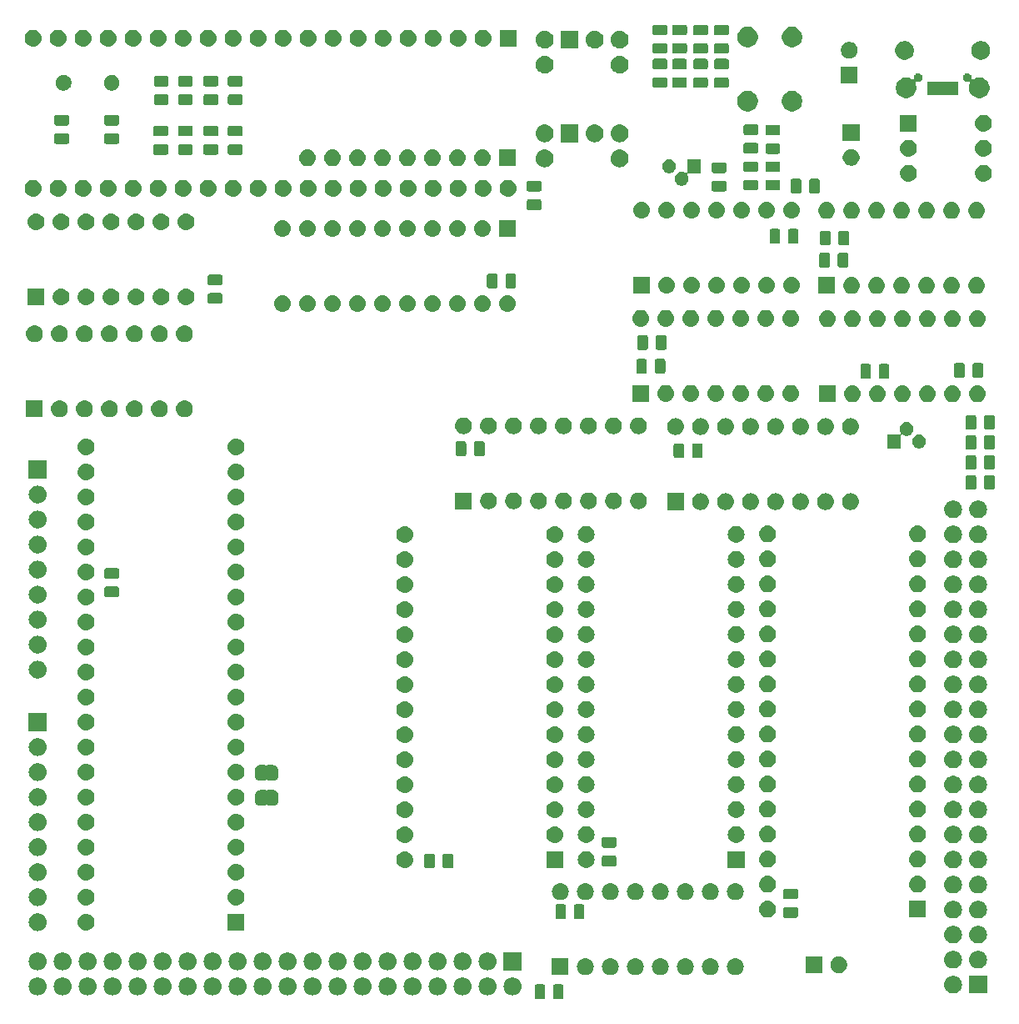
<source format=gbr>
G04 #@! TF.GenerationSoftware,KiCad,Pcbnew,(5.0.1)-4*
G04 #@! TF.CreationDate,2019-03-12T16:00:58+08:00*
G04 #@! TF.ProjectId,8051,383035312E6B696361645F7063620000,rev?*
G04 #@! TF.SameCoordinates,Original*
G04 #@! TF.FileFunction,Soldermask,Top*
G04 #@! TF.FilePolarity,Negative*
%FSLAX46Y46*%
G04 Gerber Fmt 4.6, Leading zero omitted, Abs format (unit mm)*
G04 Created by KiCad (PCBNEW (5.0.1)-4) date 3/12/2019 4:00:58 PM*
%MOMM*%
%LPD*%
G01*
G04 APERTURE LIST*
%ADD10C,0.100000*%
G04 APERTURE END LIST*
D10*
G36*
X70397466Y-114061565D02*
X70436137Y-114073296D01*
X70471779Y-114092348D01*
X70503017Y-114117983D01*
X70528652Y-114149221D01*
X70547704Y-114184863D01*
X70559435Y-114223534D01*
X70564000Y-114269888D01*
X70564000Y-115346112D01*
X70559435Y-115392466D01*
X70547704Y-115431137D01*
X70528652Y-115466779D01*
X70503017Y-115498017D01*
X70471779Y-115523652D01*
X70436137Y-115542704D01*
X70397466Y-115554435D01*
X70351112Y-115559000D01*
X69699888Y-115559000D01*
X69653534Y-115554435D01*
X69614863Y-115542704D01*
X69579221Y-115523652D01*
X69547983Y-115498017D01*
X69522348Y-115466779D01*
X69503296Y-115431137D01*
X69491565Y-115392466D01*
X69487000Y-115346112D01*
X69487000Y-114269888D01*
X69491565Y-114223534D01*
X69503296Y-114184863D01*
X69522348Y-114149221D01*
X69547983Y-114117983D01*
X69579221Y-114092348D01*
X69614863Y-114073296D01*
X69653534Y-114061565D01*
X69699888Y-114057000D01*
X70351112Y-114057000D01*
X70397466Y-114061565D01*
X70397466Y-114061565D01*
G37*
G36*
X68522466Y-114061565D02*
X68561137Y-114073296D01*
X68596779Y-114092348D01*
X68628017Y-114117983D01*
X68653652Y-114149221D01*
X68672704Y-114184863D01*
X68684435Y-114223534D01*
X68689000Y-114269888D01*
X68689000Y-115346112D01*
X68684435Y-115392466D01*
X68672704Y-115431137D01*
X68653652Y-115466779D01*
X68628017Y-115498017D01*
X68596779Y-115523652D01*
X68561137Y-115542704D01*
X68522466Y-115554435D01*
X68476112Y-115559000D01*
X67824888Y-115559000D01*
X67778534Y-115554435D01*
X67739863Y-115542704D01*
X67704221Y-115523652D01*
X67672983Y-115498017D01*
X67647348Y-115466779D01*
X67628296Y-115431137D01*
X67616565Y-115392466D01*
X67612000Y-115346112D01*
X67612000Y-114269888D01*
X67616565Y-114223534D01*
X67628296Y-114184863D01*
X67647348Y-114149221D01*
X67672983Y-114117983D01*
X67704221Y-114092348D01*
X67739863Y-114073296D01*
X67778534Y-114061565D01*
X67824888Y-114057000D01*
X68476112Y-114057000D01*
X68522466Y-114061565D01*
X68522466Y-114061565D01*
G37*
G36*
X60392443Y-113374519D02*
X60458627Y-113381037D01*
X60571853Y-113415384D01*
X60628467Y-113432557D01*
X60655141Y-113446815D01*
X60784991Y-113516222D01*
X60820729Y-113545552D01*
X60922186Y-113628814D01*
X61005448Y-113730271D01*
X61034778Y-113766009D01*
X61034779Y-113766011D01*
X61118443Y-113922533D01*
X61118443Y-113922534D01*
X61169963Y-114092373D01*
X61187359Y-114269000D01*
X61169963Y-114445627D01*
X61135616Y-114558853D01*
X61118443Y-114615467D01*
X61058727Y-114727186D01*
X61034778Y-114771991D01*
X61005448Y-114807729D01*
X60922186Y-114909186D01*
X60842035Y-114974963D01*
X60784991Y-115021778D01*
X60784989Y-115021779D01*
X60628467Y-115105443D01*
X60571853Y-115122616D01*
X60458627Y-115156963D01*
X60392442Y-115163482D01*
X60326260Y-115170000D01*
X60237740Y-115170000D01*
X60171558Y-115163482D01*
X60105373Y-115156963D01*
X59992147Y-115122616D01*
X59935533Y-115105443D01*
X59779011Y-115021779D01*
X59779009Y-115021778D01*
X59721965Y-114974963D01*
X59641814Y-114909186D01*
X59558552Y-114807729D01*
X59529222Y-114771991D01*
X59505273Y-114727186D01*
X59445557Y-114615467D01*
X59428384Y-114558853D01*
X59394037Y-114445627D01*
X59376641Y-114269000D01*
X59394037Y-114092373D01*
X59445557Y-113922534D01*
X59445557Y-113922533D01*
X59529221Y-113766011D01*
X59529222Y-113766009D01*
X59558552Y-113730271D01*
X59641814Y-113628814D01*
X59743271Y-113545552D01*
X59779009Y-113516222D01*
X59908859Y-113446815D01*
X59935533Y-113432557D01*
X59992147Y-113415384D01*
X60105373Y-113381037D01*
X60171557Y-113374519D01*
X60237740Y-113368000D01*
X60326260Y-113368000D01*
X60392443Y-113374519D01*
X60392443Y-113374519D01*
G37*
G36*
X65472443Y-113374519D02*
X65538627Y-113381037D01*
X65651853Y-113415384D01*
X65708467Y-113432557D01*
X65735141Y-113446815D01*
X65864991Y-113516222D01*
X65900729Y-113545552D01*
X66002186Y-113628814D01*
X66085448Y-113730271D01*
X66114778Y-113766009D01*
X66114779Y-113766011D01*
X66198443Y-113922533D01*
X66198443Y-113922534D01*
X66249963Y-114092373D01*
X66267359Y-114269000D01*
X66249963Y-114445627D01*
X66215616Y-114558853D01*
X66198443Y-114615467D01*
X66138727Y-114727186D01*
X66114778Y-114771991D01*
X66085448Y-114807729D01*
X66002186Y-114909186D01*
X65922035Y-114974963D01*
X65864991Y-115021778D01*
X65864989Y-115021779D01*
X65708467Y-115105443D01*
X65651853Y-115122616D01*
X65538627Y-115156963D01*
X65472442Y-115163482D01*
X65406260Y-115170000D01*
X65317740Y-115170000D01*
X65251558Y-115163482D01*
X65185373Y-115156963D01*
X65072147Y-115122616D01*
X65015533Y-115105443D01*
X64859011Y-115021779D01*
X64859009Y-115021778D01*
X64801965Y-114974963D01*
X64721814Y-114909186D01*
X64638552Y-114807729D01*
X64609222Y-114771991D01*
X64585273Y-114727186D01*
X64525557Y-114615467D01*
X64508384Y-114558853D01*
X64474037Y-114445627D01*
X64456641Y-114269000D01*
X64474037Y-114092373D01*
X64525557Y-113922534D01*
X64525557Y-113922533D01*
X64609221Y-113766011D01*
X64609222Y-113766009D01*
X64638552Y-113730271D01*
X64721814Y-113628814D01*
X64823271Y-113545552D01*
X64859009Y-113516222D01*
X64988859Y-113446815D01*
X65015533Y-113432557D01*
X65072147Y-113415384D01*
X65185373Y-113381037D01*
X65251557Y-113374519D01*
X65317740Y-113368000D01*
X65406260Y-113368000D01*
X65472443Y-113374519D01*
X65472443Y-113374519D01*
G37*
G36*
X17212443Y-113374519D02*
X17278627Y-113381037D01*
X17391853Y-113415384D01*
X17448467Y-113432557D01*
X17475141Y-113446815D01*
X17604991Y-113516222D01*
X17640729Y-113545552D01*
X17742186Y-113628814D01*
X17825448Y-113730271D01*
X17854778Y-113766009D01*
X17854779Y-113766011D01*
X17938443Y-113922533D01*
X17938443Y-113922534D01*
X17989963Y-114092373D01*
X18007359Y-114269000D01*
X17989963Y-114445627D01*
X17955616Y-114558853D01*
X17938443Y-114615467D01*
X17878727Y-114727186D01*
X17854778Y-114771991D01*
X17825448Y-114807729D01*
X17742186Y-114909186D01*
X17662035Y-114974963D01*
X17604991Y-115021778D01*
X17604989Y-115021779D01*
X17448467Y-115105443D01*
X17391853Y-115122616D01*
X17278627Y-115156963D01*
X17212442Y-115163482D01*
X17146260Y-115170000D01*
X17057740Y-115170000D01*
X16991558Y-115163482D01*
X16925373Y-115156963D01*
X16812147Y-115122616D01*
X16755533Y-115105443D01*
X16599011Y-115021779D01*
X16599009Y-115021778D01*
X16541965Y-114974963D01*
X16461814Y-114909186D01*
X16378552Y-114807729D01*
X16349222Y-114771991D01*
X16325273Y-114727186D01*
X16265557Y-114615467D01*
X16248384Y-114558853D01*
X16214037Y-114445627D01*
X16196641Y-114269000D01*
X16214037Y-114092373D01*
X16265557Y-113922534D01*
X16265557Y-113922533D01*
X16349221Y-113766011D01*
X16349222Y-113766009D01*
X16378552Y-113730271D01*
X16461814Y-113628814D01*
X16563271Y-113545552D01*
X16599009Y-113516222D01*
X16728859Y-113446815D01*
X16755533Y-113432557D01*
X16812147Y-113415384D01*
X16925373Y-113381037D01*
X16991557Y-113374519D01*
X17057740Y-113368000D01*
X17146260Y-113368000D01*
X17212443Y-113374519D01*
X17212443Y-113374519D01*
G37*
G36*
X19752443Y-113374519D02*
X19818627Y-113381037D01*
X19931853Y-113415384D01*
X19988467Y-113432557D01*
X20015141Y-113446815D01*
X20144991Y-113516222D01*
X20180729Y-113545552D01*
X20282186Y-113628814D01*
X20365448Y-113730271D01*
X20394778Y-113766009D01*
X20394779Y-113766011D01*
X20478443Y-113922533D01*
X20478443Y-113922534D01*
X20529963Y-114092373D01*
X20547359Y-114269000D01*
X20529963Y-114445627D01*
X20495616Y-114558853D01*
X20478443Y-114615467D01*
X20418727Y-114727186D01*
X20394778Y-114771991D01*
X20365448Y-114807729D01*
X20282186Y-114909186D01*
X20202035Y-114974963D01*
X20144991Y-115021778D01*
X20144989Y-115021779D01*
X19988467Y-115105443D01*
X19931853Y-115122616D01*
X19818627Y-115156963D01*
X19752442Y-115163482D01*
X19686260Y-115170000D01*
X19597740Y-115170000D01*
X19531558Y-115163482D01*
X19465373Y-115156963D01*
X19352147Y-115122616D01*
X19295533Y-115105443D01*
X19139011Y-115021779D01*
X19139009Y-115021778D01*
X19081965Y-114974963D01*
X19001814Y-114909186D01*
X18918552Y-114807729D01*
X18889222Y-114771991D01*
X18865273Y-114727186D01*
X18805557Y-114615467D01*
X18788384Y-114558853D01*
X18754037Y-114445627D01*
X18736641Y-114269000D01*
X18754037Y-114092373D01*
X18805557Y-113922534D01*
X18805557Y-113922533D01*
X18889221Y-113766011D01*
X18889222Y-113766009D01*
X18918552Y-113730271D01*
X19001814Y-113628814D01*
X19103271Y-113545552D01*
X19139009Y-113516222D01*
X19268859Y-113446815D01*
X19295533Y-113432557D01*
X19352147Y-113415384D01*
X19465373Y-113381037D01*
X19531557Y-113374519D01*
X19597740Y-113368000D01*
X19686260Y-113368000D01*
X19752443Y-113374519D01*
X19752443Y-113374519D01*
G37*
G36*
X22292443Y-113374519D02*
X22358627Y-113381037D01*
X22471853Y-113415384D01*
X22528467Y-113432557D01*
X22555141Y-113446815D01*
X22684991Y-113516222D01*
X22720729Y-113545552D01*
X22822186Y-113628814D01*
X22905448Y-113730271D01*
X22934778Y-113766009D01*
X22934779Y-113766011D01*
X23018443Y-113922533D01*
X23018443Y-113922534D01*
X23069963Y-114092373D01*
X23087359Y-114269000D01*
X23069963Y-114445627D01*
X23035616Y-114558853D01*
X23018443Y-114615467D01*
X22958727Y-114727186D01*
X22934778Y-114771991D01*
X22905448Y-114807729D01*
X22822186Y-114909186D01*
X22742035Y-114974963D01*
X22684991Y-115021778D01*
X22684989Y-115021779D01*
X22528467Y-115105443D01*
X22471853Y-115122616D01*
X22358627Y-115156963D01*
X22292442Y-115163482D01*
X22226260Y-115170000D01*
X22137740Y-115170000D01*
X22071558Y-115163482D01*
X22005373Y-115156963D01*
X21892147Y-115122616D01*
X21835533Y-115105443D01*
X21679011Y-115021779D01*
X21679009Y-115021778D01*
X21621965Y-114974963D01*
X21541814Y-114909186D01*
X21458552Y-114807729D01*
X21429222Y-114771991D01*
X21405273Y-114727186D01*
X21345557Y-114615467D01*
X21328384Y-114558853D01*
X21294037Y-114445627D01*
X21276641Y-114269000D01*
X21294037Y-114092373D01*
X21345557Y-113922534D01*
X21345557Y-113922533D01*
X21429221Y-113766011D01*
X21429222Y-113766009D01*
X21458552Y-113730271D01*
X21541814Y-113628814D01*
X21643271Y-113545552D01*
X21679009Y-113516222D01*
X21808859Y-113446815D01*
X21835533Y-113432557D01*
X21892147Y-113415384D01*
X22005373Y-113381037D01*
X22071557Y-113374519D01*
X22137740Y-113368000D01*
X22226260Y-113368000D01*
X22292443Y-113374519D01*
X22292443Y-113374519D01*
G37*
G36*
X24832443Y-113374519D02*
X24898627Y-113381037D01*
X25011853Y-113415384D01*
X25068467Y-113432557D01*
X25095141Y-113446815D01*
X25224991Y-113516222D01*
X25260729Y-113545552D01*
X25362186Y-113628814D01*
X25445448Y-113730271D01*
X25474778Y-113766009D01*
X25474779Y-113766011D01*
X25558443Y-113922533D01*
X25558443Y-113922534D01*
X25609963Y-114092373D01*
X25627359Y-114269000D01*
X25609963Y-114445627D01*
X25575616Y-114558853D01*
X25558443Y-114615467D01*
X25498727Y-114727186D01*
X25474778Y-114771991D01*
X25445448Y-114807729D01*
X25362186Y-114909186D01*
X25282035Y-114974963D01*
X25224991Y-115021778D01*
X25224989Y-115021779D01*
X25068467Y-115105443D01*
X25011853Y-115122616D01*
X24898627Y-115156963D01*
X24832442Y-115163482D01*
X24766260Y-115170000D01*
X24677740Y-115170000D01*
X24611558Y-115163482D01*
X24545373Y-115156963D01*
X24432147Y-115122616D01*
X24375533Y-115105443D01*
X24219011Y-115021779D01*
X24219009Y-115021778D01*
X24161965Y-114974963D01*
X24081814Y-114909186D01*
X23998552Y-114807729D01*
X23969222Y-114771991D01*
X23945273Y-114727186D01*
X23885557Y-114615467D01*
X23868384Y-114558853D01*
X23834037Y-114445627D01*
X23816641Y-114269000D01*
X23834037Y-114092373D01*
X23885557Y-113922534D01*
X23885557Y-113922533D01*
X23969221Y-113766011D01*
X23969222Y-113766009D01*
X23998552Y-113730271D01*
X24081814Y-113628814D01*
X24183271Y-113545552D01*
X24219009Y-113516222D01*
X24348859Y-113446815D01*
X24375533Y-113432557D01*
X24432147Y-113415384D01*
X24545373Y-113381037D01*
X24611557Y-113374519D01*
X24677740Y-113368000D01*
X24766260Y-113368000D01*
X24832443Y-113374519D01*
X24832443Y-113374519D01*
G37*
G36*
X27372443Y-113374519D02*
X27438627Y-113381037D01*
X27551853Y-113415384D01*
X27608467Y-113432557D01*
X27635141Y-113446815D01*
X27764991Y-113516222D01*
X27800729Y-113545552D01*
X27902186Y-113628814D01*
X27985448Y-113730271D01*
X28014778Y-113766009D01*
X28014779Y-113766011D01*
X28098443Y-113922533D01*
X28098443Y-113922534D01*
X28149963Y-114092373D01*
X28167359Y-114269000D01*
X28149963Y-114445627D01*
X28115616Y-114558853D01*
X28098443Y-114615467D01*
X28038727Y-114727186D01*
X28014778Y-114771991D01*
X27985448Y-114807729D01*
X27902186Y-114909186D01*
X27822035Y-114974963D01*
X27764991Y-115021778D01*
X27764989Y-115021779D01*
X27608467Y-115105443D01*
X27551853Y-115122616D01*
X27438627Y-115156963D01*
X27372442Y-115163482D01*
X27306260Y-115170000D01*
X27217740Y-115170000D01*
X27151558Y-115163482D01*
X27085373Y-115156963D01*
X26972147Y-115122616D01*
X26915533Y-115105443D01*
X26759011Y-115021779D01*
X26759009Y-115021778D01*
X26701965Y-114974963D01*
X26621814Y-114909186D01*
X26538552Y-114807729D01*
X26509222Y-114771991D01*
X26485273Y-114727186D01*
X26425557Y-114615467D01*
X26408384Y-114558853D01*
X26374037Y-114445627D01*
X26356641Y-114269000D01*
X26374037Y-114092373D01*
X26425557Y-113922534D01*
X26425557Y-113922533D01*
X26509221Y-113766011D01*
X26509222Y-113766009D01*
X26538552Y-113730271D01*
X26621814Y-113628814D01*
X26723271Y-113545552D01*
X26759009Y-113516222D01*
X26888859Y-113446815D01*
X26915533Y-113432557D01*
X26972147Y-113415384D01*
X27085373Y-113381037D01*
X27151557Y-113374519D01*
X27217740Y-113368000D01*
X27306260Y-113368000D01*
X27372443Y-113374519D01*
X27372443Y-113374519D01*
G37*
G36*
X29912443Y-113374519D02*
X29978627Y-113381037D01*
X30091853Y-113415384D01*
X30148467Y-113432557D01*
X30175141Y-113446815D01*
X30304991Y-113516222D01*
X30340729Y-113545552D01*
X30442186Y-113628814D01*
X30525448Y-113730271D01*
X30554778Y-113766009D01*
X30554779Y-113766011D01*
X30638443Y-113922533D01*
X30638443Y-113922534D01*
X30689963Y-114092373D01*
X30707359Y-114269000D01*
X30689963Y-114445627D01*
X30655616Y-114558853D01*
X30638443Y-114615467D01*
X30578727Y-114727186D01*
X30554778Y-114771991D01*
X30525448Y-114807729D01*
X30442186Y-114909186D01*
X30362035Y-114974963D01*
X30304991Y-115021778D01*
X30304989Y-115021779D01*
X30148467Y-115105443D01*
X30091853Y-115122616D01*
X29978627Y-115156963D01*
X29912442Y-115163482D01*
X29846260Y-115170000D01*
X29757740Y-115170000D01*
X29691558Y-115163482D01*
X29625373Y-115156963D01*
X29512147Y-115122616D01*
X29455533Y-115105443D01*
X29299011Y-115021779D01*
X29299009Y-115021778D01*
X29241965Y-114974963D01*
X29161814Y-114909186D01*
X29078552Y-114807729D01*
X29049222Y-114771991D01*
X29025273Y-114727186D01*
X28965557Y-114615467D01*
X28948384Y-114558853D01*
X28914037Y-114445627D01*
X28896641Y-114269000D01*
X28914037Y-114092373D01*
X28965557Y-113922534D01*
X28965557Y-113922533D01*
X29049221Y-113766011D01*
X29049222Y-113766009D01*
X29078552Y-113730271D01*
X29161814Y-113628814D01*
X29263271Y-113545552D01*
X29299009Y-113516222D01*
X29428859Y-113446815D01*
X29455533Y-113432557D01*
X29512147Y-113415384D01*
X29625373Y-113381037D01*
X29691557Y-113374519D01*
X29757740Y-113368000D01*
X29846260Y-113368000D01*
X29912443Y-113374519D01*
X29912443Y-113374519D01*
G37*
G36*
X32452443Y-113374519D02*
X32518627Y-113381037D01*
X32631853Y-113415384D01*
X32688467Y-113432557D01*
X32715141Y-113446815D01*
X32844991Y-113516222D01*
X32880729Y-113545552D01*
X32982186Y-113628814D01*
X33065448Y-113730271D01*
X33094778Y-113766009D01*
X33094779Y-113766011D01*
X33178443Y-113922533D01*
X33178443Y-113922534D01*
X33229963Y-114092373D01*
X33247359Y-114269000D01*
X33229963Y-114445627D01*
X33195616Y-114558853D01*
X33178443Y-114615467D01*
X33118727Y-114727186D01*
X33094778Y-114771991D01*
X33065448Y-114807729D01*
X32982186Y-114909186D01*
X32902035Y-114974963D01*
X32844991Y-115021778D01*
X32844989Y-115021779D01*
X32688467Y-115105443D01*
X32631853Y-115122616D01*
X32518627Y-115156963D01*
X32452442Y-115163482D01*
X32386260Y-115170000D01*
X32297740Y-115170000D01*
X32231558Y-115163482D01*
X32165373Y-115156963D01*
X32052147Y-115122616D01*
X31995533Y-115105443D01*
X31839011Y-115021779D01*
X31839009Y-115021778D01*
X31781965Y-114974963D01*
X31701814Y-114909186D01*
X31618552Y-114807729D01*
X31589222Y-114771991D01*
X31565273Y-114727186D01*
X31505557Y-114615467D01*
X31488384Y-114558853D01*
X31454037Y-114445627D01*
X31436641Y-114269000D01*
X31454037Y-114092373D01*
X31505557Y-113922534D01*
X31505557Y-113922533D01*
X31589221Y-113766011D01*
X31589222Y-113766009D01*
X31618552Y-113730271D01*
X31701814Y-113628814D01*
X31803271Y-113545552D01*
X31839009Y-113516222D01*
X31968859Y-113446815D01*
X31995533Y-113432557D01*
X32052147Y-113415384D01*
X32165373Y-113381037D01*
X32231557Y-113374519D01*
X32297740Y-113368000D01*
X32386260Y-113368000D01*
X32452443Y-113374519D01*
X32452443Y-113374519D01*
G37*
G36*
X34992443Y-113374519D02*
X35058627Y-113381037D01*
X35171853Y-113415384D01*
X35228467Y-113432557D01*
X35255141Y-113446815D01*
X35384991Y-113516222D01*
X35420729Y-113545552D01*
X35522186Y-113628814D01*
X35605448Y-113730271D01*
X35634778Y-113766009D01*
X35634779Y-113766011D01*
X35718443Y-113922533D01*
X35718443Y-113922534D01*
X35769963Y-114092373D01*
X35787359Y-114269000D01*
X35769963Y-114445627D01*
X35735616Y-114558853D01*
X35718443Y-114615467D01*
X35658727Y-114727186D01*
X35634778Y-114771991D01*
X35605448Y-114807729D01*
X35522186Y-114909186D01*
X35442035Y-114974963D01*
X35384991Y-115021778D01*
X35384989Y-115021779D01*
X35228467Y-115105443D01*
X35171853Y-115122616D01*
X35058627Y-115156963D01*
X34992442Y-115163482D01*
X34926260Y-115170000D01*
X34837740Y-115170000D01*
X34771558Y-115163482D01*
X34705373Y-115156963D01*
X34592147Y-115122616D01*
X34535533Y-115105443D01*
X34379011Y-115021779D01*
X34379009Y-115021778D01*
X34321965Y-114974963D01*
X34241814Y-114909186D01*
X34158552Y-114807729D01*
X34129222Y-114771991D01*
X34105273Y-114727186D01*
X34045557Y-114615467D01*
X34028384Y-114558853D01*
X33994037Y-114445627D01*
X33976641Y-114269000D01*
X33994037Y-114092373D01*
X34045557Y-113922534D01*
X34045557Y-113922533D01*
X34129221Y-113766011D01*
X34129222Y-113766009D01*
X34158552Y-113730271D01*
X34241814Y-113628814D01*
X34343271Y-113545552D01*
X34379009Y-113516222D01*
X34508859Y-113446815D01*
X34535533Y-113432557D01*
X34592147Y-113415384D01*
X34705373Y-113381037D01*
X34771557Y-113374519D01*
X34837740Y-113368000D01*
X34926260Y-113368000D01*
X34992443Y-113374519D01*
X34992443Y-113374519D01*
G37*
G36*
X37532443Y-113374519D02*
X37598627Y-113381037D01*
X37711853Y-113415384D01*
X37768467Y-113432557D01*
X37795141Y-113446815D01*
X37924991Y-113516222D01*
X37960729Y-113545552D01*
X38062186Y-113628814D01*
X38145448Y-113730271D01*
X38174778Y-113766009D01*
X38174779Y-113766011D01*
X38258443Y-113922533D01*
X38258443Y-113922534D01*
X38309963Y-114092373D01*
X38327359Y-114269000D01*
X38309963Y-114445627D01*
X38275616Y-114558853D01*
X38258443Y-114615467D01*
X38198727Y-114727186D01*
X38174778Y-114771991D01*
X38145448Y-114807729D01*
X38062186Y-114909186D01*
X37982035Y-114974963D01*
X37924991Y-115021778D01*
X37924989Y-115021779D01*
X37768467Y-115105443D01*
X37711853Y-115122616D01*
X37598627Y-115156963D01*
X37532442Y-115163482D01*
X37466260Y-115170000D01*
X37377740Y-115170000D01*
X37311558Y-115163482D01*
X37245373Y-115156963D01*
X37132147Y-115122616D01*
X37075533Y-115105443D01*
X36919011Y-115021779D01*
X36919009Y-115021778D01*
X36861965Y-114974963D01*
X36781814Y-114909186D01*
X36698552Y-114807729D01*
X36669222Y-114771991D01*
X36645273Y-114727186D01*
X36585557Y-114615467D01*
X36568384Y-114558853D01*
X36534037Y-114445627D01*
X36516641Y-114269000D01*
X36534037Y-114092373D01*
X36585557Y-113922534D01*
X36585557Y-113922533D01*
X36669221Y-113766011D01*
X36669222Y-113766009D01*
X36698552Y-113730271D01*
X36781814Y-113628814D01*
X36883271Y-113545552D01*
X36919009Y-113516222D01*
X37048859Y-113446815D01*
X37075533Y-113432557D01*
X37132147Y-113415384D01*
X37245373Y-113381037D01*
X37311557Y-113374519D01*
X37377740Y-113368000D01*
X37466260Y-113368000D01*
X37532443Y-113374519D01*
X37532443Y-113374519D01*
G37*
G36*
X42612443Y-113374519D02*
X42678627Y-113381037D01*
X42791853Y-113415384D01*
X42848467Y-113432557D01*
X42875141Y-113446815D01*
X43004991Y-113516222D01*
X43040729Y-113545552D01*
X43142186Y-113628814D01*
X43225448Y-113730271D01*
X43254778Y-113766009D01*
X43254779Y-113766011D01*
X43338443Y-113922533D01*
X43338443Y-113922534D01*
X43389963Y-114092373D01*
X43407359Y-114269000D01*
X43389963Y-114445627D01*
X43355616Y-114558853D01*
X43338443Y-114615467D01*
X43278727Y-114727186D01*
X43254778Y-114771991D01*
X43225448Y-114807729D01*
X43142186Y-114909186D01*
X43062035Y-114974963D01*
X43004991Y-115021778D01*
X43004989Y-115021779D01*
X42848467Y-115105443D01*
X42791853Y-115122616D01*
X42678627Y-115156963D01*
X42612442Y-115163482D01*
X42546260Y-115170000D01*
X42457740Y-115170000D01*
X42391558Y-115163482D01*
X42325373Y-115156963D01*
X42212147Y-115122616D01*
X42155533Y-115105443D01*
X41999011Y-115021779D01*
X41999009Y-115021778D01*
X41941965Y-114974963D01*
X41861814Y-114909186D01*
X41778552Y-114807729D01*
X41749222Y-114771991D01*
X41725273Y-114727186D01*
X41665557Y-114615467D01*
X41648384Y-114558853D01*
X41614037Y-114445627D01*
X41596641Y-114269000D01*
X41614037Y-114092373D01*
X41665557Y-113922534D01*
X41665557Y-113922533D01*
X41749221Y-113766011D01*
X41749222Y-113766009D01*
X41778552Y-113730271D01*
X41861814Y-113628814D01*
X41963271Y-113545552D01*
X41999009Y-113516222D01*
X42128859Y-113446815D01*
X42155533Y-113432557D01*
X42212147Y-113415384D01*
X42325373Y-113381037D01*
X42391557Y-113374519D01*
X42457740Y-113368000D01*
X42546260Y-113368000D01*
X42612443Y-113374519D01*
X42612443Y-113374519D01*
G37*
G36*
X45152443Y-113374519D02*
X45218627Y-113381037D01*
X45331853Y-113415384D01*
X45388467Y-113432557D01*
X45415141Y-113446815D01*
X45544991Y-113516222D01*
X45580729Y-113545552D01*
X45682186Y-113628814D01*
X45765448Y-113730271D01*
X45794778Y-113766009D01*
X45794779Y-113766011D01*
X45878443Y-113922533D01*
X45878443Y-113922534D01*
X45929963Y-114092373D01*
X45947359Y-114269000D01*
X45929963Y-114445627D01*
X45895616Y-114558853D01*
X45878443Y-114615467D01*
X45818727Y-114727186D01*
X45794778Y-114771991D01*
X45765448Y-114807729D01*
X45682186Y-114909186D01*
X45602035Y-114974963D01*
X45544991Y-115021778D01*
X45544989Y-115021779D01*
X45388467Y-115105443D01*
X45331853Y-115122616D01*
X45218627Y-115156963D01*
X45152442Y-115163482D01*
X45086260Y-115170000D01*
X44997740Y-115170000D01*
X44931558Y-115163482D01*
X44865373Y-115156963D01*
X44752147Y-115122616D01*
X44695533Y-115105443D01*
X44539011Y-115021779D01*
X44539009Y-115021778D01*
X44481965Y-114974963D01*
X44401814Y-114909186D01*
X44318552Y-114807729D01*
X44289222Y-114771991D01*
X44265273Y-114727186D01*
X44205557Y-114615467D01*
X44188384Y-114558853D01*
X44154037Y-114445627D01*
X44136641Y-114269000D01*
X44154037Y-114092373D01*
X44205557Y-113922534D01*
X44205557Y-113922533D01*
X44289221Y-113766011D01*
X44289222Y-113766009D01*
X44318552Y-113730271D01*
X44401814Y-113628814D01*
X44503271Y-113545552D01*
X44539009Y-113516222D01*
X44668859Y-113446815D01*
X44695533Y-113432557D01*
X44752147Y-113415384D01*
X44865373Y-113381037D01*
X44931557Y-113374519D01*
X44997740Y-113368000D01*
X45086260Y-113368000D01*
X45152443Y-113374519D01*
X45152443Y-113374519D01*
G37*
G36*
X47692443Y-113374519D02*
X47758627Y-113381037D01*
X47871853Y-113415384D01*
X47928467Y-113432557D01*
X47955141Y-113446815D01*
X48084991Y-113516222D01*
X48120729Y-113545552D01*
X48222186Y-113628814D01*
X48305448Y-113730271D01*
X48334778Y-113766009D01*
X48334779Y-113766011D01*
X48418443Y-113922533D01*
X48418443Y-113922534D01*
X48469963Y-114092373D01*
X48487359Y-114269000D01*
X48469963Y-114445627D01*
X48435616Y-114558853D01*
X48418443Y-114615467D01*
X48358727Y-114727186D01*
X48334778Y-114771991D01*
X48305448Y-114807729D01*
X48222186Y-114909186D01*
X48142035Y-114974963D01*
X48084991Y-115021778D01*
X48084989Y-115021779D01*
X47928467Y-115105443D01*
X47871853Y-115122616D01*
X47758627Y-115156963D01*
X47692442Y-115163482D01*
X47626260Y-115170000D01*
X47537740Y-115170000D01*
X47471558Y-115163482D01*
X47405373Y-115156963D01*
X47292147Y-115122616D01*
X47235533Y-115105443D01*
X47079011Y-115021779D01*
X47079009Y-115021778D01*
X47021965Y-114974963D01*
X46941814Y-114909186D01*
X46858552Y-114807729D01*
X46829222Y-114771991D01*
X46805273Y-114727186D01*
X46745557Y-114615467D01*
X46728384Y-114558853D01*
X46694037Y-114445627D01*
X46676641Y-114269000D01*
X46694037Y-114092373D01*
X46745557Y-113922534D01*
X46745557Y-113922533D01*
X46829221Y-113766011D01*
X46829222Y-113766009D01*
X46858552Y-113730271D01*
X46941814Y-113628814D01*
X47043271Y-113545552D01*
X47079009Y-113516222D01*
X47208859Y-113446815D01*
X47235533Y-113432557D01*
X47292147Y-113415384D01*
X47405373Y-113381037D01*
X47471557Y-113374519D01*
X47537740Y-113368000D01*
X47626260Y-113368000D01*
X47692443Y-113374519D01*
X47692443Y-113374519D01*
G37*
G36*
X50232443Y-113374519D02*
X50298627Y-113381037D01*
X50411853Y-113415384D01*
X50468467Y-113432557D01*
X50495141Y-113446815D01*
X50624991Y-113516222D01*
X50660729Y-113545552D01*
X50762186Y-113628814D01*
X50845448Y-113730271D01*
X50874778Y-113766009D01*
X50874779Y-113766011D01*
X50958443Y-113922533D01*
X50958443Y-113922534D01*
X51009963Y-114092373D01*
X51027359Y-114269000D01*
X51009963Y-114445627D01*
X50975616Y-114558853D01*
X50958443Y-114615467D01*
X50898727Y-114727186D01*
X50874778Y-114771991D01*
X50845448Y-114807729D01*
X50762186Y-114909186D01*
X50682035Y-114974963D01*
X50624991Y-115021778D01*
X50624989Y-115021779D01*
X50468467Y-115105443D01*
X50411853Y-115122616D01*
X50298627Y-115156963D01*
X50232442Y-115163482D01*
X50166260Y-115170000D01*
X50077740Y-115170000D01*
X50011558Y-115163482D01*
X49945373Y-115156963D01*
X49832147Y-115122616D01*
X49775533Y-115105443D01*
X49619011Y-115021779D01*
X49619009Y-115021778D01*
X49561965Y-114974963D01*
X49481814Y-114909186D01*
X49398552Y-114807729D01*
X49369222Y-114771991D01*
X49345273Y-114727186D01*
X49285557Y-114615467D01*
X49268384Y-114558853D01*
X49234037Y-114445627D01*
X49216641Y-114269000D01*
X49234037Y-114092373D01*
X49285557Y-113922534D01*
X49285557Y-113922533D01*
X49369221Y-113766011D01*
X49369222Y-113766009D01*
X49398552Y-113730271D01*
X49481814Y-113628814D01*
X49583271Y-113545552D01*
X49619009Y-113516222D01*
X49748859Y-113446815D01*
X49775533Y-113432557D01*
X49832147Y-113415384D01*
X49945373Y-113381037D01*
X50011557Y-113374519D01*
X50077740Y-113368000D01*
X50166260Y-113368000D01*
X50232443Y-113374519D01*
X50232443Y-113374519D01*
G37*
G36*
X52772443Y-113374519D02*
X52838627Y-113381037D01*
X52951853Y-113415384D01*
X53008467Y-113432557D01*
X53035141Y-113446815D01*
X53164991Y-113516222D01*
X53200729Y-113545552D01*
X53302186Y-113628814D01*
X53385448Y-113730271D01*
X53414778Y-113766009D01*
X53414779Y-113766011D01*
X53498443Y-113922533D01*
X53498443Y-113922534D01*
X53549963Y-114092373D01*
X53567359Y-114269000D01*
X53549963Y-114445627D01*
X53515616Y-114558853D01*
X53498443Y-114615467D01*
X53438727Y-114727186D01*
X53414778Y-114771991D01*
X53385448Y-114807729D01*
X53302186Y-114909186D01*
X53222035Y-114974963D01*
X53164991Y-115021778D01*
X53164989Y-115021779D01*
X53008467Y-115105443D01*
X52951853Y-115122616D01*
X52838627Y-115156963D01*
X52772442Y-115163482D01*
X52706260Y-115170000D01*
X52617740Y-115170000D01*
X52551558Y-115163482D01*
X52485373Y-115156963D01*
X52372147Y-115122616D01*
X52315533Y-115105443D01*
X52159011Y-115021779D01*
X52159009Y-115021778D01*
X52101965Y-114974963D01*
X52021814Y-114909186D01*
X51938552Y-114807729D01*
X51909222Y-114771991D01*
X51885273Y-114727186D01*
X51825557Y-114615467D01*
X51808384Y-114558853D01*
X51774037Y-114445627D01*
X51756641Y-114269000D01*
X51774037Y-114092373D01*
X51825557Y-113922534D01*
X51825557Y-113922533D01*
X51909221Y-113766011D01*
X51909222Y-113766009D01*
X51938552Y-113730271D01*
X52021814Y-113628814D01*
X52123271Y-113545552D01*
X52159009Y-113516222D01*
X52288859Y-113446815D01*
X52315533Y-113432557D01*
X52372147Y-113415384D01*
X52485373Y-113381037D01*
X52551557Y-113374519D01*
X52617740Y-113368000D01*
X52706260Y-113368000D01*
X52772443Y-113374519D01*
X52772443Y-113374519D01*
G37*
G36*
X55312443Y-113374519D02*
X55378627Y-113381037D01*
X55491853Y-113415384D01*
X55548467Y-113432557D01*
X55575141Y-113446815D01*
X55704991Y-113516222D01*
X55740729Y-113545552D01*
X55842186Y-113628814D01*
X55925448Y-113730271D01*
X55954778Y-113766009D01*
X55954779Y-113766011D01*
X56038443Y-113922533D01*
X56038443Y-113922534D01*
X56089963Y-114092373D01*
X56107359Y-114269000D01*
X56089963Y-114445627D01*
X56055616Y-114558853D01*
X56038443Y-114615467D01*
X55978727Y-114727186D01*
X55954778Y-114771991D01*
X55925448Y-114807729D01*
X55842186Y-114909186D01*
X55762035Y-114974963D01*
X55704991Y-115021778D01*
X55704989Y-115021779D01*
X55548467Y-115105443D01*
X55491853Y-115122616D01*
X55378627Y-115156963D01*
X55312442Y-115163482D01*
X55246260Y-115170000D01*
X55157740Y-115170000D01*
X55091558Y-115163482D01*
X55025373Y-115156963D01*
X54912147Y-115122616D01*
X54855533Y-115105443D01*
X54699011Y-115021779D01*
X54699009Y-115021778D01*
X54641965Y-114974963D01*
X54561814Y-114909186D01*
X54478552Y-114807729D01*
X54449222Y-114771991D01*
X54425273Y-114727186D01*
X54365557Y-114615467D01*
X54348384Y-114558853D01*
X54314037Y-114445627D01*
X54296641Y-114269000D01*
X54314037Y-114092373D01*
X54365557Y-113922534D01*
X54365557Y-113922533D01*
X54449221Y-113766011D01*
X54449222Y-113766009D01*
X54478552Y-113730271D01*
X54561814Y-113628814D01*
X54663271Y-113545552D01*
X54699009Y-113516222D01*
X54828859Y-113446815D01*
X54855533Y-113432557D01*
X54912147Y-113415384D01*
X55025373Y-113381037D01*
X55091557Y-113374519D01*
X55157740Y-113368000D01*
X55246260Y-113368000D01*
X55312443Y-113374519D01*
X55312443Y-113374519D01*
G37*
G36*
X57852443Y-113374519D02*
X57918627Y-113381037D01*
X58031853Y-113415384D01*
X58088467Y-113432557D01*
X58115141Y-113446815D01*
X58244991Y-113516222D01*
X58280729Y-113545552D01*
X58382186Y-113628814D01*
X58465448Y-113730271D01*
X58494778Y-113766009D01*
X58494779Y-113766011D01*
X58578443Y-113922533D01*
X58578443Y-113922534D01*
X58629963Y-114092373D01*
X58647359Y-114269000D01*
X58629963Y-114445627D01*
X58595616Y-114558853D01*
X58578443Y-114615467D01*
X58518727Y-114727186D01*
X58494778Y-114771991D01*
X58465448Y-114807729D01*
X58382186Y-114909186D01*
X58302035Y-114974963D01*
X58244991Y-115021778D01*
X58244989Y-115021779D01*
X58088467Y-115105443D01*
X58031853Y-115122616D01*
X57918627Y-115156963D01*
X57852442Y-115163482D01*
X57786260Y-115170000D01*
X57697740Y-115170000D01*
X57631558Y-115163482D01*
X57565373Y-115156963D01*
X57452147Y-115122616D01*
X57395533Y-115105443D01*
X57239011Y-115021779D01*
X57239009Y-115021778D01*
X57181965Y-114974963D01*
X57101814Y-114909186D01*
X57018552Y-114807729D01*
X56989222Y-114771991D01*
X56965273Y-114727186D01*
X56905557Y-114615467D01*
X56888384Y-114558853D01*
X56854037Y-114445627D01*
X56836641Y-114269000D01*
X56854037Y-114092373D01*
X56905557Y-113922534D01*
X56905557Y-113922533D01*
X56989221Y-113766011D01*
X56989222Y-113766009D01*
X57018552Y-113730271D01*
X57101814Y-113628814D01*
X57203271Y-113545552D01*
X57239009Y-113516222D01*
X57368859Y-113446815D01*
X57395533Y-113432557D01*
X57452147Y-113415384D01*
X57565373Y-113381037D01*
X57631557Y-113374519D01*
X57697740Y-113368000D01*
X57786260Y-113368000D01*
X57852443Y-113374519D01*
X57852443Y-113374519D01*
G37*
G36*
X62932443Y-113374519D02*
X62998627Y-113381037D01*
X63111853Y-113415384D01*
X63168467Y-113432557D01*
X63195141Y-113446815D01*
X63324991Y-113516222D01*
X63360729Y-113545552D01*
X63462186Y-113628814D01*
X63545448Y-113730271D01*
X63574778Y-113766009D01*
X63574779Y-113766011D01*
X63658443Y-113922533D01*
X63658443Y-113922534D01*
X63709963Y-114092373D01*
X63727359Y-114269000D01*
X63709963Y-114445627D01*
X63675616Y-114558853D01*
X63658443Y-114615467D01*
X63598727Y-114727186D01*
X63574778Y-114771991D01*
X63545448Y-114807729D01*
X63462186Y-114909186D01*
X63382035Y-114974963D01*
X63324991Y-115021778D01*
X63324989Y-115021779D01*
X63168467Y-115105443D01*
X63111853Y-115122616D01*
X62998627Y-115156963D01*
X62932442Y-115163482D01*
X62866260Y-115170000D01*
X62777740Y-115170000D01*
X62711558Y-115163482D01*
X62645373Y-115156963D01*
X62532147Y-115122616D01*
X62475533Y-115105443D01*
X62319011Y-115021779D01*
X62319009Y-115021778D01*
X62261965Y-114974963D01*
X62181814Y-114909186D01*
X62098552Y-114807729D01*
X62069222Y-114771991D01*
X62045273Y-114727186D01*
X61985557Y-114615467D01*
X61968384Y-114558853D01*
X61934037Y-114445627D01*
X61916641Y-114269000D01*
X61934037Y-114092373D01*
X61985557Y-113922534D01*
X61985557Y-113922533D01*
X62069221Y-113766011D01*
X62069222Y-113766009D01*
X62098552Y-113730271D01*
X62181814Y-113628814D01*
X62283271Y-113545552D01*
X62319009Y-113516222D01*
X62448859Y-113446815D01*
X62475533Y-113432557D01*
X62532147Y-113415384D01*
X62645373Y-113381037D01*
X62711557Y-113374519D01*
X62777740Y-113368000D01*
X62866260Y-113368000D01*
X62932443Y-113374519D01*
X62932443Y-113374519D01*
G37*
G36*
X40072443Y-113374519D02*
X40138627Y-113381037D01*
X40251853Y-113415384D01*
X40308467Y-113432557D01*
X40335141Y-113446815D01*
X40464991Y-113516222D01*
X40500729Y-113545552D01*
X40602186Y-113628814D01*
X40685448Y-113730271D01*
X40714778Y-113766009D01*
X40714779Y-113766011D01*
X40798443Y-113922533D01*
X40798443Y-113922534D01*
X40849963Y-114092373D01*
X40867359Y-114269000D01*
X40849963Y-114445627D01*
X40815616Y-114558853D01*
X40798443Y-114615467D01*
X40738727Y-114727186D01*
X40714778Y-114771991D01*
X40685448Y-114807729D01*
X40602186Y-114909186D01*
X40522035Y-114974963D01*
X40464991Y-115021778D01*
X40464989Y-115021779D01*
X40308467Y-115105443D01*
X40251853Y-115122616D01*
X40138627Y-115156963D01*
X40072442Y-115163482D01*
X40006260Y-115170000D01*
X39917740Y-115170000D01*
X39851558Y-115163482D01*
X39785373Y-115156963D01*
X39672147Y-115122616D01*
X39615533Y-115105443D01*
X39459011Y-115021779D01*
X39459009Y-115021778D01*
X39401965Y-114974963D01*
X39321814Y-114909186D01*
X39238552Y-114807729D01*
X39209222Y-114771991D01*
X39185273Y-114727186D01*
X39125557Y-114615467D01*
X39108384Y-114558853D01*
X39074037Y-114445627D01*
X39056641Y-114269000D01*
X39074037Y-114092373D01*
X39125557Y-113922534D01*
X39125557Y-113922533D01*
X39209221Y-113766011D01*
X39209222Y-113766009D01*
X39238552Y-113730271D01*
X39321814Y-113628814D01*
X39423271Y-113545552D01*
X39459009Y-113516222D01*
X39588859Y-113446815D01*
X39615533Y-113432557D01*
X39672147Y-113415384D01*
X39785373Y-113381037D01*
X39851557Y-113374519D01*
X39917740Y-113368000D01*
X40006260Y-113368000D01*
X40072443Y-113374519D01*
X40072443Y-113374519D01*
G37*
G36*
X110255443Y-113192519D02*
X110321627Y-113199037D01*
X110434853Y-113233384D01*
X110491467Y-113250557D01*
X110630087Y-113324652D01*
X110647991Y-113334222D01*
X110683729Y-113363552D01*
X110785186Y-113446814D01*
X110868448Y-113548271D01*
X110897778Y-113584009D01*
X110897779Y-113584011D01*
X110981443Y-113740533D01*
X110998616Y-113797147D01*
X111032963Y-113910373D01*
X111050359Y-114087000D01*
X111032963Y-114263627D01*
X110998616Y-114376853D01*
X110981443Y-114433467D01*
X110974944Y-114445625D01*
X110897778Y-114589991D01*
X110876871Y-114615466D01*
X110785186Y-114727186D01*
X110683729Y-114810448D01*
X110647991Y-114839778D01*
X110647989Y-114839779D01*
X110491467Y-114923443D01*
X110434853Y-114940616D01*
X110321627Y-114974963D01*
X110255443Y-114981481D01*
X110189260Y-114988000D01*
X110100740Y-114988000D01*
X110034557Y-114981481D01*
X109968373Y-114974963D01*
X109855147Y-114940616D01*
X109798533Y-114923443D01*
X109642011Y-114839779D01*
X109642009Y-114839778D01*
X109606271Y-114810448D01*
X109504814Y-114727186D01*
X109413129Y-114615466D01*
X109392222Y-114589991D01*
X109315056Y-114445625D01*
X109308557Y-114433467D01*
X109291384Y-114376853D01*
X109257037Y-114263627D01*
X109239641Y-114087000D01*
X109257037Y-113910373D01*
X109291384Y-113797147D01*
X109308557Y-113740533D01*
X109392221Y-113584011D01*
X109392222Y-113584009D01*
X109421552Y-113548271D01*
X109504814Y-113446814D01*
X109606271Y-113363552D01*
X109642009Y-113334222D01*
X109659913Y-113324652D01*
X109798533Y-113250557D01*
X109855147Y-113233384D01*
X109968373Y-113199037D01*
X110034557Y-113192519D01*
X110100740Y-113186000D01*
X110189260Y-113186000D01*
X110255443Y-113192519D01*
X110255443Y-113192519D01*
G37*
G36*
X113586000Y-114988000D02*
X111784000Y-114988000D01*
X111784000Y-113186000D01*
X113586000Y-113186000D01*
X113586000Y-114988000D01*
X113586000Y-114988000D01*
G37*
G36*
X78007621Y-111424313D02*
X78007624Y-111424314D01*
X78007625Y-111424314D01*
X78168039Y-111472975D01*
X78168041Y-111472976D01*
X78168044Y-111472977D01*
X78315878Y-111551995D01*
X78445459Y-111658341D01*
X78551805Y-111787922D01*
X78630823Y-111935756D01*
X78630824Y-111935759D01*
X78630825Y-111935761D01*
X78665476Y-112049991D01*
X78679487Y-112096179D01*
X78695917Y-112263000D01*
X78679487Y-112429821D01*
X78679486Y-112429824D01*
X78679486Y-112429825D01*
X78638347Y-112565443D01*
X78630823Y-112590244D01*
X78551805Y-112738078D01*
X78445459Y-112867659D01*
X78315878Y-112974005D01*
X78168044Y-113053023D01*
X78168041Y-113053024D01*
X78168039Y-113053025D01*
X78007625Y-113101686D01*
X78007624Y-113101686D01*
X78007621Y-113101687D01*
X77882604Y-113114000D01*
X77798996Y-113114000D01*
X77673979Y-113101687D01*
X77673976Y-113101686D01*
X77673975Y-113101686D01*
X77513561Y-113053025D01*
X77513559Y-113053024D01*
X77513556Y-113053023D01*
X77365722Y-112974005D01*
X77236141Y-112867659D01*
X77129795Y-112738078D01*
X77050777Y-112590244D01*
X77043254Y-112565443D01*
X77002114Y-112429825D01*
X77002114Y-112429824D01*
X77002113Y-112429821D01*
X76985683Y-112263000D01*
X77002113Y-112096179D01*
X77016124Y-112049991D01*
X77050775Y-111935761D01*
X77050776Y-111935759D01*
X77050777Y-111935756D01*
X77129795Y-111787922D01*
X77236141Y-111658341D01*
X77365722Y-111551995D01*
X77513556Y-111472977D01*
X77513559Y-111472976D01*
X77513561Y-111472975D01*
X77673975Y-111424314D01*
X77673976Y-111424314D01*
X77673979Y-111424313D01*
X77798996Y-111412000D01*
X77882604Y-111412000D01*
X78007621Y-111424313D01*
X78007621Y-111424313D01*
G37*
G36*
X83087621Y-111424313D02*
X83087624Y-111424314D01*
X83087625Y-111424314D01*
X83248039Y-111472975D01*
X83248041Y-111472976D01*
X83248044Y-111472977D01*
X83395878Y-111551995D01*
X83525459Y-111658341D01*
X83631805Y-111787922D01*
X83710823Y-111935756D01*
X83710824Y-111935759D01*
X83710825Y-111935761D01*
X83745476Y-112049991D01*
X83759487Y-112096179D01*
X83775917Y-112263000D01*
X83759487Y-112429821D01*
X83759486Y-112429824D01*
X83759486Y-112429825D01*
X83718347Y-112565443D01*
X83710823Y-112590244D01*
X83631805Y-112738078D01*
X83525459Y-112867659D01*
X83395878Y-112974005D01*
X83248044Y-113053023D01*
X83248041Y-113053024D01*
X83248039Y-113053025D01*
X83087625Y-113101686D01*
X83087624Y-113101686D01*
X83087621Y-113101687D01*
X82962604Y-113114000D01*
X82878996Y-113114000D01*
X82753979Y-113101687D01*
X82753976Y-113101686D01*
X82753975Y-113101686D01*
X82593561Y-113053025D01*
X82593559Y-113053024D01*
X82593556Y-113053023D01*
X82445722Y-112974005D01*
X82316141Y-112867659D01*
X82209795Y-112738078D01*
X82130777Y-112590244D01*
X82123254Y-112565443D01*
X82082114Y-112429825D01*
X82082114Y-112429824D01*
X82082113Y-112429821D01*
X82065683Y-112263000D01*
X82082113Y-112096179D01*
X82096124Y-112049991D01*
X82130775Y-111935761D01*
X82130776Y-111935759D01*
X82130777Y-111935756D01*
X82209795Y-111787922D01*
X82316141Y-111658341D01*
X82445722Y-111551995D01*
X82593556Y-111472977D01*
X82593559Y-111472976D01*
X82593561Y-111472975D01*
X82753975Y-111424314D01*
X82753976Y-111424314D01*
X82753979Y-111424313D01*
X82878996Y-111412000D01*
X82962604Y-111412000D01*
X83087621Y-111424313D01*
X83087621Y-111424313D01*
G37*
G36*
X85627621Y-111424313D02*
X85627624Y-111424314D01*
X85627625Y-111424314D01*
X85788039Y-111472975D01*
X85788041Y-111472976D01*
X85788044Y-111472977D01*
X85935878Y-111551995D01*
X86065459Y-111658341D01*
X86171805Y-111787922D01*
X86250823Y-111935756D01*
X86250824Y-111935759D01*
X86250825Y-111935761D01*
X86285476Y-112049991D01*
X86299487Y-112096179D01*
X86315917Y-112263000D01*
X86299487Y-112429821D01*
X86299486Y-112429824D01*
X86299486Y-112429825D01*
X86258347Y-112565443D01*
X86250823Y-112590244D01*
X86171805Y-112738078D01*
X86065459Y-112867659D01*
X85935878Y-112974005D01*
X85788044Y-113053023D01*
X85788041Y-113053024D01*
X85788039Y-113053025D01*
X85627625Y-113101686D01*
X85627624Y-113101686D01*
X85627621Y-113101687D01*
X85502604Y-113114000D01*
X85418996Y-113114000D01*
X85293979Y-113101687D01*
X85293976Y-113101686D01*
X85293975Y-113101686D01*
X85133561Y-113053025D01*
X85133559Y-113053024D01*
X85133556Y-113053023D01*
X84985722Y-112974005D01*
X84856141Y-112867659D01*
X84749795Y-112738078D01*
X84670777Y-112590244D01*
X84663254Y-112565443D01*
X84622114Y-112429825D01*
X84622114Y-112429824D01*
X84622113Y-112429821D01*
X84605683Y-112263000D01*
X84622113Y-112096179D01*
X84636124Y-112049991D01*
X84670775Y-111935761D01*
X84670776Y-111935759D01*
X84670777Y-111935756D01*
X84749795Y-111787922D01*
X84856141Y-111658341D01*
X84985722Y-111551995D01*
X85133556Y-111472977D01*
X85133559Y-111472976D01*
X85133561Y-111472975D01*
X85293975Y-111424314D01*
X85293976Y-111424314D01*
X85293979Y-111424313D01*
X85418996Y-111412000D01*
X85502604Y-111412000D01*
X85627621Y-111424313D01*
X85627621Y-111424313D01*
G37*
G36*
X80547621Y-111424313D02*
X80547624Y-111424314D01*
X80547625Y-111424314D01*
X80708039Y-111472975D01*
X80708041Y-111472976D01*
X80708044Y-111472977D01*
X80855878Y-111551995D01*
X80985459Y-111658341D01*
X81091805Y-111787922D01*
X81170823Y-111935756D01*
X81170824Y-111935759D01*
X81170825Y-111935761D01*
X81205476Y-112049991D01*
X81219487Y-112096179D01*
X81235917Y-112263000D01*
X81219487Y-112429821D01*
X81219486Y-112429824D01*
X81219486Y-112429825D01*
X81178347Y-112565443D01*
X81170823Y-112590244D01*
X81091805Y-112738078D01*
X80985459Y-112867659D01*
X80855878Y-112974005D01*
X80708044Y-113053023D01*
X80708041Y-113053024D01*
X80708039Y-113053025D01*
X80547625Y-113101686D01*
X80547624Y-113101686D01*
X80547621Y-113101687D01*
X80422604Y-113114000D01*
X80338996Y-113114000D01*
X80213979Y-113101687D01*
X80213976Y-113101686D01*
X80213975Y-113101686D01*
X80053561Y-113053025D01*
X80053559Y-113053024D01*
X80053556Y-113053023D01*
X79905722Y-112974005D01*
X79776141Y-112867659D01*
X79669795Y-112738078D01*
X79590777Y-112590244D01*
X79583254Y-112565443D01*
X79542114Y-112429825D01*
X79542114Y-112429824D01*
X79542113Y-112429821D01*
X79525683Y-112263000D01*
X79542113Y-112096179D01*
X79556124Y-112049991D01*
X79590775Y-111935761D01*
X79590776Y-111935759D01*
X79590777Y-111935756D01*
X79669795Y-111787922D01*
X79776141Y-111658341D01*
X79905722Y-111551995D01*
X80053556Y-111472977D01*
X80053559Y-111472976D01*
X80053561Y-111472975D01*
X80213975Y-111424314D01*
X80213976Y-111424314D01*
X80213979Y-111424313D01*
X80338996Y-111412000D01*
X80422604Y-111412000D01*
X80547621Y-111424313D01*
X80547621Y-111424313D01*
G37*
G36*
X88167621Y-111424313D02*
X88167624Y-111424314D01*
X88167625Y-111424314D01*
X88328039Y-111472975D01*
X88328041Y-111472976D01*
X88328044Y-111472977D01*
X88475878Y-111551995D01*
X88605459Y-111658341D01*
X88711805Y-111787922D01*
X88790823Y-111935756D01*
X88790824Y-111935759D01*
X88790825Y-111935761D01*
X88825476Y-112049991D01*
X88839487Y-112096179D01*
X88855917Y-112263000D01*
X88839487Y-112429821D01*
X88839486Y-112429824D01*
X88839486Y-112429825D01*
X88798347Y-112565443D01*
X88790823Y-112590244D01*
X88711805Y-112738078D01*
X88605459Y-112867659D01*
X88475878Y-112974005D01*
X88328044Y-113053023D01*
X88328041Y-113053024D01*
X88328039Y-113053025D01*
X88167625Y-113101686D01*
X88167624Y-113101686D01*
X88167621Y-113101687D01*
X88042604Y-113114000D01*
X87958996Y-113114000D01*
X87833979Y-113101687D01*
X87833976Y-113101686D01*
X87833975Y-113101686D01*
X87673561Y-113053025D01*
X87673559Y-113053024D01*
X87673556Y-113053023D01*
X87525722Y-112974005D01*
X87396141Y-112867659D01*
X87289795Y-112738078D01*
X87210777Y-112590244D01*
X87203254Y-112565443D01*
X87162114Y-112429825D01*
X87162114Y-112429824D01*
X87162113Y-112429821D01*
X87145683Y-112263000D01*
X87162113Y-112096179D01*
X87176124Y-112049991D01*
X87210775Y-111935761D01*
X87210776Y-111935759D01*
X87210777Y-111935756D01*
X87289795Y-111787922D01*
X87396141Y-111658341D01*
X87525722Y-111551995D01*
X87673556Y-111472977D01*
X87673559Y-111472976D01*
X87673561Y-111472975D01*
X87833975Y-111424314D01*
X87833976Y-111424314D01*
X87833979Y-111424313D01*
X87958996Y-111412000D01*
X88042604Y-111412000D01*
X88167621Y-111424313D01*
X88167621Y-111424313D01*
G37*
G36*
X75467621Y-111424313D02*
X75467624Y-111424314D01*
X75467625Y-111424314D01*
X75628039Y-111472975D01*
X75628041Y-111472976D01*
X75628044Y-111472977D01*
X75775878Y-111551995D01*
X75905459Y-111658341D01*
X76011805Y-111787922D01*
X76090823Y-111935756D01*
X76090824Y-111935759D01*
X76090825Y-111935761D01*
X76125476Y-112049991D01*
X76139487Y-112096179D01*
X76155917Y-112263000D01*
X76139487Y-112429821D01*
X76139486Y-112429824D01*
X76139486Y-112429825D01*
X76098347Y-112565443D01*
X76090823Y-112590244D01*
X76011805Y-112738078D01*
X75905459Y-112867659D01*
X75775878Y-112974005D01*
X75628044Y-113053023D01*
X75628041Y-113053024D01*
X75628039Y-113053025D01*
X75467625Y-113101686D01*
X75467624Y-113101686D01*
X75467621Y-113101687D01*
X75342604Y-113114000D01*
X75258996Y-113114000D01*
X75133979Y-113101687D01*
X75133976Y-113101686D01*
X75133975Y-113101686D01*
X74973561Y-113053025D01*
X74973559Y-113053024D01*
X74973556Y-113053023D01*
X74825722Y-112974005D01*
X74696141Y-112867659D01*
X74589795Y-112738078D01*
X74510777Y-112590244D01*
X74503254Y-112565443D01*
X74462114Y-112429825D01*
X74462114Y-112429824D01*
X74462113Y-112429821D01*
X74445683Y-112263000D01*
X74462113Y-112096179D01*
X74476124Y-112049991D01*
X74510775Y-111935761D01*
X74510776Y-111935759D01*
X74510777Y-111935756D01*
X74589795Y-111787922D01*
X74696141Y-111658341D01*
X74825722Y-111551995D01*
X74973556Y-111472977D01*
X74973559Y-111472976D01*
X74973561Y-111472975D01*
X75133975Y-111424314D01*
X75133976Y-111424314D01*
X75133979Y-111424313D01*
X75258996Y-111412000D01*
X75342604Y-111412000D01*
X75467621Y-111424313D01*
X75467621Y-111424313D01*
G37*
G36*
X72927621Y-111424313D02*
X72927624Y-111424314D01*
X72927625Y-111424314D01*
X73088039Y-111472975D01*
X73088041Y-111472976D01*
X73088044Y-111472977D01*
X73235878Y-111551995D01*
X73365459Y-111658341D01*
X73471805Y-111787922D01*
X73550823Y-111935756D01*
X73550824Y-111935759D01*
X73550825Y-111935761D01*
X73585476Y-112049991D01*
X73599487Y-112096179D01*
X73615917Y-112263000D01*
X73599487Y-112429821D01*
X73599486Y-112429824D01*
X73599486Y-112429825D01*
X73558347Y-112565443D01*
X73550823Y-112590244D01*
X73471805Y-112738078D01*
X73365459Y-112867659D01*
X73235878Y-112974005D01*
X73088044Y-113053023D01*
X73088041Y-113053024D01*
X73088039Y-113053025D01*
X72927625Y-113101686D01*
X72927624Y-113101686D01*
X72927621Y-113101687D01*
X72802604Y-113114000D01*
X72718996Y-113114000D01*
X72593979Y-113101687D01*
X72593976Y-113101686D01*
X72593975Y-113101686D01*
X72433561Y-113053025D01*
X72433559Y-113053024D01*
X72433556Y-113053023D01*
X72285722Y-112974005D01*
X72156141Y-112867659D01*
X72049795Y-112738078D01*
X71970777Y-112590244D01*
X71963254Y-112565443D01*
X71922114Y-112429825D01*
X71922114Y-112429824D01*
X71922113Y-112429821D01*
X71905683Y-112263000D01*
X71922113Y-112096179D01*
X71936124Y-112049991D01*
X71970775Y-111935761D01*
X71970776Y-111935759D01*
X71970777Y-111935756D01*
X72049795Y-111787922D01*
X72156141Y-111658341D01*
X72285722Y-111551995D01*
X72433556Y-111472977D01*
X72433559Y-111472976D01*
X72433561Y-111472975D01*
X72593975Y-111424314D01*
X72593976Y-111424314D01*
X72593979Y-111424313D01*
X72718996Y-111412000D01*
X72802604Y-111412000D01*
X72927621Y-111424313D01*
X72927621Y-111424313D01*
G37*
G36*
X71071800Y-113114000D02*
X69369800Y-113114000D01*
X69369800Y-111412000D01*
X71071800Y-111412000D01*
X71071800Y-113114000D01*
X71071800Y-113114000D01*
G37*
G36*
X98765328Y-111253703D02*
X98920200Y-111317853D01*
X99059581Y-111410985D01*
X99178115Y-111529519D01*
X99271247Y-111668900D01*
X99335397Y-111823772D01*
X99368100Y-111988184D01*
X99368100Y-112155816D01*
X99335397Y-112320228D01*
X99271247Y-112475100D01*
X99178115Y-112614481D01*
X99059581Y-112733015D01*
X98920200Y-112826147D01*
X98765328Y-112890297D01*
X98600916Y-112923000D01*
X98433284Y-112923000D01*
X98268872Y-112890297D01*
X98114000Y-112826147D01*
X97974619Y-112733015D01*
X97856085Y-112614481D01*
X97762953Y-112475100D01*
X97698803Y-112320228D01*
X97666100Y-112155816D01*
X97666100Y-111988184D01*
X97698803Y-111823772D01*
X97762953Y-111668900D01*
X97856085Y-111529519D01*
X97974619Y-111410985D01*
X98114000Y-111317853D01*
X98268872Y-111253703D01*
X98433284Y-111221000D01*
X98600916Y-111221000D01*
X98765328Y-111253703D01*
X98765328Y-111253703D01*
G37*
G36*
X96868100Y-112923000D02*
X95166100Y-112923000D01*
X95166100Y-111221000D01*
X96868100Y-111221000D01*
X96868100Y-112923000D01*
X96868100Y-112923000D01*
G37*
G36*
X55312443Y-110834519D02*
X55378627Y-110841037D01*
X55491853Y-110875384D01*
X55548467Y-110892557D01*
X55575141Y-110906815D01*
X55704991Y-110976222D01*
X55740729Y-111005552D01*
X55842186Y-111088814D01*
X55925448Y-111190271D01*
X55954778Y-111226009D01*
X55954779Y-111226011D01*
X56038443Y-111382533D01*
X56051117Y-111424314D01*
X56089963Y-111552373D01*
X56107359Y-111729000D01*
X56089963Y-111905627D01*
X56055616Y-112018853D01*
X56038443Y-112075467D01*
X55978727Y-112187186D01*
X55954778Y-112231991D01*
X55929329Y-112263000D01*
X55842186Y-112369186D01*
X55762035Y-112434963D01*
X55704991Y-112481778D01*
X55704989Y-112481779D01*
X55548467Y-112565443D01*
X55491853Y-112582616D01*
X55378627Y-112616963D01*
X55312442Y-112623482D01*
X55246260Y-112630000D01*
X55157740Y-112630000D01*
X55091558Y-112623482D01*
X55025373Y-112616963D01*
X54912147Y-112582616D01*
X54855533Y-112565443D01*
X54699011Y-112481779D01*
X54699009Y-112481778D01*
X54641965Y-112434963D01*
X54561814Y-112369186D01*
X54474671Y-112263000D01*
X54449222Y-112231991D01*
X54425273Y-112187186D01*
X54365557Y-112075467D01*
X54348384Y-112018853D01*
X54314037Y-111905627D01*
X54296641Y-111729000D01*
X54314037Y-111552373D01*
X54352883Y-111424314D01*
X54365557Y-111382533D01*
X54449221Y-111226011D01*
X54449222Y-111226009D01*
X54478552Y-111190271D01*
X54561814Y-111088814D01*
X54663271Y-111005552D01*
X54699009Y-110976222D01*
X54828859Y-110906815D01*
X54855533Y-110892557D01*
X54912147Y-110875384D01*
X55025373Y-110841037D01*
X55091557Y-110834519D01*
X55157740Y-110828000D01*
X55246260Y-110828000D01*
X55312443Y-110834519D01*
X55312443Y-110834519D01*
G37*
G36*
X37532443Y-110834519D02*
X37598627Y-110841037D01*
X37711853Y-110875384D01*
X37768467Y-110892557D01*
X37795141Y-110906815D01*
X37924991Y-110976222D01*
X37960729Y-111005552D01*
X38062186Y-111088814D01*
X38145448Y-111190271D01*
X38174778Y-111226009D01*
X38174779Y-111226011D01*
X38258443Y-111382533D01*
X38271117Y-111424314D01*
X38309963Y-111552373D01*
X38327359Y-111729000D01*
X38309963Y-111905627D01*
X38275616Y-112018853D01*
X38258443Y-112075467D01*
X38198727Y-112187186D01*
X38174778Y-112231991D01*
X38149329Y-112263000D01*
X38062186Y-112369186D01*
X37982035Y-112434963D01*
X37924991Y-112481778D01*
X37924989Y-112481779D01*
X37768467Y-112565443D01*
X37711853Y-112582616D01*
X37598627Y-112616963D01*
X37532442Y-112623482D01*
X37466260Y-112630000D01*
X37377740Y-112630000D01*
X37311558Y-112623482D01*
X37245373Y-112616963D01*
X37132147Y-112582616D01*
X37075533Y-112565443D01*
X36919011Y-112481779D01*
X36919009Y-112481778D01*
X36861965Y-112434963D01*
X36781814Y-112369186D01*
X36694671Y-112263000D01*
X36669222Y-112231991D01*
X36645273Y-112187186D01*
X36585557Y-112075467D01*
X36568384Y-112018853D01*
X36534037Y-111905627D01*
X36516641Y-111729000D01*
X36534037Y-111552373D01*
X36572883Y-111424314D01*
X36585557Y-111382533D01*
X36669221Y-111226011D01*
X36669222Y-111226009D01*
X36698552Y-111190271D01*
X36781814Y-111088814D01*
X36883271Y-111005552D01*
X36919009Y-110976222D01*
X37048859Y-110906815D01*
X37075533Y-110892557D01*
X37132147Y-110875384D01*
X37245373Y-110841037D01*
X37311557Y-110834519D01*
X37377740Y-110828000D01*
X37466260Y-110828000D01*
X37532443Y-110834519D01*
X37532443Y-110834519D01*
G37*
G36*
X32452443Y-110834519D02*
X32518627Y-110841037D01*
X32631853Y-110875384D01*
X32688467Y-110892557D01*
X32715141Y-110906815D01*
X32844991Y-110976222D01*
X32880729Y-111005552D01*
X32982186Y-111088814D01*
X33065448Y-111190271D01*
X33094778Y-111226009D01*
X33094779Y-111226011D01*
X33178443Y-111382533D01*
X33191117Y-111424314D01*
X33229963Y-111552373D01*
X33247359Y-111729000D01*
X33229963Y-111905627D01*
X33195616Y-112018853D01*
X33178443Y-112075467D01*
X33118727Y-112187186D01*
X33094778Y-112231991D01*
X33069329Y-112263000D01*
X32982186Y-112369186D01*
X32902035Y-112434963D01*
X32844991Y-112481778D01*
X32844989Y-112481779D01*
X32688467Y-112565443D01*
X32631853Y-112582616D01*
X32518627Y-112616963D01*
X32452442Y-112623482D01*
X32386260Y-112630000D01*
X32297740Y-112630000D01*
X32231558Y-112623482D01*
X32165373Y-112616963D01*
X32052147Y-112582616D01*
X31995533Y-112565443D01*
X31839011Y-112481779D01*
X31839009Y-112481778D01*
X31781965Y-112434963D01*
X31701814Y-112369186D01*
X31614671Y-112263000D01*
X31589222Y-112231991D01*
X31565273Y-112187186D01*
X31505557Y-112075467D01*
X31488384Y-112018853D01*
X31454037Y-111905627D01*
X31436641Y-111729000D01*
X31454037Y-111552373D01*
X31492883Y-111424314D01*
X31505557Y-111382533D01*
X31589221Y-111226011D01*
X31589222Y-111226009D01*
X31618552Y-111190271D01*
X31701814Y-111088814D01*
X31803271Y-111005552D01*
X31839009Y-110976222D01*
X31968859Y-110906815D01*
X31995533Y-110892557D01*
X32052147Y-110875384D01*
X32165373Y-110841037D01*
X32231557Y-110834519D01*
X32297740Y-110828000D01*
X32386260Y-110828000D01*
X32452443Y-110834519D01*
X32452443Y-110834519D01*
G37*
G36*
X29912443Y-110834519D02*
X29978627Y-110841037D01*
X30091853Y-110875384D01*
X30148467Y-110892557D01*
X30175141Y-110906815D01*
X30304991Y-110976222D01*
X30340729Y-111005552D01*
X30442186Y-111088814D01*
X30525448Y-111190271D01*
X30554778Y-111226009D01*
X30554779Y-111226011D01*
X30638443Y-111382533D01*
X30651117Y-111424314D01*
X30689963Y-111552373D01*
X30707359Y-111729000D01*
X30689963Y-111905627D01*
X30655616Y-112018853D01*
X30638443Y-112075467D01*
X30578727Y-112187186D01*
X30554778Y-112231991D01*
X30529329Y-112263000D01*
X30442186Y-112369186D01*
X30362035Y-112434963D01*
X30304991Y-112481778D01*
X30304989Y-112481779D01*
X30148467Y-112565443D01*
X30091853Y-112582616D01*
X29978627Y-112616963D01*
X29912442Y-112623482D01*
X29846260Y-112630000D01*
X29757740Y-112630000D01*
X29691558Y-112623482D01*
X29625373Y-112616963D01*
X29512147Y-112582616D01*
X29455533Y-112565443D01*
X29299011Y-112481779D01*
X29299009Y-112481778D01*
X29241965Y-112434963D01*
X29161814Y-112369186D01*
X29074671Y-112263000D01*
X29049222Y-112231991D01*
X29025273Y-112187186D01*
X28965557Y-112075467D01*
X28948384Y-112018853D01*
X28914037Y-111905627D01*
X28896641Y-111729000D01*
X28914037Y-111552373D01*
X28952883Y-111424314D01*
X28965557Y-111382533D01*
X29049221Y-111226011D01*
X29049222Y-111226009D01*
X29078552Y-111190271D01*
X29161814Y-111088814D01*
X29263271Y-111005552D01*
X29299009Y-110976222D01*
X29428859Y-110906815D01*
X29455533Y-110892557D01*
X29512147Y-110875384D01*
X29625373Y-110841037D01*
X29691557Y-110834519D01*
X29757740Y-110828000D01*
X29846260Y-110828000D01*
X29912443Y-110834519D01*
X29912443Y-110834519D01*
G37*
G36*
X27372443Y-110834519D02*
X27438627Y-110841037D01*
X27551853Y-110875384D01*
X27608467Y-110892557D01*
X27635141Y-110906815D01*
X27764991Y-110976222D01*
X27800729Y-111005552D01*
X27902186Y-111088814D01*
X27985448Y-111190271D01*
X28014778Y-111226009D01*
X28014779Y-111226011D01*
X28098443Y-111382533D01*
X28111117Y-111424314D01*
X28149963Y-111552373D01*
X28167359Y-111729000D01*
X28149963Y-111905627D01*
X28115616Y-112018853D01*
X28098443Y-112075467D01*
X28038727Y-112187186D01*
X28014778Y-112231991D01*
X27989329Y-112263000D01*
X27902186Y-112369186D01*
X27822035Y-112434963D01*
X27764991Y-112481778D01*
X27764989Y-112481779D01*
X27608467Y-112565443D01*
X27551853Y-112582616D01*
X27438627Y-112616963D01*
X27372442Y-112623482D01*
X27306260Y-112630000D01*
X27217740Y-112630000D01*
X27151558Y-112623482D01*
X27085373Y-112616963D01*
X26972147Y-112582616D01*
X26915533Y-112565443D01*
X26759011Y-112481779D01*
X26759009Y-112481778D01*
X26701965Y-112434963D01*
X26621814Y-112369186D01*
X26534671Y-112263000D01*
X26509222Y-112231991D01*
X26485273Y-112187186D01*
X26425557Y-112075467D01*
X26408384Y-112018853D01*
X26374037Y-111905627D01*
X26356641Y-111729000D01*
X26374037Y-111552373D01*
X26412883Y-111424314D01*
X26425557Y-111382533D01*
X26509221Y-111226011D01*
X26509222Y-111226009D01*
X26538552Y-111190271D01*
X26621814Y-111088814D01*
X26723271Y-111005552D01*
X26759009Y-110976222D01*
X26888859Y-110906815D01*
X26915533Y-110892557D01*
X26972147Y-110875384D01*
X27085373Y-110841037D01*
X27151557Y-110834519D01*
X27217740Y-110828000D01*
X27306260Y-110828000D01*
X27372443Y-110834519D01*
X27372443Y-110834519D01*
G37*
G36*
X17212443Y-110834519D02*
X17278627Y-110841037D01*
X17391853Y-110875384D01*
X17448467Y-110892557D01*
X17475141Y-110906815D01*
X17604991Y-110976222D01*
X17640729Y-111005552D01*
X17742186Y-111088814D01*
X17825448Y-111190271D01*
X17854778Y-111226009D01*
X17854779Y-111226011D01*
X17938443Y-111382533D01*
X17951117Y-111424314D01*
X17989963Y-111552373D01*
X18007359Y-111729000D01*
X17989963Y-111905627D01*
X17955616Y-112018853D01*
X17938443Y-112075467D01*
X17878727Y-112187186D01*
X17854778Y-112231991D01*
X17829329Y-112263000D01*
X17742186Y-112369186D01*
X17662035Y-112434963D01*
X17604991Y-112481778D01*
X17604989Y-112481779D01*
X17448467Y-112565443D01*
X17391853Y-112582616D01*
X17278627Y-112616963D01*
X17212442Y-112623482D01*
X17146260Y-112630000D01*
X17057740Y-112630000D01*
X16991558Y-112623482D01*
X16925373Y-112616963D01*
X16812147Y-112582616D01*
X16755533Y-112565443D01*
X16599011Y-112481779D01*
X16599009Y-112481778D01*
X16541965Y-112434963D01*
X16461814Y-112369186D01*
X16374671Y-112263000D01*
X16349222Y-112231991D01*
X16325273Y-112187186D01*
X16265557Y-112075467D01*
X16248384Y-112018853D01*
X16214037Y-111905627D01*
X16196641Y-111729000D01*
X16214037Y-111552373D01*
X16252883Y-111424314D01*
X16265557Y-111382533D01*
X16349221Y-111226011D01*
X16349222Y-111226009D01*
X16378552Y-111190271D01*
X16461814Y-111088814D01*
X16563271Y-111005552D01*
X16599009Y-110976222D01*
X16728859Y-110906815D01*
X16755533Y-110892557D01*
X16812147Y-110875384D01*
X16925373Y-110841037D01*
X16991557Y-110834519D01*
X17057740Y-110828000D01*
X17146260Y-110828000D01*
X17212443Y-110834519D01*
X17212443Y-110834519D01*
G37*
G36*
X24832443Y-110834519D02*
X24898627Y-110841037D01*
X25011853Y-110875384D01*
X25068467Y-110892557D01*
X25095141Y-110906815D01*
X25224991Y-110976222D01*
X25260729Y-111005552D01*
X25362186Y-111088814D01*
X25445448Y-111190271D01*
X25474778Y-111226009D01*
X25474779Y-111226011D01*
X25558443Y-111382533D01*
X25571117Y-111424314D01*
X25609963Y-111552373D01*
X25627359Y-111729000D01*
X25609963Y-111905627D01*
X25575616Y-112018853D01*
X25558443Y-112075467D01*
X25498727Y-112187186D01*
X25474778Y-112231991D01*
X25449329Y-112263000D01*
X25362186Y-112369186D01*
X25282035Y-112434963D01*
X25224991Y-112481778D01*
X25224989Y-112481779D01*
X25068467Y-112565443D01*
X25011853Y-112582616D01*
X24898627Y-112616963D01*
X24832442Y-112623482D01*
X24766260Y-112630000D01*
X24677740Y-112630000D01*
X24611558Y-112623482D01*
X24545373Y-112616963D01*
X24432147Y-112582616D01*
X24375533Y-112565443D01*
X24219011Y-112481779D01*
X24219009Y-112481778D01*
X24161965Y-112434963D01*
X24081814Y-112369186D01*
X23994671Y-112263000D01*
X23969222Y-112231991D01*
X23945273Y-112187186D01*
X23885557Y-112075467D01*
X23868384Y-112018853D01*
X23834037Y-111905627D01*
X23816641Y-111729000D01*
X23834037Y-111552373D01*
X23872883Y-111424314D01*
X23885557Y-111382533D01*
X23969221Y-111226011D01*
X23969222Y-111226009D01*
X23998552Y-111190271D01*
X24081814Y-111088814D01*
X24183271Y-111005552D01*
X24219009Y-110976222D01*
X24348859Y-110906815D01*
X24375533Y-110892557D01*
X24432147Y-110875384D01*
X24545373Y-110841037D01*
X24611557Y-110834519D01*
X24677740Y-110828000D01*
X24766260Y-110828000D01*
X24832443Y-110834519D01*
X24832443Y-110834519D01*
G37*
G36*
X19752443Y-110834519D02*
X19818627Y-110841037D01*
X19931853Y-110875384D01*
X19988467Y-110892557D01*
X20015141Y-110906815D01*
X20144991Y-110976222D01*
X20180729Y-111005552D01*
X20282186Y-111088814D01*
X20365448Y-111190271D01*
X20394778Y-111226009D01*
X20394779Y-111226011D01*
X20478443Y-111382533D01*
X20491117Y-111424314D01*
X20529963Y-111552373D01*
X20547359Y-111729000D01*
X20529963Y-111905627D01*
X20495616Y-112018853D01*
X20478443Y-112075467D01*
X20418727Y-112187186D01*
X20394778Y-112231991D01*
X20369329Y-112263000D01*
X20282186Y-112369186D01*
X20202035Y-112434963D01*
X20144991Y-112481778D01*
X20144989Y-112481779D01*
X19988467Y-112565443D01*
X19931853Y-112582616D01*
X19818627Y-112616963D01*
X19752442Y-112623482D01*
X19686260Y-112630000D01*
X19597740Y-112630000D01*
X19531558Y-112623482D01*
X19465373Y-112616963D01*
X19352147Y-112582616D01*
X19295533Y-112565443D01*
X19139011Y-112481779D01*
X19139009Y-112481778D01*
X19081965Y-112434963D01*
X19001814Y-112369186D01*
X18914671Y-112263000D01*
X18889222Y-112231991D01*
X18865273Y-112187186D01*
X18805557Y-112075467D01*
X18788384Y-112018853D01*
X18754037Y-111905627D01*
X18736641Y-111729000D01*
X18754037Y-111552373D01*
X18792883Y-111424314D01*
X18805557Y-111382533D01*
X18889221Y-111226011D01*
X18889222Y-111226009D01*
X18918552Y-111190271D01*
X19001814Y-111088814D01*
X19103271Y-111005552D01*
X19139009Y-110976222D01*
X19268859Y-110906815D01*
X19295533Y-110892557D01*
X19352147Y-110875384D01*
X19465373Y-110841037D01*
X19531557Y-110834519D01*
X19597740Y-110828000D01*
X19686260Y-110828000D01*
X19752443Y-110834519D01*
X19752443Y-110834519D01*
G37*
G36*
X22292443Y-110834519D02*
X22358627Y-110841037D01*
X22471853Y-110875384D01*
X22528467Y-110892557D01*
X22555141Y-110906815D01*
X22684991Y-110976222D01*
X22720729Y-111005552D01*
X22822186Y-111088814D01*
X22905448Y-111190271D01*
X22934778Y-111226009D01*
X22934779Y-111226011D01*
X23018443Y-111382533D01*
X23031117Y-111424314D01*
X23069963Y-111552373D01*
X23087359Y-111729000D01*
X23069963Y-111905627D01*
X23035616Y-112018853D01*
X23018443Y-112075467D01*
X22958727Y-112187186D01*
X22934778Y-112231991D01*
X22909329Y-112263000D01*
X22822186Y-112369186D01*
X22742035Y-112434963D01*
X22684991Y-112481778D01*
X22684989Y-112481779D01*
X22528467Y-112565443D01*
X22471853Y-112582616D01*
X22358627Y-112616963D01*
X22292442Y-112623482D01*
X22226260Y-112630000D01*
X22137740Y-112630000D01*
X22071558Y-112623482D01*
X22005373Y-112616963D01*
X21892147Y-112582616D01*
X21835533Y-112565443D01*
X21679011Y-112481779D01*
X21679009Y-112481778D01*
X21621965Y-112434963D01*
X21541814Y-112369186D01*
X21454671Y-112263000D01*
X21429222Y-112231991D01*
X21405273Y-112187186D01*
X21345557Y-112075467D01*
X21328384Y-112018853D01*
X21294037Y-111905627D01*
X21276641Y-111729000D01*
X21294037Y-111552373D01*
X21332883Y-111424314D01*
X21345557Y-111382533D01*
X21429221Y-111226011D01*
X21429222Y-111226009D01*
X21458552Y-111190271D01*
X21541814Y-111088814D01*
X21643271Y-111005552D01*
X21679009Y-110976222D01*
X21808859Y-110906815D01*
X21835533Y-110892557D01*
X21892147Y-110875384D01*
X22005373Y-110841037D01*
X22071557Y-110834519D01*
X22137740Y-110828000D01*
X22226260Y-110828000D01*
X22292443Y-110834519D01*
X22292443Y-110834519D01*
G37*
G36*
X57852443Y-110834519D02*
X57918627Y-110841037D01*
X58031853Y-110875384D01*
X58088467Y-110892557D01*
X58115141Y-110906815D01*
X58244991Y-110976222D01*
X58280729Y-111005552D01*
X58382186Y-111088814D01*
X58465448Y-111190271D01*
X58494778Y-111226009D01*
X58494779Y-111226011D01*
X58578443Y-111382533D01*
X58591117Y-111424314D01*
X58629963Y-111552373D01*
X58647359Y-111729000D01*
X58629963Y-111905627D01*
X58595616Y-112018853D01*
X58578443Y-112075467D01*
X58518727Y-112187186D01*
X58494778Y-112231991D01*
X58469329Y-112263000D01*
X58382186Y-112369186D01*
X58302035Y-112434963D01*
X58244991Y-112481778D01*
X58244989Y-112481779D01*
X58088467Y-112565443D01*
X58031853Y-112582616D01*
X57918627Y-112616963D01*
X57852442Y-112623482D01*
X57786260Y-112630000D01*
X57697740Y-112630000D01*
X57631558Y-112623482D01*
X57565373Y-112616963D01*
X57452147Y-112582616D01*
X57395533Y-112565443D01*
X57239011Y-112481779D01*
X57239009Y-112481778D01*
X57181965Y-112434963D01*
X57101814Y-112369186D01*
X57014671Y-112263000D01*
X56989222Y-112231991D01*
X56965273Y-112187186D01*
X56905557Y-112075467D01*
X56888384Y-112018853D01*
X56854037Y-111905627D01*
X56836641Y-111729000D01*
X56854037Y-111552373D01*
X56892883Y-111424314D01*
X56905557Y-111382533D01*
X56989221Y-111226011D01*
X56989222Y-111226009D01*
X57018552Y-111190271D01*
X57101814Y-111088814D01*
X57203271Y-111005552D01*
X57239009Y-110976222D01*
X57368859Y-110906815D01*
X57395533Y-110892557D01*
X57452147Y-110875384D01*
X57565373Y-110841037D01*
X57631557Y-110834519D01*
X57697740Y-110828000D01*
X57786260Y-110828000D01*
X57852443Y-110834519D01*
X57852443Y-110834519D01*
G37*
G36*
X52772443Y-110834519D02*
X52838627Y-110841037D01*
X52951853Y-110875384D01*
X53008467Y-110892557D01*
X53035141Y-110906815D01*
X53164991Y-110976222D01*
X53200729Y-111005552D01*
X53302186Y-111088814D01*
X53385448Y-111190271D01*
X53414778Y-111226009D01*
X53414779Y-111226011D01*
X53498443Y-111382533D01*
X53511117Y-111424314D01*
X53549963Y-111552373D01*
X53567359Y-111729000D01*
X53549963Y-111905627D01*
X53515616Y-112018853D01*
X53498443Y-112075467D01*
X53438727Y-112187186D01*
X53414778Y-112231991D01*
X53389329Y-112263000D01*
X53302186Y-112369186D01*
X53222035Y-112434963D01*
X53164991Y-112481778D01*
X53164989Y-112481779D01*
X53008467Y-112565443D01*
X52951853Y-112582616D01*
X52838627Y-112616963D01*
X52772442Y-112623482D01*
X52706260Y-112630000D01*
X52617740Y-112630000D01*
X52551558Y-112623482D01*
X52485373Y-112616963D01*
X52372147Y-112582616D01*
X52315533Y-112565443D01*
X52159011Y-112481779D01*
X52159009Y-112481778D01*
X52101965Y-112434963D01*
X52021814Y-112369186D01*
X51934671Y-112263000D01*
X51909222Y-112231991D01*
X51885273Y-112187186D01*
X51825557Y-112075467D01*
X51808384Y-112018853D01*
X51774037Y-111905627D01*
X51756641Y-111729000D01*
X51774037Y-111552373D01*
X51812883Y-111424314D01*
X51825557Y-111382533D01*
X51909221Y-111226011D01*
X51909222Y-111226009D01*
X51938552Y-111190271D01*
X52021814Y-111088814D01*
X52123271Y-111005552D01*
X52159009Y-110976222D01*
X52288859Y-110906815D01*
X52315533Y-110892557D01*
X52372147Y-110875384D01*
X52485373Y-110841037D01*
X52551557Y-110834519D01*
X52617740Y-110828000D01*
X52706260Y-110828000D01*
X52772443Y-110834519D01*
X52772443Y-110834519D01*
G37*
G36*
X50232443Y-110834519D02*
X50298627Y-110841037D01*
X50411853Y-110875384D01*
X50468467Y-110892557D01*
X50495141Y-110906815D01*
X50624991Y-110976222D01*
X50660729Y-111005552D01*
X50762186Y-111088814D01*
X50845448Y-111190271D01*
X50874778Y-111226009D01*
X50874779Y-111226011D01*
X50958443Y-111382533D01*
X50971117Y-111424314D01*
X51009963Y-111552373D01*
X51027359Y-111729000D01*
X51009963Y-111905627D01*
X50975616Y-112018853D01*
X50958443Y-112075467D01*
X50898727Y-112187186D01*
X50874778Y-112231991D01*
X50849329Y-112263000D01*
X50762186Y-112369186D01*
X50682035Y-112434963D01*
X50624991Y-112481778D01*
X50624989Y-112481779D01*
X50468467Y-112565443D01*
X50411853Y-112582616D01*
X50298627Y-112616963D01*
X50232442Y-112623482D01*
X50166260Y-112630000D01*
X50077740Y-112630000D01*
X50011558Y-112623482D01*
X49945373Y-112616963D01*
X49832147Y-112582616D01*
X49775533Y-112565443D01*
X49619011Y-112481779D01*
X49619009Y-112481778D01*
X49561965Y-112434963D01*
X49481814Y-112369186D01*
X49394671Y-112263000D01*
X49369222Y-112231991D01*
X49345273Y-112187186D01*
X49285557Y-112075467D01*
X49268384Y-112018853D01*
X49234037Y-111905627D01*
X49216641Y-111729000D01*
X49234037Y-111552373D01*
X49272883Y-111424314D01*
X49285557Y-111382533D01*
X49369221Y-111226011D01*
X49369222Y-111226009D01*
X49398552Y-111190271D01*
X49481814Y-111088814D01*
X49583271Y-111005552D01*
X49619009Y-110976222D01*
X49748859Y-110906815D01*
X49775533Y-110892557D01*
X49832147Y-110875384D01*
X49945373Y-110841037D01*
X50011557Y-110834519D01*
X50077740Y-110828000D01*
X50166260Y-110828000D01*
X50232443Y-110834519D01*
X50232443Y-110834519D01*
G37*
G36*
X47692443Y-110834519D02*
X47758627Y-110841037D01*
X47871853Y-110875384D01*
X47928467Y-110892557D01*
X47955141Y-110906815D01*
X48084991Y-110976222D01*
X48120729Y-111005552D01*
X48222186Y-111088814D01*
X48305448Y-111190271D01*
X48334778Y-111226009D01*
X48334779Y-111226011D01*
X48418443Y-111382533D01*
X48431117Y-111424314D01*
X48469963Y-111552373D01*
X48487359Y-111729000D01*
X48469963Y-111905627D01*
X48435616Y-112018853D01*
X48418443Y-112075467D01*
X48358727Y-112187186D01*
X48334778Y-112231991D01*
X48309329Y-112263000D01*
X48222186Y-112369186D01*
X48142035Y-112434963D01*
X48084991Y-112481778D01*
X48084989Y-112481779D01*
X47928467Y-112565443D01*
X47871853Y-112582616D01*
X47758627Y-112616963D01*
X47692442Y-112623482D01*
X47626260Y-112630000D01*
X47537740Y-112630000D01*
X47471558Y-112623482D01*
X47405373Y-112616963D01*
X47292147Y-112582616D01*
X47235533Y-112565443D01*
X47079011Y-112481779D01*
X47079009Y-112481778D01*
X47021965Y-112434963D01*
X46941814Y-112369186D01*
X46854671Y-112263000D01*
X46829222Y-112231991D01*
X46805273Y-112187186D01*
X46745557Y-112075467D01*
X46728384Y-112018853D01*
X46694037Y-111905627D01*
X46676641Y-111729000D01*
X46694037Y-111552373D01*
X46732883Y-111424314D01*
X46745557Y-111382533D01*
X46829221Y-111226011D01*
X46829222Y-111226009D01*
X46858552Y-111190271D01*
X46941814Y-111088814D01*
X47043271Y-111005552D01*
X47079009Y-110976222D01*
X47208859Y-110906815D01*
X47235533Y-110892557D01*
X47292147Y-110875384D01*
X47405373Y-110841037D01*
X47471557Y-110834519D01*
X47537740Y-110828000D01*
X47626260Y-110828000D01*
X47692443Y-110834519D01*
X47692443Y-110834519D01*
G37*
G36*
X60392443Y-110834519D02*
X60458627Y-110841037D01*
X60571853Y-110875384D01*
X60628467Y-110892557D01*
X60655141Y-110906815D01*
X60784991Y-110976222D01*
X60820729Y-111005552D01*
X60922186Y-111088814D01*
X61005448Y-111190271D01*
X61034778Y-111226009D01*
X61034779Y-111226011D01*
X61118443Y-111382533D01*
X61131117Y-111424314D01*
X61169963Y-111552373D01*
X61187359Y-111729000D01*
X61169963Y-111905627D01*
X61135616Y-112018853D01*
X61118443Y-112075467D01*
X61058727Y-112187186D01*
X61034778Y-112231991D01*
X61009329Y-112263000D01*
X60922186Y-112369186D01*
X60842035Y-112434963D01*
X60784991Y-112481778D01*
X60784989Y-112481779D01*
X60628467Y-112565443D01*
X60571853Y-112582616D01*
X60458627Y-112616963D01*
X60392442Y-112623482D01*
X60326260Y-112630000D01*
X60237740Y-112630000D01*
X60171558Y-112623482D01*
X60105373Y-112616963D01*
X59992147Y-112582616D01*
X59935533Y-112565443D01*
X59779011Y-112481779D01*
X59779009Y-112481778D01*
X59721965Y-112434963D01*
X59641814Y-112369186D01*
X59554671Y-112263000D01*
X59529222Y-112231991D01*
X59505273Y-112187186D01*
X59445557Y-112075467D01*
X59428384Y-112018853D01*
X59394037Y-111905627D01*
X59376641Y-111729000D01*
X59394037Y-111552373D01*
X59432883Y-111424314D01*
X59445557Y-111382533D01*
X59529221Y-111226011D01*
X59529222Y-111226009D01*
X59558552Y-111190271D01*
X59641814Y-111088814D01*
X59743271Y-111005552D01*
X59779009Y-110976222D01*
X59908859Y-110906815D01*
X59935533Y-110892557D01*
X59992147Y-110875384D01*
X60105373Y-110841037D01*
X60171557Y-110834519D01*
X60237740Y-110828000D01*
X60326260Y-110828000D01*
X60392443Y-110834519D01*
X60392443Y-110834519D01*
G37*
G36*
X34992443Y-110834519D02*
X35058627Y-110841037D01*
X35171853Y-110875384D01*
X35228467Y-110892557D01*
X35255141Y-110906815D01*
X35384991Y-110976222D01*
X35420729Y-111005552D01*
X35522186Y-111088814D01*
X35605448Y-111190271D01*
X35634778Y-111226009D01*
X35634779Y-111226011D01*
X35718443Y-111382533D01*
X35731117Y-111424314D01*
X35769963Y-111552373D01*
X35787359Y-111729000D01*
X35769963Y-111905627D01*
X35735616Y-112018853D01*
X35718443Y-112075467D01*
X35658727Y-112187186D01*
X35634778Y-112231991D01*
X35609329Y-112263000D01*
X35522186Y-112369186D01*
X35442035Y-112434963D01*
X35384991Y-112481778D01*
X35384989Y-112481779D01*
X35228467Y-112565443D01*
X35171853Y-112582616D01*
X35058627Y-112616963D01*
X34992442Y-112623482D01*
X34926260Y-112630000D01*
X34837740Y-112630000D01*
X34771558Y-112623482D01*
X34705373Y-112616963D01*
X34592147Y-112582616D01*
X34535533Y-112565443D01*
X34379011Y-112481779D01*
X34379009Y-112481778D01*
X34321965Y-112434963D01*
X34241814Y-112369186D01*
X34154671Y-112263000D01*
X34129222Y-112231991D01*
X34105273Y-112187186D01*
X34045557Y-112075467D01*
X34028384Y-112018853D01*
X33994037Y-111905627D01*
X33976641Y-111729000D01*
X33994037Y-111552373D01*
X34032883Y-111424314D01*
X34045557Y-111382533D01*
X34129221Y-111226011D01*
X34129222Y-111226009D01*
X34158552Y-111190271D01*
X34241814Y-111088814D01*
X34343271Y-111005552D01*
X34379009Y-110976222D01*
X34508859Y-110906815D01*
X34535533Y-110892557D01*
X34592147Y-110875384D01*
X34705373Y-110841037D01*
X34771557Y-110834519D01*
X34837740Y-110828000D01*
X34926260Y-110828000D01*
X34992443Y-110834519D01*
X34992443Y-110834519D01*
G37*
G36*
X40072443Y-110834519D02*
X40138627Y-110841037D01*
X40251853Y-110875384D01*
X40308467Y-110892557D01*
X40335141Y-110906815D01*
X40464991Y-110976222D01*
X40500729Y-111005552D01*
X40602186Y-111088814D01*
X40685448Y-111190271D01*
X40714778Y-111226009D01*
X40714779Y-111226011D01*
X40798443Y-111382533D01*
X40811117Y-111424314D01*
X40849963Y-111552373D01*
X40867359Y-111729000D01*
X40849963Y-111905627D01*
X40815616Y-112018853D01*
X40798443Y-112075467D01*
X40738727Y-112187186D01*
X40714778Y-112231991D01*
X40689329Y-112263000D01*
X40602186Y-112369186D01*
X40522035Y-112434963D01*
X40464991Y-112481778D01*
X40464989Y-112481779D01*
X40308467Y-112565443D01*
X40251853Y-112582616D01*
X40138627Y-112616963D01*
X40072442Y-112623482D01*
X40006260Y-112630000D01*
X39917740Y-112630000D01*
X39851558Y-112623482D01*
X39785373Y-112616963D01*
X39672147Y-112582616D01*
X39615533Y-112565443D01*
X39459011Y-112481779D01*
X39459009Y-112481778D01*
X39401965Y-112434963D01*
X39321814Y-112369186D01*
X39234671Y-112263000D01*
X39209222Y-112231991D01*
X39185273Y-112187186D01*
X39125557Y-112075467D01*
X39108384Y-112018853D01*
X39074037Y-111905627D01*
X39056641Y-111729000D01*
X39074037Y-111552373D01*
X39112883Y-111424314D01*
X39125557Y-111382533D01*
X39209221Y-111226011D01*
X39209222Y-111226009D01*
X39238552Y-111190271D01*
X39321814Y-111088814D01*
X39423271Y-111005552D01*
X39459009Y-110976222D01*
X39588859Y-110906815D01*
X39615533Y-110892557D01*
X39672147Y-110875384D01*
X39785373Y-110841037D01*
X39851557Y-110834519D01*
X39917740Y-110828000D01*
X40006260Y-110828000D01*
X40072443Y-110834519D01*
X40072443Y-110834519D01*
G37*
G36*
X45152443Y-110834519D02*
X45218627Y-110841037D01*
X45331853Y-110875384D01*
X45388467Y-110892557D01*
X45415141Y-110906815D01*
X45544991Y-110976222D01*
X45580729Y-111005552D01*
X45682186Y-111088814D01*
X45765448Y-111190271D01*
X45794778Y-111226009D01*
X45794779Y-111226011D01*
X45878443Y-111382533D01*
X45891117Y-111424314D01*
X45929963Y-111552373D01*
X45947359Y-111729000D01*
X45929963Y-111905627D01*
X45895616Y-112018853D01*
X45878443Y-112075467D01*
X45818727Y-112187186D01*
X45794778Y-112231991D01*
X45769329Y-112263000D01*
X45682186Y-112369186D01*
X45602035Y-112434963D01*
X45544991Y-112481778D01*
X45544989Y-112481779D01*
X45388467Y-112565443D01*
X45331853Y-112582616D01*
X45218627Y-112616963D01*
X45152442Y-112623482D01*
X45086260Y-112630000D01*
X44997740Y-112630000D01*
X44931558Y-112623482D01*
X44865373Y-112616963D01*
X44752147Y-112582616D01*
X44695533Y-112565443D01*
X44539011Y-112481779D01*
X44539009Y-112481778D01*
X44481965Y-112434963D01*
X44401814Y-112369186D01*
X44314671Y-112263000D01*
X44289222Y-112231991D01*
X44265273Y-112187186D01*
X44205557Y-112075467D01*
X44188384Y-112018853D01*
X44154037Y-111905627D01*
X44136641Y-111729000D01*
X44154037Y-111552373D01*
X44192883Y-111424314D01*
X44205557Y-111382533D01*
X44289221Y-111226011D01*
X44289222Y-111226009D01*
X44318552Y-111190271D01*
X44401814Y-111088814D01*
X44503271Y-111005552D01*
X44539009Y-110976222D01*
X44668859Y-110906815D01*
X44695533Y-110892557D01*
X44752147Y-110875384D01*
X44865373Y-110841037D01*
X44931557Y-110834519D01*
X44997740Y-110828000D01*
X45086260Y-110828000D01*
X45152443Y-110834519D01*
X45152443Y-110834519D01*
G37*
G36*
X66263000Y-112630000D02*
X64461000Y-112630000D01*
X64461000Y-110828000D01*
X66263000Y-110828000D01*
X66263000Y-112630000D01*
X66263000Y-112630000D01*
G37*
G36*
X42612443Y-110834519D02*
X42678627Y-110841037D01*
X42791853Y-110875384D01*
X42848467Y-110892557D01*
X42875141Y-110906815D01*
X43004991Y-110976222D01*
X43040729Y-111005552D01*
X43142186Y-111088814D01*
X43225448Y-111190271D01*
X43254778Y-111226009D01*
X43254779Y-111226011D01*
X43338443Y-111382533D01*
X43351117Y-111424314D01*
X43389963Y-111552373D01*
X43407359Y-111729000D01*
X43389963Y-111905627D01*
X43355616Y-112018853D01*
X43338443Y-112075467D01*
X43278727Y-112187186D01*
X43254778Y-112231991D01*
X43229329Y-112263000D01*
X43142186Y-112369186D01*
X43062035Y-112434963D01*
X43004991Y-112481778D01*
X43004989Y-112481779D01*
X42848467Y-112565443D01*
X42791853Y-112582616D01*
X42678627Y-112616963D01*
X42612442Y-112623482D01*
X42546260Y-112630000D01*
X42457740Y-112630000D01*
X42391558Y-112623482D01*
X42325373Y-112616963D01*
X42212147Y-112582616D01*
X42155533Y-112565443D01*
X41999011Y-112481779D01*
X41999009Y-112481778D01*
X41941965Y-112434963D01*
X41861814Y-112369186D01*
X41774671Y-112263000D01*
X41749222Y-112231991D01*
X41725273Y-112187186D01*
X41665557Y-112075467D01*
X41648384Y-112018853D01*
X41614037Y-111905627D01*
X41596641Y-111729000D01*
X41614037Y-111552373D01*
X41652883Y-111424314D01*
X41665557Y-111382533D01*
X41749221Y-111226011D01*
X41749222Y-111226009D01*
X41778552Y-111190271D01*
X41861814Y-111088814D01*
X41963271Y-111005552D01*
X41999009Y-110976222D01*
X42128859Y-110906815D01*
X42155533Y-110892557D01*
X42212147Y-110875384D01*
X42325373Y-110841037D01*
X42391557Y-110834519D01*
X42457740Y-110828000D01*
X42546260Y-110828000D01*
X42612443Y-110834519D01*
X42612443Y-110834519D01*
G37*
G36*
X62932443Y-110834519D02*
X62998627Y-110841037D01*
X63111853Y-110875384D01*
X63168467Y-110892557D01*
X63195141Y-110906815D01*
X63324991Y-110976222D01*
X63360729Y-111005552D01*
X63462186Y-111088814D01*
X63545448Y-111190271D01*
X63574778Y-111226009D01*
X63574779Y-111226011D01*
X63658443Y-111382533D01*
X63671117Y-111424314D01*
X63709963Y-111552373D01*
X63727359Y-111729000D01*
X63709963Y-111905627D01*
X63675616Y-112018853D01*
X63658443Y-112075467D01*
X63598727Y-112187186D01*
X63574778Y-112231991D01*
X63549329Y-112263000D01*
X63462186Y-112369186D01*
X63382035Y-112434963D01*
X63324991Y-112481778D01*
X63324989Y-112481779D01*
X63168467Y-112565443D01*
X63111853Y-112582616D01*
X62998627Y-112616963D01*
X62932442Y-112623482D01*
X62866260Y-112630000D01*
X62777740Y-112630000D01*
X62711558Y-112623482D01*
X62645373Y-112616963D01*
X62532147Y-112582616D01*
X62475533Y-112565443D01*
X62319011Y-112481779D01*
X62319009Y-112481778D01*
X62261965Y-112434963D01*
X62181814Y-112369186D01*
X62094671Y-112263000D01*
X62069222Y-112231991D01*
X62045273Y-112187186D01*
X61985557Y-112075467D01*
X61968384Y-112018853D01*
X61934037Y-111905627D01*
X61916641Y-111729000D01*
X61934037Y-111552373D01*
X61972883Y-111424314D01*
X61985557Y-111382533D01*
X62069221Y-111226011D01*
X62069222Y-111226009D01*
X62098552Y-111190271D01*
X62181814Y-111088814D01*
X62283271Y-111005552D01*
X62319009Y-110976222D01*
X62448859Y-110906815D01*
X62475533Y-110892557D01*
X62532147Y-110875384D01*
X62645373Y-110841037D01*
X62711557Y-110834519D01*
X62777740Y-110828000D01*
X62866260Y-110828000D01*
X62932443Y-110834519D01*
X62932443Y-110834519D01*
G37*
G36*
X110255442Y-110652518D02*
X110321627Y-110659037D01*
X110434853Y-110693384D01*
X110491467Y-110710557D01*
X110630087Y-110784652D01*
X110647991Y-110794222D01*
X110683729Y-110823552D01*
X110785186Y-110906814D01*
X110868448Y-111008271D01*
X110897778Y-111044009D01*
X110897779Y-111044011D01*
X110981443Y-111200533D01*
X110997572Y-111253703D01*
X111032963Y-111370373D01*
X111050359Y-111547000D01*
X111032963Y-111723627D01*
X111031333Y-111729000D01*
X110981443Y-111893467D01*
X110958836Y-111935761D01*
X110897778Y-112049991D01*
X110876871Y-112075466D01*
X110785186Y-112187186D01*
X110692805Y-112263000D01*
X110647991Y-112299778D01*
X110647989Y-112299779D01*
X110491467Y-112383443D01*
X110434853Y-112400616D01*
X110321627Y-112434963D01*
X110255443Y-112441481D01*
X110189260Y-112448000D01*
X110100740Y-112448000D01*
X110034557Y-112441481D01*
X109968373Y-112434963D01*
X109855147Y-112400616D01*
X109798533Y-112383443D01*
X109642011Y-112299779D01*
X109642009Y-112299778D01*
X109597195Y-112263000D01*
X109504814Y-112187186D01*
X109413129Y-112075466D01*
X109392222Y-112049991D01*
X109331164Y-111935761D01*
X109308557Y-111893467D01*
X109258667Y-111729000D01*
X109257037Y-111723627D01*
X109239641Y-111547000D01*
X109257037Y-111370373D01*
X109292428Y-111253703D01*
X109308557Y-111200533D01*
X109392221Y-111044011D01*
X109392222Y-111044009D01*
X109421552Y-111008271D01*
X109504814Y-110906814D01*
X109606271Y-110823552D01*
X109642009Y-110794222D01*
X109659913Y-110784652D01*
X109798533Y-110710557D01*
X109855147Y-110693384D01*
X109968373Y-110659037D01*
X110034558Y-110652518D01*
X110100740Y-110646000D01*
X110189260Y-110646000D01*
X110255442Y-110652518D01*
X110255442Y-110652518D01*
G37*
G36*
X112795442Y-110652518D02*
X112861627Y-110659037D01*
X112974853Y-110693384D01*
X113031467Y-110710557D01*
X113170087Y-110784652D01*
X113187991Y-110794222D01*
X113223729Y-110823552D01*
X113325186Y-110906814D01*
X113408448Y-111008271D01*
X113437778Y-111044009D01*
X113437779Y-111044011D01*
X113521443Y-111200533D01*
X113537572Y-111253703D01*
X113572963Y-111370373D01*
X113590359Y-111547000D01*
X113572963Y-111723627D01*
X113571333Y-111729000D01*
X113521443Y-111893467D01*
X113498836Y-111935761D01*
X113437778Y-112049991D01*
X113416871Y-112075466D01*
X113325186Y-112187186D01*
X113232805Y-112263000D01*
X113187991Y-112299778D01*
X113187989Y-112299779D01*
X113031467Y-112383443D01*
X112974853Y-112400616D01*
X112861627Y-112434963D01*
X112795443Y-112441481D01*
X112729260Y-112448000D01*
X112640740Y-112448000D01*
X112574557Y-112441481D01*
X112508373Y-112434963D01*
X112395147Y-112400616D01*
X112338533Y-112383443D01*
X112182011Y-112299779D01*
X112182009Y-112299778D01*
X112137195Y-112263000D01*
X112044814Y-112187186D01*
X111953129Y-112075466D01*
X111932222Y-112049991D01*
X111871164Y-111935761D01*
X111848557Y-111893467D01*
X111798667Y-111729000D01*
X111797037Y-111723627D01*
X111779641Y-111547000D01*
X111797037Y-111370373D01*
X111832428Y-111253703D01*
X111848557Y-111200533D01*
X111932221Y-111044011D01*
X111932222Y-111044009D01*
X111961552Y-111008271D01*
X112044814Y-110906814D01*
X112146271Y-110823552D01*
X112182009Y-110794222D01*
X112199913Y-110784652D01*
X112338533Y-110710557D01*
X112395147Y-110693384D01*
X112508373Y-110659037D01*
X112574558Y-110652518D01*
X112640740Y-110646000D01*
X112729260Y-110646000D01*
X112795442Y-110652518D01*
X112795442Y-110652518D01*
G37*
G36*
X110255442Y-108112518D02*
X110321627Y-108119037D01*
X110434853Y-108153384D01*
X110491467Y-108170557D01*
X110582242Y-108219078D01*
X110647991Y-108254222D01*
X110683729Y-108283552D01*
X110785186Y-108366814D01*
X110857561Y-108455005D01*
X110897778Y-108504009D01*
X110897779Y-108504011D01*
X110981443Y-108660533D01*
X110981443Y-108660534D01*
X111032963Y-108830373D01*
X111050359Y-109007000D01*
X111032963Y-109183627D01*
X110998616Y-109296853D01*
X110981443Y-109353467D01*
X110907348Y-109492087D01*
X110897778Y-109509991D01*
X110868448Y-109545729D01*
X110785186Y-109647186D01*
X110683729Y-109730448D01*
X110647991Y-109759778D01*
X110647989Y-109759779D01*
X110491467Y-109843443D01*
X110434853Y-109860616D01*
X110321627Y-109894963D01*
X110255442Y-109901482D01*
X110189260Y-109908000D01*
X110100740Y-109908000D01*
X110034558Y-109901482D01*
X109968373Y-109894963D01*
X109855147Y-109860616D01*
X109798533Y-109843443D01*
X109642011Y-109759779D01*
X109642009Y-109759778D01*
X109606271Y-109730448D01*
X109504814Y-109647186D01*
X109421552Y-109545729D01*
X109392222Y-109509991D01*
X109382652Y-109492087D01*
X109308557Y-109353467D01*
X109291384Y-109296853D01*
X109257037Y-109183627D01*
X109239641Y-109007000D01*
X109257037Y-108830373D01*
X109308557Y-108660534D01*
X109308557Y-108660533D01*
X109392221Y-108504011D01*
X109392222Y-108504009D01*
X109432439Y-108455005D01*
X109504814Y-108366814D01*
X109606271Y-108283552D01*
X109642009Y-108254222D01*
X109707758Y-108219078D01*
X109798533Y-108170557D01*
X109855147Y-108153384D01*
X109968373Y-108119037D01*
X110034558Y-108112518D01*
X110100740Y-108106000D01*
X110189260Y-108106000D01*
X110255442Y-108112518D01*
X110255442Y-108112518D01*
G37*
G36*
X112795442Y-108112518D02*
X112861627Y-108119037D01*
X112974853Y-108153384D01*
X113031467Y-108170557D01*
X113122242Y-108219078D01*
X113187991Y-108254222D01*
X113223729Y-108283552D01*
X113325186Y-108366814D01*
X113397561Y-108455005D01*
X113437778Y-108504009D01*
X113437779Y-108504011D01*
X113521443Y-108660533D01*
X113521443Y-108660534D01*
X113572963Y-108830373D01*
X113590359Y-109007000D01*
X113572963Y-109183627D01*
X113538616Y-109296853D01*
X113521443Y-109353467D01*
X113447348Y-109492087D01*
X113437778Y-109509991D01*
X113408448Y-109545729D01*
X113325186Y-109647186D01*
X113223729Y-109730448D01*
X113187991Y-109759778D01*
X113187989Y-109759779D01*
X113031467Y-109843443D01*
X112974853Y-109860616D01*
X112861627Y-109894963D01*
X112795442Y-109901482D01*
X112729260Y-109908000D01*
X112640740Y-109908000D01*
X112574558Y-109901482D01*
X112508373Y-109894963D01*
X112395147Y-109860616D01*
X112338533Y-109843443D01*
X112182011Y-109759779D01*
X112182009Y-109759778D01*
X112146271Y-109730448D01*
X112044814Y-109647186D01*
X111961552Y-109545729D01*
X111932222Y-109509991D01*
X111922652Y-109492087D01*
X111848557Y-109353467D01*
X111831384Y-109296853D01*
X111797037Y-109183627D01*
X111779641Y-109007000D01*
X111797037Y-108830373D01*
X111848557Y-108660534D01*
X111848557Y-108660533D01*
X111932221Y-108504011D01*
X111932222Y-108504009D01*
X111972439Y-108455005D01*
X112044814Y-108366814D01*
X112146271Y-108283552D01*
X112182009Y-108254222D01*
X112247758Y-108219078D01*
X112338533Y-108170557D01*
X112395147Y-108153384D01*
X112508373Y-108119037D01*
X112574558Y-108112518D01*
X112640740Y-108106000D01*
X112729260Y-108106000D01*
X112795442Y-108112518D01*
X112795442Y-108112518D01*
G37*
G36*
X17222443Y-106854819D02*
X17288627Y-106861337D01*
X17393006Y-106893000D01*
X17458467Y-106912857D01*
X17597087Y-106986952D01*
X17614991Y-106996522D01*
X17650729Y-107025852D01*
X17752186Y-107109114D01*
X17831516Y-107205779D01*
X17864778Y-107246309D01*
X17864779Y-107246311D01*
X17948443Y-107402833D01*
X17948443Y-107402834D01*
X17999963Y-107572673D01*
X18017359Y-107749300D01*
X17999963Y-107925927D01*
X17965616Y-108039153D01*
X17948443Y-108095767D01*
X17908466Y-108170557D01*
X17864778Y-108252291D01*
X17863193Y-108254222D01*
X17752186Y-108389486D01*
X17650729Y-108472748D01*
X17614991Y-108502078D01*
X17614989Y-108502079D01*
X17458467Y-108585743D01*
X17427950Y-108595000D01*
X17288627Y-108637263D01*
X17222443Y-108643781D01*
X17156260Y-108650300D01*
X17067740Y-108650300D01*
X17001557Y-108643781D01*
X16935373Y-108637263D01*
X16796050Y-108595000D01*
X16765533Y-108585743D01*
X16609011Y-108502079D01*
X16609009Y-108502078D01*
X16573271Y-108472748D01*
X16471814Y-108389486D01*
X16360807Y-108254222D01*
X16359222Y-108252291D01*
X16315534Y-108170557D01*
X16275557Y-108095767D01*
X16258384Y-108039153D01*
X16224037Y-107925927D01*
X16206641Y-107749300D01*
X16224037Y-107572673D01*
X16275557Y-107402834D01*
X16275557Y-107402833D01*
X16359221Y-107246311D01*
X16359222Y-107246309D01*
X16392484Y-107205779D01*
X16471814Y-107109114D01*
X16573271Y-107025852D01*
X16609009Y-106996522D01*
X16626913Y-106986952D01*
X16765533Y-106912857D01*
X16830994Y-106893000D01*
X16935373Y-106861337D01*
X17001557Y-106854819D01*
X17067740Y-106848300D01*
X17156260Y-106848300D01*
X17222443Y-106854819D01*
X17222443Y-106854819D01*
G37*
G36*
X22196221Y-106905313D02*
X22196224Y-106905314D01*
X22196225Y-106905314D01*
X22356639Y-106953975D01*
X22356641Y-106953976D01*
X22356644Y-106953977D01*
X22504478Y-107032995D01*
X22634059Y-107139341D01*
X22740405Y-107268922D01*
X22819423Y-107416756D01*
X22819424Y-107416759D01*
X22819425Y-107416761D01*
X22823744Y-107431000D01*
X22868087Y-107577179D01*
X22884517Y-107744000D01*
X22868087Y-107910821D01*
X22819423Y-108071244D01*
X22740405Y-108219078D01*
X22634059Y-108348659D01*
X22504478Y-108455005D01*
X22356644Y-108534023D01*
X22356641Y-108534024D01*
X22356639Y-108534025D01*
X22196225Y-108582686D01*
X22196224Y-108582686D01*
X22196221Y-108582687D01*
X22071204Y-108595000D01*
X21987596Y-108595000D01*
X21862579Y-108582687D01*
X21862576Y-108582686D01*
X21862575Y-108582686D01*
X21702161Y-108534025D01*
X21702159Y-108534024D01*
X21702156Y-108534023D01*
X21554322Y-108455005D01*
X21424741Y-108348659D01*
X21318395Y-108219078D01*
X21239377Y-108071244D01*
X21190713Y-107910821D01*
X21174283Y-107744000D01*
X21190713Y-107577179D01*
X21235056Y-107431000D01*
X21239375Y-107416761D01*
X21239376Y-107416759D01*
X21239377Y-107416756D01*
X21318395Y-107268922D01*
X21424741Y-107139341D01*
X21554322Y-107032995D01*
X21702156Y-106953977D01*
X21702159Y-106953976D01*
X21702161Y-106953975D01*
X21862575Y-106905314D01*
X21862576Y-106905314D01*
X21862579Y-106905313D01*
X21987596Y-106893000D01*
X22071204Y-106893000D01*
X22196221Y-106905313D01*
X22196221Y-106905313D01*
G37*
G36*
X38120400Y-108595000D02*
X36418400Y-108595000D01*
X36418400Y-106893000D01*
X38120400Y-106893000D01*
X38120400Y-108595000D01*
X38120400Y-108595000D01*
G37*
G36*
X70632966Y-105933565D02*
X70671637Y-105945296D01*
X70707279Y-105964348D01*
X70738517Y-105989983D01*
X70764152Y-106021221D01*
X70783204Y-106056863D01*
X70794935Y-106095534D01*
X70799500Y-106141888D01*
X70799500Y-107218112D01*
X70794935Y-107264466D01*
X70783204Y-107303137D01*
X70764152Y-107338779D01*
X70738517Y-107370017D01*
X70707279Y-107395652D01*
X70671637Y-107414704D01*
X70632966Y-107426435D01*
X70586612Y-107431000D01*
X69935388Y-107431000D01*
X69889034Y-107426435D01*
X69850363Y-107414704D01*
X69814721Y-107395652D01*
X69783483Y-107370017D01*
X69757848Y-107338779D01*
X69738796Y-107303137D01*
X69727065Y-107264466D01*
X69722500Y-107218112D01*
X69722500Y-106141888D01*
X69727065Y-106095534D01*
X69738796Y-106056863D01*
X69757848Y-106021221D01*
X69783483Y-105989983D01*
X69814721Y-105964348D01*
X69850363Y-105945296D01*
X69889034Y-105933565D01*
X69935388Y-105929000D01*
X70586612Y-105929000D01*
X70632966Y-105933565D01*
X70632966Y-105933565D01*
G37*
G36*
X72507966Y-105933565D02*
X72546637Y-105945296D01*
X72582279Y-105964348D01*
X72613517Y-105989983D01*
X72639152Y-106021221D01*
X72658204Y-106056863D01*
X72669935Y-106095534D01*
X72674500Y-106141888D01*
X72674500Y-107218112D01*
X72669935Y-107264466D01*
X72658204Y-107303137D01*
X72639152Y-107338779D01*
X72613517Y-107370017D01*
X72582279Y-107395652D01*
X72546637Y-107414704D01*
X72507966Y-107426435D01*
X72461612Y-107431000D01*
X71810388Y-107431000D01*
X71764034Y-107426435D01*
X71725363Y-107414704D01*
X71689721Y-107395652D01*
X71658483Y-107370017D01*
X71632848Y-107338779D01*
X71613796Y-107303137D01*
X71602065Y-107264466D01*
X71597500Y-107218112D01*
X71597500Y-106141888D01*
X71602065Y-106095534D01*
X71613796Y-106056863D01*
X71632848Y-106021221D01*
X71658483Y-105989983D01*
X71689721Y-105964348D01*
X71725363Y-105945296D01*
X71764034Y-105933565D01*
X71810388Y-105929000D01*
X72461612Y-105929000D01*
X72507966Y-105933565D01*
X72507966Y-105933565D01*
G37*
G36*
X112795443Y-105572519D02*
X112861627Y-105579037D01*
X112974853Y-105613384D01*
X113031467Y-105630557D01*
X113122242Y-105679078D01*
X113187991Y-105714222D01*
X113223729Y-105743552D01*
X113325186Y-105826814D01*
X113397561Y-105915005D01*
X113437778Y-105964009D01*
X113437779Y-105964011D01*
X113521443Y-106120533D01*
X113521443Y-106120534D01*
X113572963Y-106290373D01*
X113590359Y-106467000D01*
X113572963Y-106643627D01*
X113538616Y-106756853D01*
X113521443Y-106813467D01*
X113468317Y-106912857D01*
X113437778Y-106969991D01*
X113416005Y-106996521D01*
X113325186Y-107107186D01*
X113238487Y-107178337D01*
X113187991Y-107219778D01*
X113187989Y-107219779D01*
X113031467Y-107303443D01*
X113005443Y-107311337D01*
X112861627Y-107354963D01*
X112795442Y-107361482D01*
X112729260Y-107368000D01*
X112640740Y-107368000D01*
X112574558Y-107361482D01*
X112508373Y-107354963D01*
X112364557Y-107311337D01*
X112338533Y-107303443D01*
X112182011Y-107219779D01*
X112182009Y-107219778D01*
X112131513Y-107178337D01*
X112044814Y-107107186D01*
X111953995Y-106996521D01*
X111932222Y-106969991D01*
X111901683Y-106912857D01*
X111848557Y-106813467D01*
X111831384Y-106756853D01*
X111797037Y-106643627D01*
X111779641Y-106467000D01*
X111797037Y-106290373D01*
X111848557Y-106120534D01*
X111848557Y-106120533D01*
X111932221Y-105964011D01*
X111932222Y-105964009D01*
X111972439Y-105915005D01*
X112044814Y-105826814D01*
X112146271Y-105743552D01*
X112182009Y-105714222D01*
X112247758Y-105679078D01*
X112338533Y-105630557D01*
X112395147Y-105613384D01*
X112508373Y-105579037D01*
X112574557Y-105572519D01*
X112640740Y-105566000D01*
X112729260Y-105566000D01*
X112795443Y-105572519D01*
X112795443Y-105572519D01*
G37*
G36*
X110255443Y-105572519D02*
X110321627Y-105579037D01*
X110434853Y-105613384D01*
X110491467Y-105630557D01*
X110582242Y-105679078D01*
X110647991Y-105714222D01*
X110683729Y-105743552D01*
X110785186Y-105826814D01*
X110857561Y-105915005D01*
X110897778Y-105964009D01*
X110897779Y-105964011D01*
X110981443Y-106120533D01*
X110981443Y-106120534D01*
X111032963Y-106290373D01*
X111050359Y-106467000D01*
X111032963Y-106643627D01*
X110998616Y-106756853D01*
X110981443Y-106813467D01*
X110928317Y-106912857D01*
X110897778Y-106969991D01*
X110876005Y-106996521D01*
X110785186Y-107107186D01*
X110698487Y-107178337D01*
X110647991Y-107219778D01*
X110647989Y-107219779D01*
X110491467Y-107303443D01*
X110465443Y-107311337D01*
X110321627Y-107354963D01*
X110255442Y-107361482D01*
X110189260Y-107368000D01*
X110100740Y-107368000D01*
X110034558Y-107361482D01*
X109968373Y-107354963D01*
X109824557Y-107311337D01*
X109798533Y-107303443D01*
X109642011Y-107219779D01*
X109642009Y-107219778D01*
X109591513Y-107178337D01*
X109504814Y-107107186D01*
X109413995Y-106996521D01*
X109392222Y-106969991D01*
X109361683Y-106912857D01*
X109308557Y-106813467D01*
X109291384Y-106756853D01*
X109257037Y-106643627D01*
X109239641Y-106467000D01*
X109257037Y-106290373D01*
X109308557Y-106120534D01*
X109308557Y-106120533D01*
X109392221Y-105964011D01*
X109392222Y-105964009D01*
X109432439Y-105915005D01*
X109504814Y-105826814D01*
X109606271Y-105743552D01*
X109642009Y-105714222D01*
X109707758Y-105679078D01*
X109798533Y-105630557D01*
X109855147Y-105613384D01*
X109968373Y-105579037D01*
X110034557Y-105572519D01*
X110100740Y-105566000D01*
X110189260Y-105566000D01*
X110255443Y-105572519D01*
X110255443Y-105572519D01*
G37*
G36*
X94208866Y-106225565D02*
X94247537Y-106237296D01*
X94283179Y-106256348D01*
X94314417Y-106281983D01*
X94340052Y-106313221D01*
X94359104Y-106348863D01*
X94370835Y-106387534D01*
X94375400Y-106433888D01*
X94375400Y-107085112D01*
X94370835Y-107131466D01*
X94359104Y-107170137D01*
X94340052Y-107205779D01*
X94314417Y-107237017D01*
X94283179Y-107262652D01*
X94247537Y-107281704D01*
X94208866Y-107293435D01*
X94162512Y-107298000D01*
X93086288Y-107298000D01*
X93039934Y-107293435D01*
X93001263Y-107281704D01*
X92965621Y-107262652D01*
X92934383Y-107237017D01*
X92908748Y-107205779D01*
X92889696Y-107170137D01*
X92877965Y-107131466D01*
X92873400Y-107085112D01*
X92873400Y-106433888D01*
X92877965Y-106387534D01*
X92889696Y-106348863D01*
X92908748Y-106313221D01*
X92934383Y-106281983D01*
X92965621Y-106256348D01*
X93001263Y-106237296D01*
X93039934Y-106225565D01*
X93086288Y-106221000D01*
X94162512Y-106221000D01*
X94208866Y-106225565D01*
X94208866Y-106225565D01*
G37*
G36*
X91449821Y-105592313D02*
X91449824Y-105592314D01*
X91449825Y-105592314D01*
X91610239Y-105640975D01*
X91610241Y-105640976D01*
X91610244Y-105640977D01*
X91758078Y-105719995D01*
X91887659Y-105826341D01*
X91994005Y-105955922D01*
X92073023Y-106103756D01*
X92073024Y-106103759D01*
X92073025Y-106103761D01*
X92121686Y-106264175D01*
X92121687Y-106264179D01*
X92138117Y-106431000D01*
X92121687Y-106597821D01*
X92121686Y-106597824D01*
X92121686Y-106597825D01*
X92107793Y-106643625D01*
X92073023Y-106758244D01*
X91994005Y-106906078D01*
X91887659Y-107035659D01*
X91758078Y-107142005D01*
X91610244Y-107221023D01*
X91610241Y-107221024D01*
X91610239Y-107221025D01*
X91449825Y-107269686D01*
X91449824Y-107269686D01*
X91449821Y-107269687D01*
X91324804Y-107282000D01*
X91241196Y-107282000D01*
X91116179Y-107269687D01*
X91116176Y-107269686D01*
X91116175Y-107269686D01*
X90955761Y-107221025D01*
X90955759Y-107221024D01*
X90955756Y-107221023D01*
X90807922Y-107142005D01*
X90678341Y-107035659D01*
X90571995Y-106906078D01*
X90492977Y-106758244D01*
X90458208Y-106643625D01*
X90444314Y-106597825D01*
X90444314Y-106597824D01*
X90444313Y-106597821D01*
X90427883Y-106431000D01*
X90444313Y-106264179D01*
X90444314Y-106264175D01*
X90492975Y-106103761D01*
X90492976Y-106103759D01*
X90492977Y-106103756D01*
X90571995Y-105955922D01*
X90678341Y-105826341D01*
X90807922Y-105719995D01*
X90955756Y-105640977D01*
X90955759Y-105640976D01*
X90955761Y-105640975D01*
X91116175Y-105592314D01*
X91116176Y-105592314D01*
X91116179Y-105592313D01*
X91241196Y-105580000D01*
X91324804Y-105580000D01*
X91449821Y-105592313D01*
X91449821Y-105592313D01*
G37*
G36*
X107374000Y-107282000D02*
X105672000Y-107282000D01*
X105672000Y-105580000D01*
X107374000Y-105580000D01*
X107374000Y-107282000D01*
X107374000Y-107282000D01*
G37*
G36*
X17222442Y-104314818D02*
X17288627Y-104321337D01*
X17393006Y-104353000D01*
X17458467Y-104372857D01*
X17580753Y-104438221D01*
X17614991Y-104456522D01*
X17626129Y-104465663D01*
X17752186Y-104569114D01*
X17835448Y-104670571D01*
X17864778Y-104706309D01*
X17864779Y-104706311D01*
X17948443Y-104862833D01*
X17948443Y-104862834D01*
X17999963Y-105032673D01*
X18017359Y-105209300D01*
X17999963Y-105385927D01*
X17967179Y-105494000D01*
X17948443Y-105555767D01*
X17882531Y-105679078D01*
X17864778Y-105712291D01*
X17835448Y-105748029D01*
X17752186Y-105849486D01*
X17655296Y-105929000D01*
X17614991Y-105962078D01*
X17614989Y-105962079D01*
X17458467Y-106045743D01*
X17401853Y-106062916D01*
X17288627Y-106097263D01*
X17222701Y-106103756D01*
X17156260Y-106110300D01*
X17067740Y-106110300D01*
X17001299Y-106103756D01*
X16935373Y-106097263D01*
X16822147Y-106062916D01*
X16765533Y-106045743D01*
X16609011Y-105962079D01*
X16609009Y-105962078D01*
X16568704Y-105929000D01*
X16471814Y-105849486D01*
X16388552Y-105748029D01*
X16359222Y-105712291D01*
X16341469Y-105679078D01*
X16275557Y-105555767D01*
X16256821Y-105494000D01*
X16224037Y-105385927D01*
X16206641Y-105209300D01*
X16224037Y-105032673D01*
X16275557Y-104862834D01*
X16275557Y-104862833D01*
X16359221Y-104706311D01*
X16359222Y-104706309D01*
X16388552Y-104670571D01*
X16471814Y-104569114D01*
X16597871Y-104465663D01*
X16609009Y-104456522D01*
X16643247Y-104438221D01*
X16765533Y-104372857D01*
X16830994Y-104353000D01*
X16935373Y-104321337D01*
X17001558Y-104314818D01*
X17067740Y-104308300D01*
X17156260Y-104308300D01*
X17222442Y-104314818D01*
X17222442Y-104314818D01*
G37*
G36*
X22196221Y-104365313D02*
X22196224Y-104365314D01*
X22196225Y-104365314D01*
X22356639Y-104413975D01*
X22356641Y-104413976D01*
X22356644Y-104413977D01*
X22504478Y-104492995D01*
X22634059Y-104599341D01*
X22740405Y-104728922D01*
X22819423Y-104876756D01*
X22819424Y-104876759D01*
X22819425Y-104876761D01*
X22866720Y-105032673D01*
X22868087Y-105037179D01*
X22884517Y-105203999D01*
X22868087Y-105370821D01*
X22868086Y-105370824D01*
X22868086Y-105370825D01*
X22834457Y-105481686D01*
X22819423Y-105531244D01*
X22740405Y-105679078D01*
X22634059Y-105808659D01*
X22504478Y-105915005D01*
X22356644Y-105994023D01*
X22356641Y-105994024D01*
X22356639Y-105994025D01*
X22196225Y-106042686D01*
X22196224Y-106042686D01*
X22196221Y-106042687D01*
X22071204Y-106055000D01*
X21987596Y-106055000D01*
X21862579Y-106042687D01*
X21862576Y-106042686D01*
X21862575Y-106042686D01*
X21702161Y-105994025D01*
X21702159Y-105994024D01*
X21702156Y-105994023D01*
X21554322Y-105915005D01*
X21424741Y-105808659D01*
X21318395Y-105679078D01*
X21239377Y-105531244D01*
X21224344Y-105481686D01*
X21190714Y-105370825D01*
X21190714Y-105370824D01*
X21190713Y-105370821D01*
X21174283Y-105203999D01*
X21190713Y-105037179D01*
X21192080Y-105032673D01*
X21239375Y-104876761D01*
X21239376Y-104876759D01*
X21239377Y-104876756D01*
X21318395Y-104728922D01*
X21424741Y-104599341D01*
X21554322Y-104492995D01*
X21702156Y-104413977D01*
X21702159Y-104413976D01*
X21702161Y-104413975D01*
X21862575Y-104365314D01*
X21862576Y-104365314D01*
X21862579Y-104365313D01*
X21987596Y-104353000D01*
X22071204Y-104353000D01*
X22196221Y-104365313D01*
X22196221Y-104365313D01*
G37*
G36*
X37436221Y-104365313D02*
X37436224Y-104365314D01*
X37436225Y-104365314D01*
X37596639Y-104413975D01*
X37596641Y-104413976D01*
X37596644Y-104413977D01*
X37744478Y-104492995D01*
X37874059Y-104599341D01*
X37980405Y-104728922D01*
X38059423Y-104876756D01*
X38059424Y-104876759D01*
X38059425Y-104876761D01*
X38106720Y-105032673D01*
X38108087Y-105037179D01*
X38124517Y-105203999D01*
X38108087Y-105370821D01*
X38108086Y-105370824D01*
X38108086Y-105370825D01*
X38074457Y-105481686D01*
X38059423Y-105531244D01*
X37980405Y-105679078D01*
X37874059Y-105808659D01*
X37744478Y-105915005D01*
X37596644Y-105994023D01*
X37596641Y-105994024D01*
X37596639Y-105994025D01*
X37436225Y-106042686D01*
X37436224Y-106042686D01*
X37436221Y-106042687D01*
X37311204Y-106055000D01*
X37227596Y-106055000D01*
X37102579Y-106042687D01*
X37102576Y-106042686D01*
X37102575Y-106042686D01*
X36942161Y-105994025D01*
X36942159Y-105994024D01*
X36942156Y-105994023D01*
X36794322Y-105915005D01*
X36664741Y-105808659D01*
X36558395Y-105679078D01*
X36479377Y-105531244D01*
X36464344Y-105481686D01*
X36430714Y-105370825D01*
X36430714Y-105370824D01*
X36430713Y-105370821D01*
X36414283Y-105203999D01*
X36430713Y-105037179D01*
X36432080Y-105032673D01*
X36479375Y-104876761D01*
X36479376Y-104876759D01*
X36479377Y-104876756D01*
X36558395Y-104728922D01*
X36664741Y-104599341D01*
X36794322Y-104492995D01*
X36942156Y-104413977D01*
X36942159Y-104413976D01*
X36942161Y-104413975D01*
X37102575Y-104365314D01*
X37102576Y-104365314D01*
X37102579Y-104365313D01*
X37227596Y-104353000D01*
X37311204Y-104353000D01*
X37436221Y-104365313D01*
X37436221Y-104365313D01*
G37*
G36*
X83087621Y-103804313D02*
X83087624Y-103804314D01*
X83087625Y-103804314D01*
X83248039Y-103852975D01*
X83248041Y-103852976D01*
X83248044Y-103852977D01*
X83395878Y-103931995D01*
X83525459Y-104038341D01*
X83631805Y-104167922D01*
X83710823Y-104315756D01*
X83710824Y-104315759D01*
X83710825Y-104315761D01*
X83759486Y-104476175D01*
X83759487Y-104476179D01*
X83775917Y-104643000D01*
X83759487Y-104809821D01*
X83759486Y-104809824D01*
X83759486Y-104809825D01*
X83739183Y-104876756D01*
X83710823Y-104970244D01*
X83631805Y-105118078D01*
X83525459Y-105247659D01*
X83395878Y-105354005D01*
X83248044Y-105433023D01*
X83248041Y-105433024D01*
X83248039Y-105433025D01*
X83087625Y-105481686D01*
X83087624Y-105481686D01*
X83087621Y-105481687D01*
X82962604Y-105494000D01*
X82878996Y-105494000D01*
X82753979Y-105481687D01*
X82753976Y-105481686D01*
X82753975Y-105481686D01*
X82593561Y-105433025D01*
X82593559Y-105433024D01*
X82593556Y-105433023D01*
X82445722Y-105354005D01*
X82316141Y-105247659D01*
X82209795Y-105118078D01*
X82130777Y-104970244D01*
X82102418Y-104876756D01*
X82082114Y-104809825D01*
X82082114Y-104809824D01*
X82082113Y-104809821D01*
X82065683Y-104643000D01*
X82082113Y-104476179D01*
X82082114Y-104476175D01*
X82130775Y-104315761D01*
X82130776Y-104315759D01*
X82130777Y-104315756D01*
X82209795Y-104167922D01*
X82316141Y-104038341D01*
X82445722Y-103931995D01*
X82593556Y-103852977D01*
X82593559Y-103852976D01*
X82593561Y-103852975D01*
X82753975Y-103804314D01*
X82753976Y-103804314D01*
X82753979Y-103804313D01*
X82878996Y-103792000D01*
X82962604Y-103792000D01*
X83087621Y-103804313D01*
X83087621Y-103804313D01*
G37*
G36*
X78007621Y-103804313D02*
X78007624Y-103804314D01*
X78007625Y-103804314D01*
X78168039Y-103852975D01*
X78168041Y-103852976D01*
X78168044Y-103852977D01*
X78315878Y-103931995D01*
X78445459Y-104038341D01*
X78551805Y-104167922D01*
X78630823Y-104315756D01*
X78630824Y-104315759D01*
X78630825Y-104315761D01*
X78679486Y-104476175D01*
X78679487Y-104476179D01*
X78695917Y-104643000D01*
X78679487Y-104809821D01*
X78679486Y-104809824D01*
X78679486Y-104809825D01*
X78659183Y-104876756D01*
X78630823Y-104970244D01*
X78551805Y-105118078D01*
X78445459Y-105247659D01*
X78315878Y-105354005D01*
X78168044Y-105433023D01*
X78168041Y-105433024D01*
X78168039Y-105433025D01*
X78007625Y-105481686D01*
X78007624Y-105481686D01*
X78007621Y-105481687D01*
X77882604Y-105494000D01*
X77798996Y-105494000D01*
X77673979Y-105481687D01*
X77673976Y-105481686D01*
X77673975Y-105481686D01*
X77513561Y-105433025D01*
X77513559Y-105433024D01*
X77513556Y-105433023D01*
X77365722Y-105354005D01*
X77236141Y-105247659D01*
X77129795Y-105118078D01*
X77050777Y-104970244D01*
X77022418Y-104876756D01*
X77002114Y-104809825D01*
X77002114Y-104809824D01*
X77002113Y-104809821D01*
X76985683Y-104643000D01*
X77002113Y-104476179D01*
X77002114Y-104476175D01*
X77050775Y-104315761D01*
X77050776Y-104315759D01*
X77050777Y-104315756D01*
X77129795Y-104167922D01*
X77236141Y-104038341D01*
X77365722Y-103931995D01*
X77513556Y-103852977D01*
X77513559Y-103852976D01*
X77513561Y-103852975D01*
X77673975Y-103804314D01*
X77673976Y-103804314D01*
X77673979Y-103804313D01*
X77798996Y-103792000D01*
X77882604Y-103792000D01*
X78007621Y-103804313D01*
X78007621Y-103804313D01*
G37*
G36*
X80547621Y-103804313D02*
X80547624Y-103804314D01*
X80547625Y-103804314D01*
X80708039Y-103852975D01*
X80708041Y-103852976D01*
X80708044Y-103852977D01*
X80855878Y-103931995D01*
X80985459Y-104038341D01*
X81091805Y-104167922D01*
X81170823Y-104315756D01*
X81170824Y-104315759D01*
X81170825Y-104315761D01*
X81219486Y-104476175D01*
X81219487Y-104476179D01*
X81235917Y-104643000D01*
X81219487Y-104809821D01*
X81219486Y-104809824D01*
X81219486Y-104809825D01*
X81199183Y-104876756D01*
X81170823Y-104970244D01*
X81091805Y-105118078D01*
X80985459Y-105247659D01*
X80855878Y-105354005D01*
X80708044Y-105433023D01*
X80708041Y-105433024D01*
X80708039Y-105433025D01*
X80547625Y-105481686D01*
X80547624Y-105481686D01*
X80547621Y-105481687D01*
X80422604Y-105494000D01*
X80338996Y-105494000D01*
X80213979Y-105481687D01*
X80213976Y-105481686D01*
X80213975Y-105481686D01*
X80053561Y-105433025D01*
X80053559Y-105433024D01*
X80053556Y-105433023D01*
X79905722Y-105354005D01*
X79776141Y-105247659D01*
X79669795Y-105118078D01*
X79590777Y-104970244D01*
X79562418Y-104876756D01*
X79542114Y-104809825D01*
X79542114Y-104809824D01*
X79542113Y-104809821D01*
X79525683Y-104643000D01*
X79542113Y-104476179D01*
X79542114Y-104476175D01*
X79590775Y-104315761D01*
X79590776Y-104315759D01*
X79590777Y-104315756D01*
X79669795Y-104167922D01*
X79776141Y-104038341D01*
X79905722Y-103931995D01*
X80053556Y-103852977D01*
X80053559Y-103852976D01*
X80053561Y-103852975D01*
X80213975Y-103804314D01*
X80213976Y-103804314D01*
X80213979Y-103804313D01*
X80338996Y-103792000D01*
X80422604Y-103792000D01*
X80547621Y-103804313D01*
X80547621Y-103804313D01*
G37*
G36*
X72927621Y-103804313D02*
X72927624Y-103804314D01*
X72927625Y-103804314D01*
X73088039Y-103852975D01*
X73088041Y-103852976D01*
X73088044Y-103852977D01*
X73235878Y-103931995D01*
X73365459Y-104038341D01*
X73471805Y-104167922D01*
X73550823Y-104315756D01*
X73550824Y-104315759D01*
X73550825Y-104315761D01*
X73599486Y-104476175D01*
X73599487Y-104476179D01*
X73615917Y-104643000D01*
X73599487Y-104809821D01*
X73599486Y-104809824D01*
X73599486Y-104809825D01*
X73579183Y-104876756D01*
X73550823Y-104970244D01*
X73471805Y-105118078D01*
X73365459Y-105247659D01*
X73235878Y-105354005D01*
X73088044Y-105433023D01*
X73088041Y-105433024D01*
X73088039Y-105433025D01*
X72927625Y-105481686D01*
X72927624Y-105481686D01*
X72927621Y-105481687D01*
X72802604Y-105494000D01*
X72718996Y-105494000D01*
X72593979Y-105481687D01*
X72593976Y-105481686D01*
X72593975Y-105481686D01*
X72433561Y-105433025D01*
X72433559Y-105433024D01*
X72433556Y-105433023D01*
X72285722Y-105354005D01*
X72156141Y-105247659D01*
X72049795Y-105118078D01*
X71970777Y-104970244D01*
X71942418Y-104876756D01*
X71922114Y-104809825D01*
X71922114Y-104809824D01*
X71922113Y-104809821D01*
X71905683Y-104643000D01*
X71922113Y-104476179D01*
X71922114Y-104476175D01*
X71970775Y-104315761D01*
X71970776Y-104315759D01*
X71970777Y-104315756D01*
X72049795Y-104167922D01*
X72156141Y-104038341D01*
X72285722Y-103931995D01*
X72433556Y-103852977D01*
X72433559Y-103852976D01*
X72433561Y-103852975D01*
X72593975Y-103804314D01*
X72593976Y-103804314D01*
X72593979Y-103804313D01*
X72718996Y-103792000D01*
X72802604Y-103792000D01*
X72927621Y-103804313D01*
X72927621Y-103804313D01*
G37*
G36*
X75467621Y-103804313D02*
X75467624Y-103804314D01*
X75467625Y-103804314D01*
X75628039Y-103852975D01*
X75628041Y-103852976D01*
X75628044Y-103852977D01*
X75775878Y-103931995D01*
X75905459Y-104038341D01*
X76011805Y-104167922D01*
X76090823Y-104315756D01*
X76090824Y-104315759D01*
X76090825Y-104315761D01*
X76139486Y-104476175D01*
X76139487Y-104476179D01*
X76155917Y-104643000D01*
X76139487Y-104809821D01*
X76139486Y-104809824D01*
X76139486Y-104809825D01*
X76119183Y-104876756D01*
X76090823Y-104970244D01*
X76011805Y-105118078D01*
X75905459Y-105247659D01*
X75775878Y-105354005D01*
X75628044Y-105433023D01*
X75628041Y-105433024D01*
X75628039Y-105433025D01*
X75467625Y-105481686D01*
X75467624Y-105481686D01*
X75467621Y-105481687D01*
X75342604Y-105494000D01*
X75258996Y-105494000D01*
X75133979Y-105481687D01*
X75133976Y-105481686D01*
X75133975Y-105481686D01*
X74973561Y-105433025D01*
X74973559Y-105433024D01*
X74973556Y-105433023D01*
X74825722Y-105354005D01*
X74696141Y-105247659D01*
X74589795Y-105118078D01*
X74510777Y-104970244D01*
X74482418Y-104876756D01*
X74462114Y-104809825D01*
X74462114Y-104809824D01*
X74462113Y-104809821D01*
X74445683Y-104643000D01*
X74462113Y-104476179D01*
X74462114Y-104476175D01*
X74510775Y-104315761D01*
X74510776Y-104315759D01*
X74510777Y-104315756D01*
X74589795Y-104167922D01*
X74696141Y-104038341D01*
X74825722Y-103931995D01*
X74973556Y-103852977D01*
X74973559Y-103852976D01*
X74973561Y-103852975D01*
X75133975Y-103804314D01*
X75133976Y-103804314D01*
X75133979Y-103804313D01*
X75258996Y-103792000D01*
X75342604Y-103792000D01*
X75467621Y-103804313D01*
X75467621Y-103804313D01*
G37*
G36*
X70387621Y-103804313D02*
X70387624Y-103804314D01*
X70387625Y-103804314D01*
X70548039Y-103852975D01*
X70548041Y-103852976D01*
X70548044Y-103852977D01*
X70695878Y-103931995D01*
X70825459Y-104038341D01*
X70931805Y-104167922D01*
X71010823Y-104315756D01*
X71010824Y-104315759D01*
X71010825Y-104315761D01*
X71059486Y-104476175D01*
X71059487Y-104476179D01*
X71075917Y-104643000D01*
X71059487Y-104809821D01*
X71059486Y-104809824D01*
X71059486Y-104809825D01*
X71039183Y-104876756D01*
X71010823Y-104970244D01*
X70931805Y-105118078D01*
X70825459Y-105247659D01*
X70695878Y-105354005D01*
X70548044Y-105433023D01*
X70548041Y-105433024D01*
X70548039Y-105433025D01*
X70387625Y-105481686D01*
X70387624Y-105481686D01*
X70387621Y-105481687D01*
X70262604Y-105494000D01*
X70178996Y-105494000D01*
X70053979Y-105481687D01*
X70053976Y-105481686D01*
X70053975Y-105481686D01*
X69893561Y-105433025D01*
X69893559Y-105433024D01*
X69893556Y-105433023D01*
X69745722Y-105354005D01*
X69616141Y-105247659D01*
X69509795Y-105118078D01*
X69430777Y-104970244D01*
X69402418Y-104876756D01*
X69382114Y-104809825D01*
X69382114Y-104809824D01*
X69382113Y-104809821D01*
X69365683Y-104643000D01*
X69382113Y-104476179D01*
X69382114Y-104476175D01*
X69430775Y-104315761D01*
X69430776Y-104315759D01*
X69430777Y-104315756D01*
X69509795Y-104167922D01*
X69616141Y-104038341D01*
X69745722Y-103931995D01*
X69893556Y-103852977D01*
X69893559Y-103852976D01*
X69893561Y-103852975D01*
X70053975Y-103804314D01*
X70053976Y-103804314D01*
X70053979Y-103804313D01*
X70178996Y-103792000D01*
X70262604Y-103792000D01*
X70387621Y-103804313D01*
X70387621Y-103804313D01*
G37*
G36*
X85627621Y-103804313D02*
X85627624Y-103804314D01*
X85627625Y-103804314D01*
X85788039Y-103852975D01*
X85788041Y-103852976D01*
X85788044Y-103852977D01*
X85935878Y-103931995D01*
X86065459Y-104038341D01*
X86171805Y-104167922D01*
X86250823Y-104315756D01*
X86250824Y-104315759D01*
X86250825Y-104315761D01*
X86299486Y-104476175D01*
X86299487Y-104476179D01*
X86315917Y-104643000D01*
X86299487Y-104809821D01*
X86299486Y-104809824D01*
X86299486Y-104809825D01*
X86279183Y-104876756D01*
X86250823Y-104970244D01*
X86171805Y-105118078D01*
X86065459Y-105247659D01*
X85935878Y-105354005D01*
X85788044Y-105433023D01*
X85788041Y-105433024D01*
X85788039Y-105433025D01*
X85627625Y-105481686D01*
X85627624Y-105481686D01*
X85627621Y-105481687D01*
X85502604Y-105494000D01*
X85418996Y-105494000D01*
X85293979Y-105481687D01*
X85293976Y-105481686D01*
X85293975Y-105481686D01*
X85133561Y-105433025D01*
X85133559Y-105433024D01*
X85133556Y-105433023D01*
X84985722Y-105354005D01*
X84856141Y-105247659D01*
X84749795Y-105118078D01*
X84670777Y-104970244D01*
X84642418Y-104876756D01*
X84622114Y-104809825D01*
X84622114Y-104809824D01*
X84622113Y-104809821D01*
X84605683Y-104643000D01*
X84622113Y-104476179D01*
X84622114Y-104476175D01*
X84670775Y-104315761D01*
X84670776Y-104315759D01*
X84670777Y-104315756D01*
X84749795Y-104167922D01*
X84856141Y-104038341D01*
X84985722Y-103931995D01*
X85133556Y-103852977D01*
X85133559Y-103852976D01*
X85133561Y-103852975D01*
X85293975Y-103804314D01*
X85293976Y-103804314D01*
X85293979Y-103804313D01*
X85418996Y-103792000D01*
X85502604Y-103792000D01*
X85627621Y-103804313D01*
X85627621Y-103804313D01*
G37*
G36*
X88167621Y-103804313D02*
X88167624Y-103804314D01*
X88167625Y-103804314D01*
X88328039Y-103852975D01*
X88328041Y-103852976D01*
X88328044Y-103852977D01*
X88475878Y-103931995D01*
X88605459Y-104038341D01*
X88711805Y-104167922D01*
X88790823Y-104315756D01*
X88790824Y-104315759D01*
X88790825Y-104315761D01*
X88839486Y-104476175D01*
X88839487Y-104476179D01*
X88855917Y-104643000D01*
X88839487Y-104809821D01*
X88839486Y-104809824D01*
X88839486Y-104809825D01*
X88819183Y-104876756D01*
X88790823Y-104970244D01*
X88711805Y-105118078D01*
X88605459Y-105247659D01*
X88475878Y-105354005D01*
X88328044Y-105433023D01*
X88328041Y-105433024D01*
X88328039Y-105433025D01*
X88167625Y-105481686D01*
X88167624Y-105481686D01*
X88167621Y-105481687D01*
X88042604Y-105494000D01*
X87958996Y-105494000D01*
X87833979Y-105481687D01*
X87833976Y-105481686D01*
X87833975Y-105481686D01*
X87673561Y-105433025D01*
X87673559Y-105433024D01*
X87673556Y-105433023D01*
X87525722Y-105354005D01*
X87396141Y-105247659D01*
X87289795Y-105118078D01*
X87210777Y-104970244D01*
X87182418Y-104876756D01*
X87162114Y-104809825D01*
X87162114Y-104809824D01*
X87162113Y-104809821D01*
X87145683Y-104643000D01*
X87162113Y-104476179D01*
X87162114Y-104476175D01*
X87210775Y-104315761D01*
X87210776Y-104315759D01*
X87210777Y-104315756D01*
X87289795Y-104167922D01*
X87396141Y-104038341D01*
X87525722Y-103931995D01*
X87673556Y-103852977D01*
X87673559Y-103852976D01*
X87673561Y-103852975D01*
X87833975Y-103804314D01*
X87833976Y-103804314D01*
X87833979Y-103804313D01*
X87958996Y-103792000D01*
X88042604Y-103792000D01*
X88167621Y-103804313D01*
X88167621Y-103804313D01*
G37*
G36*
X94208866Y-104350565D02*
X94247537Y-104362296D01*
X94283179Y-104381348D01*
X94314417Y-104406983D01*
X94340052Y-104438221D01*
X94359104Y-104473863D01*
X94370835Y-104512534D01*
X94375400Y-104558888D01*
X94375400Y-105210112D01*
X94370835Y-105256466D01*
X94359104Y-105295137D01*
X94340052Y-105330779D01*
X94314417Y-105362017D01*
X94283179Y-105387652D01*
X94247537Y-105406704D01*
X94208866Y-105418435D01*
X94162512Y-105423000D01*
X93086288Y-105423000D01*
X93039934Y-105418435D01*
X93001263Y-105406704D01*
X92965621Y-105387652D01*
X92934383Y-105362017D01*
X92908748Y-105330779D01*
X92889696Y-105295137D01*
X92877965Y-105256466D01*
X92873400Y-105210112D01*
X92873400Y-104558888D01*
X92877965Y-104512534D01*
X92889696Y-104473863D01*
X92908748Y-104438221D01*
X92934383Y-104406983D01*
X92965621Y-104381348D01*
X93001263Y-104362296D01*
X93039934Y-104350565D01*
X93086288Y-104346000D01*
X94162512Y-104346000D01*
X94208866Y-104350565D01*
X94208866Y-104350565D01*
G37*
G36*
X110255442Y-103032518D02*
X110321627Y-103039037D01*
X110434853Y-103073384D01*
X110491467Y-103090557D01*
X110582242Y-103139078D01*
X110647991Y-103174222D01*
X110683729Y-103203552D01*
X110785186Y-103286814D01*
X110857561Y-103375005D01*
X110897778Y-103424009D01*
X110897779Y-103424011D01*
X110981443Y-103580533D01*
X110981443Y-103580534D01*
X111032963Y-103750373D01*
X111050359Y-103927000D01*
X111032963Y-104103627D01*
X111013459Y-104167922D01*
X110981443Y-104273467D01*
X110918418Y-104391377D01*
X110897778Y-104429991D01*
X110876005Y-104456521D01*
X110785186Y-104567186D01*
X110692805Y-104643000D01*
X110647991Y-104679778D01*
X110647989Y-104679779D01*
X110491467Y-104763443D01*
X110434853Y-104780616D01*
X110321627Y-104814963D01*
X110255443Y-104821481D01*
X110189260Y-104828000D01*
X110100740Y-104828000D01*
X110034557Y-104821481D01*
X109968373Y-104814963D01*
X109855147Y-104780616D01*
X109798533Y-104763443D01*
X109642011Y-104679779D01*
X109642009Y-104679778D01*
X109597195Y-104643000D01*
X109504814Y-104567186D01*
X109413995Y-104456521D01*
X109392222Y-104429991D01*
X109371582Y-104391377D01*
X109308557Y-104273467D01*
X109276541Y-104167922D01*
X109257037Y-104103627D01*
X109239641Y-103927000D01*
X109257037Y-103750373D01*
X109308557Y-103580534D01*
X109308557Y-103580533D01*
X109392221Y-103424011D01*
X109392222Y-103424009D01*
X109432439Y-103375005D01*
X109504814Y-103286814D01*
X109606271Y-103203552D01*
X109642009Y-103174222D01*
X109707758Y-103139078D01*
X109798533Y-103090557D01*
X109855147Y-103073384D01*
X109968373Y-103039037D01*
X110034558Y-103032518D01*
X110100740Y-103026000D01*
X110189260Y-103026000D01*
X110255442Y-103032518D01*
X110255442Y-103032518D01*
G37*
G36*
X112795442Y-103032518D02*
X112861627Y-103039037D01*
X112974853Y-103073384D01*
X113031467Y-103090557D01*
X113122242Y-103139078D01*
X113187991Y-103174222D01*
X113223729Y-103203552D01*
X113325186Y-103286814D01*
X113397561Y-103375005D01*
X113437778Y-103424009D01*
X113437779Y-103424011D01*
X113521443Y-103580533D01*
X113521443Y-103580534D01*
X113572963Y-103750373D01*
X113590359Y-103927000D01*
X113572963Y-104103627D01*
X113553459Y-104167922D01*
X113521443Y-104273467D01*
X113458418Y-104391377D01*
X113437778Y-104429991D01*
X113416005Y-104456521D01*
X113325186Y-104567186D01*
X113232805Y-104643000D01*
X113187991Y-104679778D01*
X113187989Y-104679779D01*
X113031467Y-104763443D01*
X112974853Y-104780616D01*
X112861627Y-104814963D01*
X112795443Y-104821481D01*
X112729260Y-104828000D01*
X112640740Y-104828000D01*
X112574557Y-104821481D01*
X112508373Y-104814963D01*
X112395147Y-104780616D01*
X112338533Y-104763443D01*
X112182011Y-104679779D01*
X112182009Y-104679778D01*
X112137195Y-104643000D01*
X112044814Y-104567186D01*
X111953995Y-104456521D01*
X111932222Y-104429991D01*
X111911582Y-104391377D01*
X111848557Y-104273467D01*
X111816541Y-104167922D01*
X111797037Y-104103627D01*
X111779641Y-103927000D01*
X111797037Y-103750373D01*
X111848557Y-103580534D01*
X111848557Y-103580533D01*
X111932221Y-103424011D01*
X111932222Y-103424009D01*
X111972439Y-103375005D01*
X112044814Y-103286814D01*
X112146271Y-103203552D01*
X112182009Y-103174222D01*
X112247758Y-103139078D01*
X112338533Y-103090557D01*
X112395147Y-103073384D01*
X112508373Y-103039037D01*
X112574558Y-103032518D01*
X112640740Y-103026000D01*
X112729260Y-103026000D01*
X112795442Y-103032518D01*
X112795442Y-103032518D01*
G37*
G36*
X91449821Y-103052313D02*
X91449824Y-103052314D01*
X91449825Y-103052314D01*
X91610239Y-103100975D01*
X91610241Y-103100976D01*
X91610244Y-103100977D01*
X91758078Y-103179995D01*
X91887659Y-103286341D01*
X91994005Y-103415922D01*
X92073023Y-103563756D01*
X92073024Y-103563759D01*
X92073025Y-103563761D01*
X92078113Y-103580534D01*
X92121687Y-103724179D01*
X92138117Y-103891000D01*
X92121687Y-104057821D01*
X92121686Y-104057824D01*
X92121686Y-104057825D01*
X92107793Y-104103625D01*
X92073023Y-104218244D01*
X91994005Y-104366078D01*
X91887659Y-104495659D01*
X91758078Y-104602005D01*
X91610244Y-104681023D01*
X91610241Y-104681024D01*
X91610239Y-104681025D01*
X91449825Y-104729686D01*
X91449824Y-104729686D01*
X91449821Y-104729687D01*
X91324804Y-104742000D01*
X91241196Y-104742000D01*
X91116179Y-104729687D01*
X91116176Y-104729686D01*
X91116175Y-104729686D01*
X90955761Y-104681025D01*
X90955759Y-104681024D01*
X90955756Y-104681023D01*
X90807922Y-104602005D01*
X90678341Y-104495659D01*
X90571995Y-104366078D01*
X90492977Y-104218244D01*
X90458208Y-104103625D01*
X90444314Y-104057825D01*
X90444314Y-104057824D01*
X90444313Y-104057821D01*
X90427883Y-103891000D01*
X90444313Y-103724179D01*
X90487887Y-103580534D01*
X90492975Y-103563761D01*
X90492976Y-103563759D01*
X90492977Y-103563756D01*
X90571995Y-103415922D01*
X90678341Y-103286341D01*
X90807922Y-103179995D01*
X90955756Y-103100977D01*
X90955759Y-103100976D01*
X90955761Y-103100975D01*
X91116175Y-103052314D01*
X91116176Y-103052314D01*
X91116179Y-103052313D01*
X91241196Y-103040000D01*
X91324804Y-103040000D01*
X91449821Y-103052313D01*
X91449821Y-103052313D01*
G37*
G36*
X106689821Y-103052313D02*
X106689824Y-103052314D01*
X106689825Y-103052314D01*
X106850239Y-103100975D01*
X106850241Y-103100976D01*
X106850244Y-103100977D01*
X106998078Y-103179995D01*
X107127659Y-103286341D01*
X107234005Y-103415922D01*
X107313023Y-103563756D01*
X107313024Y-103563759D01*
X107313025Y-103563761D01*
X107318113Y-103580534D01*
X107361687Y-103724179D01*
X107378117Y-103891000D01*
X107361687Y-104057821D01*
X107361686Y-104057824D01*
X107361686Y-104057825D01*
X107347793Y-104103625D01*
X107313023Y-104218244D01*
X107234005Y-104366078D01*
X107127659Y-104495659D01*
X106998078Y-104602005D01*
X106850244Y-104681023D01*
X106850241Y-104681024D01*
X106850239Y-104681025D01*
X106689825Y-104729686D01*
X106689824Y-104729686D01*
X106689821Y-104729687D01*
X106564804Y-104742000D01*
X106481196Y-104742000D01*
X106356179Y-104729687D01*
X106356176Y-104729686D01*
X106356175Y-104729686D01*
X106195761Y-104681025D01*
X106195759Y-104681024D01*
X106195756Y-104681023D01*
X106047922Y-104602005D01*
X105918341Y-104495659D01*
X105811995Y-104366078D01*
X105732977Y-104218244D01*
X105698208Y-104103625D01*
X105684314Y-104057825D01*
X105684314Y-104057824D01*
X105684313Y-104057821D01*
X105667883Y-103891000D01*
X105684313Y-103724179D01*
X105727887Y-103580534D01*
X105732975Y-103563761D01*
X105732976Y-103563759D01*
X105732977Y-103563756D01*
X105811995Y-103415922D01*
X105918341Y-103286341D01*
X106047922Y-103179995D01*
X106195756Y-103100977D01*
X106195759Y-103100976D01*
X106195761Y-103100975D01*
X106356175Y-103052314D01*
X106356176Y-103052314D01*
X106356179Y-103052313D01*
X106481196Y-103040000D01*
X106564804Y-103040000D01*
X106689821Y-103052313D01*
X106689821Y-103052313D01*
G37*
G36*
X17222442Y-101774818D02*
X17288627Y-101781337D01*
X17393006Y-101813000D01*
X17458467Y-101832857D01*
X17571857Y-101893466D01*
X17614991Y-101916522D01*
X17644009Y-101940337D01*
X17752186Y-102029114D01*
X17835448Y-102130571D01*
X17864778Y-102166309D01*
X17864779Y-102166311D01*
X17948443Y-102322833D01*
X17948443Y-102322834D01*
X17999963Y-102492673D01*
X18017359Y-102669300D01*
X17999963Y-102845927D01*
X17965616Y-102959153D01*
X17948443Y-103015767D01*
X17882531Y-103139078D01*
X17864778Y-103172291D01*
X17835448Y-103208029D01*
X17752186Y-103309486D01*
X17650729Y-103392748D01*
X17614991Y-103422078D01*
X17614989Y-103422079D01*
X17458467Y-103505743D01*
X17427950Y-103515000D01*
X17288627Y-103557263D01*
X17222701Y-103563756D01*
X17156260Y-103570300D01*
X17067740Y-103570300D01*
X17001299Y-103563756D01*
X16935373Y-103557263D01*
X16796050Y-103515000D01*
X16765533Y-103505743D01*
X16609011Y-103422079D01*
X16609009Y-103422078D01*
X16573271Y-103392748D01*
X16471814Y-103309486D01*
X16388552Y-103208029D01*
X16359222Y-103172291D01*
X16341469Y-103139078D01*
X16275557Y-103015767D01*
X16258384Y-102959153D01*
X16224037Y-102845927D01*
X16206641Y-102669300D01*
X16224037Y-102492673D01*
X16275557Y-102322834D01*
X16275557Y-102322833D01*
X16359221Y-102166311D01*
X16359222Y-102166309D01*
X16388552Y-102130571D01*
X16471814Y-102029114D01*
X16579991Y-101940337D01*
X16609009Y-101916522D01*
X16652143Y-101893466D01*
X16765533Y-101832857D01*
X16830994Y-101813000D01*
X16935373Y-101781337D01*
X17001558Y-101774818D01*
X17067740Y-101768300D01*
X17156260Y-101768300D01*
X17222442Y-101774818D01*
X17222442Y-101774818D01*
G37*
G36*
X22196221Y-101825313D02*
X22196224Y-101825314D01*
X22196225Y-101825314D01*
X22356639Y-101873975D01*
X22356641Y-101873976D01*
X22356644Y-101873977D01*
X22504478Y-101952995D01*
X22634059Y-102059341D01*
X22740405Y-102188922D01*
X22819423Y-102336756D01*
X22868087Y-102497179D01*
X22884517Y-102664000D01*
X22868087Y-102830821D01*
X22819423Y-102991244D01*
X22740405Y-103139078D01*
X22634059Y-103268659D01*
X22504478Y-103375005D01*
X22356644Y-103454023D01*
X22356641Y-103454024D01*
X22356639Y-103454025D01*
X22196225Y-103502686D01*
X22196224Y-103502686D01*
X22196221Y-103502687D01*
X22071204Y-103515000D01*
X21987596Y-103515000D01*
X21862579Y-103502687D01*
X21862576Y-103502686D01*
X21862575Y-103502686D01*
X21702161Y-103454025D01*
X21702159Y-103454024D01*
X21702156Y-103454023D01*
X21554322Y-103375005D01*
X21424741Y-103268659D01*
X21318395Y-103139078D01*
X21239377Y-102991244D01*
X21190713Y-102830821D01*
X21174283Y-102664000D01*
X21190713Y-102497179D01*
X21239377Y-102336756D01*
X21318395Y-102188922D01*
X21424741Y-102059341D01*
X21554322Y-101952995D01*
X21702156Y-101873977D01*
X21702159Y-101873976D01*
X21702161Y-101873975D01*
X21862575Y-101825314D01*
X21862576Y-101825314D01*
X21862579Y-101825313D01*
X21987596Y-101813000D01*
X22071204Y-101813000D01*
X22196221Y-101825313D01*
X22196221Y-101825313D01*
G37*
G36*
X37436221Y-101825313D02*
X37436224Y-101825314D01*
X37436225Y-101825314D01*
X37596639Y-101873975D01*
X37596641Y-101873976D01*
X37596644Y-101873977D01*
X37744478Y-101952995D01*
X37874059Y-102059341D01*
X37980405Y-102188922D01*
X38059423Y-102336756D01*
X38108087Y-102497179D01*
X38124517Y-102664000D01*
X38108087Y-102830821D01*
X38059423Y-102991244D01*
X37980405Y-103139078D01*
X37874059Y-103268659D01*
X37744478Y-103375005D01*
X37596644Y-103454023D01*
X37596641Y-103454024D01*
X37596639Y-103454025D01*
X37436225Y-103502686D01*
X37436224Y-103502686D01*
X37436221Y-103502687D01*
X37311204Y-103515000D01*
X37227596Y-103515000D01*
X37102579Y-103502687D01*
X37102576Y-103502686D01*
X37102575Y-103502686D01*
X36942161Y-103454025D01*
X36942159Y-103454024D01*
X36942156Y-103454023D01*
X36794322Y-103375005D01*
X36664741Y-103268659D01*
X36558395Y-103139078D01*
X36479377Y-102991244D01*
X36430713Y-102830821D01*
X36414283Y-102664000D01*
X36430713Y-102497179D01*
X36479377Y-102336756D01*
X36558395Y-102188922D01*
X36664741Y-102059341D01*
X36794322Y-101952995D01*
X36942156Y-101873977D01*
X36942159Y-101873976D01*
X36942161Y-101873975D01*
X37102575Y-101825314D01*
X37102576Y-101825314D01*
X37102579Y-101825313D01*
X37227596Y-101813000D01*
X37311204Y-101813000D01*
X37436221Y-101825313D01*
X37436221Y-101825313D01*
G37*
G36*
X110255443Y-100492519D02*
X110321627Y-100499037D01*
X110434853Y-100533384D01*
X110491467Y-100550557D01*
X110578311Y-100596977D01*
X110647991Y-100634222D01*
X110683729Y-100663552D01*
X110785186Y-100746814D01*
X110857561Y-100835005D01*
X110897778Y-100884009D01*
X110897779Y-100884011D01*
X110981443Y-101040533D01*
X110991824Y-101074756D01*
X111032963Y-101210373D01*
X111050359Y-101387000D01*
X111032963Y-101563627D01*
X111031387Y-101568821D01*
X110981443Y-101733467D01*
X110912698Y-101862078D01*
X110897778Y-101889991D01*
X110876005Y-101916521D01*
X110785186Y-102027186D01*
X110683729Y-102110448D01*
X110647991Y-102139778D01*
X110647989Y-102139779D01*
X110491467Y-102223443D01*
X110443478Y-102238000D01*
X110321627Y-102274963D01*
X110255442Y-102281482D01*
X110189260Y-102288000D01*
X110100740Y-102288000D01*
X110034557Y-102281481D01*
X109968373Y-102274963D01*
X109846522Y-102238000D01*
X109798533Y-102223443D01*
X109642011Y-102139779D01*
X109642009Y-102139778D01*
X109606271Y-102110448D01*
X109504814Y-102027186D01*
X109413995Y-101916521D01*
X109392222Y-101889991D01*
X109377302Y-101862078D01*
X109308557Y-101733467D01*
X109258613Y-101568821D01*
X109257037Y-101563627D01*
X109239641Y-101387000D01*
X109257037Y-101210373D01*
X109298176Y-101074756D01*
X109308557Y-101040533D01*
X109392221Y-100884011D01*
X109392222Y-100884009D01*
X109432439Y-100835005D01*
X109504814Y-100746814D01*
X109606271Y-100663552D01*
X109642009Y-100634222D01*
X109711689Y-100596977D01*
X109798533Y-100550557D01*
X109855147Y-100533384D01*
X109968373Y-100499037D01*
X110034558Y-100492518D01*
X110100740Y-100486000D01*
X110189260Y-100486000D01*
X110255443Y-100492519D01*
X110255443Y-100492519D01*
G37*
G36*
X112795443Y-100492519D02*
X112861627Y-100499037D01*
X112974853Y-100533384D01*
X113031467Y-100550557D01*
X113118311Y-100596977D01*
X113187991Y-100634222D01*
X113223729Y-100663552D01*
X113325186Y-100746814D01*
X113397561Y-100835005D01*
X113437778Y-100884009D01*
X113437779Y-100884011D01*
X113521443Y-101040533D01*
X113531824Y-101074756D01*
X113572963Y-101210373D01*
X113590359Y-101387000D01*
X113572963Y-101563627D01*
X113571387Y-101568821D01*
X113521443Y-101733467D01*
X113452698Y-101862078D01*
X113437778Y-101889991D01*
X113416005Y-101916521D01*
X113325186Y-102027186D01*
X113223729Y-102110448D01*
X113187991Y-102139778D01*
X113187989Y-102139779D01*
X113031467Y-102223443D01*
X112983478Y-102238000D01*
X112861627Y-102274963D01*
X112795442Y-102281482D01*
X112729260Y-102288000D01*
X112640740Y-102288000D01*
X112574557Y-102281481D01*
X112508373Y-102274963D01*
X112386522Y-102238000D01*
X112338533Y-102223443D01*
X112182011Y-102139779D01*
X112182009Y-102139778D01*
X112146271Y-102110448D01*
X112044814Y-102027186D01*
X111953995Y-101916521D01*
X111932222Y-101889991D01*
X111917302Y-101862078D01*
X111848557Y-101733467D01*
X111798613Y-101568821D01*
X111797037Y-101563627D01*
X111779641Y-101387000D01*
X111797037Y-101210373D01*
X111838176Y-101074756D01*
X111848557Y-101040533D01*
X111932221Y-100884011D01*
X111932222Y-100884009D01*
X111972439Y-100835005D01*
X112044814Y-100746814D01*
X112146271Y-100663552D01*
X112182009Y-100634222D01*
X112251689Y-100596977D01*
X112338533Y-100550557D01*
X112395147Y-100533384D01*
X112508373Y-100499037D01*
X112574558Y-100492518D01*
X112640740Y-100486000D01*
X112729260Y-100486000D01*
X112795443Y-100492519D01*
X112795443Y-100492519D01*
G37*
G36*
X57305866Y-100779565D02*
X57344537Y-100791296D01*
X57380179Y-100810348D01*
X57411417Y-100835983D01*
X57437052Y-100867221D01*
X57456104Y-100902863D01*
X57467835Y-100941534D01*
X57472400Y-100987888D01*
X57472400Y-102064112D01*
X57467835Y-102110466D01*
X57456104Y-102149137D01*
X57437052Y-102184779D01*
X57411417Y-102216017D01*
X57380179Y-102241652D01*
X57344537Y-102260704D01*
X57305866Y-102272435D01*
X57259512Y-102277000D01*
X56608288Y-102277000D01*
X56561934Y-102272435D01*
X56523263Y-102260704D01*
X56487621Y-102241652D01*
X56456383Y-102216017D01*
X56430748Y-102184779D01*
X56411696Y-102149137D01*
X56399965Y-102110466D01*
X56395400Y-102064112D01*
X56395400Y-100987888D01*
X56399965Y-100941534D01*
X56411696Y-100902863D01*
X56430748Y-100867221D01*
X56456383Y-100835983D01*
X56487621Y-100810348D01*
X56523263Y-100791296D01*
X56561934Y-100779565D01*
X56608288Y-100775000D01*
X57259512Y-100775000D01*
X57305866Y-100779565D01*
X57305866Y-100779565D01*
G37*
G36*
X59180866Y-100779565D02*
X59219537Y-100791296D01*
X59255179Y-100810348D01*
X59286417Y-100835983D01*
X59312052Y-100867221D01*
X59331104Y-100902863D01*
X59342835Y-100941534D01*
X59347400Y-100987888D01*
X59347400Y-102064112D01*
X59342835Y-102110466D01*
X59331104Y-102149137D01*
X59312052Y-102184779D01*
X59286417Y-102216017D01*
X59255179Y-102241652D01*
X59219537Y-102260704D01*
X59180866Y-102272435D01*
X59134512Y-102277000D01*
X58483288Y-102277000D01*
X58436934Y-102272435D01*
X58398263Y-102260704D01*
X58362621Y-102241652D01*
X58331383Y-102216017D01*
X58305748Y-102184779D01*
X58286696Y-102149137D01*
X58274965Y-102110466D01*
X58270400Y-102064112D01*
X58270400Y-100987888D01*
X58274965Y-100941534D01*
X58286696Y-100902863D01*
X58305748Y-100867221D01*
X58331383Y-100835983D01*
X58362621Y-100810348D01*
X58398263Y-100791296D01*
X58436934Y-100779565D01*
X58483288Y-100775000D01*
X59134512Y-100775000D01*
X59180866Y-100779565D01*
X59180866Y-100779565D01*
G37*
G36*
X54578721Y-100563313D02*
X54578724Y-100563314D01*
X54578725Y-100563314D01*
X54739139Y-100611975D01*
X54739141Y-100611976D01*
X54739144Y-100611977D01*
X54886978Y-100690995D01*
X55016559Y-100797341D01*
X55122905Y-100926922D01*
X55201923Y-101074756D01*
X55201924Y-101074759D01*
X55201925Y-101074761D01*
X55238668Y-101195888D01*
X55250587Y-101235179D01*
X55267017Y-101402000D01*
X55250587Y-101568821D01*
X55250586Y-101568824D01*
X55250586Y-101568825D01*
X55206474Y-101714244D01*
X55201923Y-101729244D01*
X55122905Y-101877078D01*
X55016559Y-102006659D01*
X54886978Y-102113005D01*
X54739144Y-102192023D01*
X54739141Y-102192024D01*
X54739139Y-102192025D01*
X54578725Y-102240686D01*
X54578724Y-102240686D01*
X54578721Y-102240687D01*
X54453704Y-102253000D01*
X54370096Y-102253000D01*
X54245079Y-102240687D01*
X54245076Y-102240686D01*
X54245075Y-102240686D01*
X54084661Y-102192025D01*
X54084659Y-102192024D01*
X54084656Y-102192023D01*
X53936822Y-102113005D01*
X53807241Y-102006659D01*
X53700895Y-101877078D01*
X53621877Y-101729244D01*
X53617327Y-101714244D01*
X53573214Y-101568825D01*
X53573214Y-101568824D01*
X53573213Y-101568821D01*
X53556783Y-101402000D01*
X53573213Y-101235179D01*
X53585132Y-101195888D01*
X53621875Y-101074761D01*
X53621876Y-101074759D01*
X53621877Y-101074756D01*
X53700895Y-100926922D01*
X53807241Y-100797341D01*
X53936822Y-100690995D01*
X54084656Y-100611977D01*
X54084659Y-100611976D01*
X54084661Y-100611975D01*
X54245075Y-100563314D01*
X54245076Y-100563314D01*
X54245079Y-100563313D01*
X54370096Y-100551000D01*
X54453704Y-100551000D01*
X54578721Y-100563313D01*
X54578721Y-100563313D01*
G37*
G36*
X70502900Y-102253000D02*
X68800900Y-102253000D01*
X68800900Y-100551000D01*
X70502900Y-100551000D01*
X70502900Y-102253000D01*
X70502900Y-102253000D01*
G37*
G36*
X73021621Y-100548313D02*
X73021624Y-100548314D01*
X73021625Y-100548314D01*
X73182039Y-100596975D01*
X73182041Y-100596976D01*
X73182044Y-100596977D01*
X73329878Y-100675995D01*
X73459459Y-100782341D01*
X73565805Y-100911922D01*
X73644823Y-101059756D01*
X73644824Y-101059759D01*
X73644825Y-101059761D01*
X73690513Y-101210375D01*
X73693487Y-101220179D01*
X73709917Y-101387000D01*
X73693487Y-101553821D01*
X73693486Y-101553824D01*
X73693486Y-101553825D01*
X73690513Y-101563627D01*
X73644823Y-101714244D01*
X73565805Y-101862078D01*
X73459459Y-101991659D01*
X73329878Y-102098005D01*
X73182044Y-102177023D01*
X73182041Y-102177024D01*
X73182039Y-102177025D01*
X73021625Y-102225686D01*
X73021624Y-102225686D01*
X73021621Y-102225687D01*
X72896604Y-102238000D01*
X72812996Y-102238000D01*
X72687979Y-102225687D01*
X72687976Y-102225686D01*
X72687975Y-102225686D01*
X72527561Y-102177025D01*
X72527559Y-102177024D01*
X72527556Y-102177023D01*
X72379722Y-102098005D01*
X72250141Y-101991659D01*
X72143795Y-101862078D01*
X72064777Y-101714244D01*
X72019088Y-101563627D01*
X72016114Y-101553825D01*
X72016114Y-101553824D01*
X72016113Y-101553821D01*
X71999683Y-101387000D01*
X72016113Y-101220179D01*
X72019087Y-101210375D01*
X72064775Y-101059761D01*
X72064776Y-101059759D01*
X72064777Y-101059756D01*
X72143795Y-100911922D01*
X72250141Y-100782341D01*
X72379722Y-100675995D01*
X72527556Y-100596977D01*
X72527559Y-100596976D01*
X72527561Y-100596975D01*
X72687975Y-100548314D01*
X72687976Y-100548314D01*
X72687979Y-100548313D01*
X72812996Y-100536000D01*
X72896604Y-100536000D01*
X73021621Y-100548313D01*
X73021621Y-100548313D01*
G37*
G36*
X88945800Y-102238000D02*
X87243800Y-102238000D01*
X87243800Y-100536000D01*
X88945800Y-100536000D01*
X88945800Y-102238000D01*
X88945800Y-102238000D01*
G37*
G36*
X91449821Y-100512313D02*
X91449824Y-100512314D01*
X91449825Y-100512314D01*
X91610239Y-100560975D01*
X91610241Y-100560976D01*
X91610244Y-100560977D01*
X91758078Y-100639995D01*
X91887659Y-100746341D01*
X91994005Y-100875922D01*
X92073023Y-101023756D01*
X92073024Y-101023759D01*
X92073025Y-101023761D01*
X92099447Y-101110863D01*
X92121687Y-101184179D01*
X92138117Y-101351000D01*
X92121687Y-101517821D01*
X92121686Y-101517824D01*
X92121686Y-101517825D01*
X92106217Y-101568821D01*
X92073023Y-101678244D01*
X91994005Y-101826078D01*
X91887659Y-101955659D01*
X91758078Y-102062005D01*
X91610244Y-102141023D01*
X91610241Y-102141024D01*
X91610239Y-102141025D01*
X91449825Y-102189686D01*
X91449824Y-102189686D01*
X91449821Y-102189687D01*
X91324804Y-102202000D01*
X91241196Y-102202000D01*
X91116179Y-102189687D01*
X91116176Y-102189686D01*
X91116175Y-102189686D01*
X90955761Y-102141025D01*
X90955759Y-102141024D01*
X90955756Y-102141023D01*
X90807922Y-102062005D01*
X90678341Y-101955659D01*
X90571995Y-101826078D01*
X90492977Y-101678244D01*
X90459784Y-101568821D01*
X90444314Y-101517825D01*
X90444314Y-101517824D01*
X90444313Y-101517821D01*
X90427883Y-101351000D01*
X90444313Y-101184179D01*
X90466553Y-101110863D01*
X90492975Y-101023761D01*
X90492976Y-101023759D01*
X90492977Y-101023756D01*
X90571995Y-100875922D01*
X90678341Y-100746341D01*
X90807922Y-100639995D01*
X90955756Y-100560977D01*
X90955759Y-100560976D01*
X90955761Y-100560975D01*
X91116175Y-100512314D01*
X91116176Y-100512314D01*
X91116179Y-100512313D01*
X91241196Y-100500000D01*
X91324804Y-100500000D01*
X91449821Y-100512313D01*
X91449821Y-100512313D01*
G37*
G36*
X106689821Y-100512313D02*
X106689824Y-100512314D01*
X106689825Y-100512314D01*
X106850239Y-100560975D01*
X106850241Y-100560976D01*
X106850244Y-100560977D01*
X106998078Y-100639995D01*
X107127659Y-100746341D01*
X107234005Y-100875922D01*
X107313023Y-101023756D01*
X107313024Y-101023759D01*
X107313025Y-101023761D01*
X107339447Y-101110863D01*
X107361687Y-101184179D01*
X107378117Y-101351000D01*
X107361687Y-101517821D01*
X107361686Y-101517824D01*
X107361686Y-101517825D01*
X107346217Y-101568821D01*
X107313023Y-101678244D01*
X107234005Y-101826078D01*
X107127659Y-101955659D01*
X106998078Y-102062005D01*
X106850244Y-102141023D01*
X106850241Y-102141024D01*
X106850239Y-102141025D01*
X106689825Y-102189686D01*
X106689824Y-102189686D01*
X106689821Y-102189687D01*
X106564804Y-102202000D01*
X106481196Y-102202000D01*
X106356179Y-102189687D01*
X106356176Y-102189686D01*
X106356175Y-102189686D01*
X106195761Y-102141025D01*
X106195759Y-102141024D01*
X106195756Y-102141023D01*
X106047922Y-102062005D01*
X105918341Y-101955659D01*
X105811995Y-101826078D01*
X105732977Y-101678244D01*
X105699784Y-101568821D01*
X105684314Y-101517825D01*
X105684314Y-101517824D01*
X105684313Y-101517821D01*
X105667883Y-101351000D01*
X105684313Y-101184179D01*
X105706553Y-101110863D01*
X105732975Y-101023761D01*
X105732976Y-101023759D01*
X105732977Y-101023756D01*
X105811995Y-100875922D01*
X105918341Y-100746341D01*
X106047922Y-100639995D01*
X106195756Y-100560977D01*
X106195759Y-100560976D01*
X106195761Y-100560975D01*
X106356175Y-100512314D01*
X106356176Y-100512314D01*
X106356179Y-100512313D01*
X106481196Y-100500000D01*
X106564804Y-100500000D01*
X106689821Y-100512313D01*
X106689821Y-100512313D01*
G37*
G36*
X75768466Y-100987565D02*
X75807137Y-100999296D01*
X75842779Y-101018348D01*
X75874017Y-101043983D01*
X75899652Y-101075221D01*
X75918704Y-101110863D01*
X75930435Y-101149534D01*
X75935000Y-101195888D01*
X75935000Y-101847112D01*
X75930435Y-101893466D01*
X75918704Y-101932137D01*
X75899652Y-101967779D01*
X75874017Y-101999017D01*
X75842779Y-102024652D01*
X75807137Y-102043704D01*
X75768466Y-102055435D01*
X75722112Y-102060000D01*
X74645888Y-102060000D01*
X74599534Y-102055435D01*
X74560863Y-102043704D01*
X74525221Y-102024652D01*
X74493983Y-101999017D01*
X74468348Y-101967779D01*
X74449296Y-101932137D01*
X74437565Y-101893466D01*
X74433000Y-101847112D01*
X74433000Y-101195888D01*
X74437565Y-101149534D01*
X74449296Y-101110863D01*
X74468348Y-101075221D01*
X74493983Y-101043983D01*
X74525221Y-101018348D01*
X74560863Y-100999296D01*
X74599534Y-100987565D01*
X74645888Y-100983000D01*
X75722112Y-100983000D01*
X75768466Y-100987565D01*
X75768466Y-100987565D01*
G37*
G36*
X17222443Y-99234819D02*
X17288627Y-99241337D01*
X17398063Y-99274534D01*
X17458467Y-99292857D01*
X17597087Y-99366952D01*
X17614991Y-99376522D01*
X17650729Y-99405852D01*
X17752186Y-99489114D01*
X17835448Y-99590571D01*
X17864778Y-99626309D01*
X17864779Y-99626311D01*
X17948443Y-99782833D01*
X17948443Y-99782834D01*
X17999963Y-99952673D01*
X18017359Y-100129300D01*
X17999963Y-100305927D01*
X17965616Y-100419153D01*
X17948443Y-100475767D01*
X17901648Y-100563313D01*
X17864778Y-100632291D01*
X17835448Y-100668029D01*
X17752186Y-100769486D01*
X17671158Y-100835983D01*
X17614991Y-100882078D01*
X17614989Y-100882079D01*
X17458467Y-100965743D01*
X17427950Y-100975000D01*
X17288627Y-101017263D01*
X17222701Y-101023756D01*
X17156260Y-101030300D01*
X17067740Y-101030300D01*
X17001299Y-101023756D01*
X16935373Y-101017263D01*
X16796050Y-100975000D01*
X16765533Y-100965743D01*
X16609011Y-100882079D01*
X16609009Y-100882078D01*
X16552842Y-100835983D01*
X16471814Y-100769486D01*
X16388552Y-100668029D01*
X16359222Y-100632291D01*
X16322352Y-100563313D01*
X16275557Y-100475767D01*
X16258384Y-100419153D01*
X16224037Y-100305927D01*
X16206641Y-100129300D01*
X16224037Y-99952673D01*
X16275557Y-99782834D01*
X16275557Y-99782833D01*
X16359221Y-99626311D01*
X16359222Y-99626309D01*
X16388552Y-99590571D01*
X16471814Y-99489114D01*
X16573271Y-99405852D01*
X16609009Y-99376522D01*
X16626913Y-99366952D01*
X16765533Y-99292857D01*
X16825937Y-99274534D01*
X16935373Y-99241337D01*
X17001557Y-99234819D01*
X17067740Y-99228300D01*
X17156260Y-99228300D01*
X17222443Y-99234819D01*
X17222443Y-99234819D01*
G37*
G36*
X37436221Y-99285313D02*
X37436224Y-99285314D01*
X37436225Y-99285314D01*
X37596639Y-99333975D01*
X37596641Y-99333976D01*
X37596644Y-99333977D01*
X37744478Y-99412995D01*
X37874059Y-99519341D01*
X37980405Y-99648922D01*
X38059423Y-99796756D01*
X38108087Y-99957179D01*
X38124517Y-100124000D01*
X38108087Y-100290821D01*
X38059423Y-100451244D01*
X37980405Y-100599078D01*
X37874059Y-100728659D01*
X37744478Y-100835005D01*
X37596644Y-100914023D01*
X37596641Y-100914024D01*
X37596639Y-100914025D01*
X37436225Y-100962686D01*
X37436224Y-100962686D01*
X37436221Y-100962687D01*
X37311204Y-100975000D01*
X37227596Y-100975000D01*
X37102579Y-100962687D01*
X37102576Y-100962686D01*
X37102575Y-100962686D01*
X36942161Y-100914025D01*
X36942159Y-100914024D01*
X36942156Y-100914023D01*
X36794322Y-100835005D01*
X36664741Y-100728659D01*
X36558395Y-100599078D01*
X36479377Y-100451244D01*
X36430713Y-100290821D01*
X36414283Y-100124000D01*
X36430713Y-99957179D01*
X36479377Y-99796756D01*
X36558395Y-99648922D01*
X36664741Y-99519341D01*
X36794322Y-99412995D01*
X36942156Y-99333977D01*
X36942159Y-99333976D01*
X36942161Y-99333975D01*
X37102575Y-99285314D01*
X37102576Y-99285314D01*
X37102579Y-99285313D01*
X37227596Y-99273000D01*
X37311204Y-99273000D01*
X37436221Y-99285313D01*
X37436221Y-99285313D01*
G37*
G36*
X22196221Y-99285313D02*
X22196224Y-99285314D01*
X22196225Y-99285314D01*
X22356639Y-99333975D01*
X22356641Y-99333976D01*
X22356644Y-99333977D01*
X22504478Y-99412995D01*
X22634059Y-99519341D01*
X22740405Y-99648922D01*
X22819423Y-99796756D01*
X22868087Y-99957179D01*
X22884517Y-100124000D01*
X22868087Y-100290821D01*
X22819423Y-100451244D01*
X22740405Y-100599078D01*
X22634059Y-100728659D01*
X22504478Y-100835005D01*
X22356644Y-100914023D01*
X22356641Y-100914024D01*
X22356639Y-100914025D01*
X22196225Y-100962686D01*
X22196224Y-100962686D01*
X22196221Y-100962687D01*
X22071204Y-100975000D01*
X21987596Y-100975000D01*
X21862579Y-100962687D01*
X21862576Y-100962686D01*
X21862575Y-100962686D01*
X21702161Y-100914025D01*
X21702159Y-100914024D01*
X21702156Y-100914023D01*
X21554322Y-100835005D01*
X21424741Y-100728659D01*
X21318395Y-100599078D01*
X21239377Y-100451244D01*
X21190713Y-100290821D01*
X21174283Y-100124000D01*
X21190713Y-99957179D01*
X21239377Y-99796756D01*
X21318395Y-99648922D01*
X21424741Y-99519341D01*
X21554322Y-99412995D01*
X21702156Y-99333977D01*
X21702159Y-99333976D01*
X21702161Y-99333975D01*
X21862575Y-99285314D01*
X21862576Y-99285314D01*
X21862579Y-99285313D01*
X21987596Y-99273000D01*
X22071204Y-99273000D01*
X22196221Y-99285313D01*
X22196221Y-99285313D01*
G37*
G36*
X75768466Y-99112565D02*
X75807137Y-99124296D01*
X75842779Y-99143348D01*
X75874017Y-99168983D01*
X75899652Y-99200221D01*
X75918704Y-99235863D01*
X75930435Y-99274534D01*
X75935000Y-99320888D01*
X75935000Y-99972112D01*
X75930435Y-100018466D01*
X75918704Y-100057137D01*
X75899652Y-100092779D01*
X75874017Y-100124017D01*
X75842779Y-100149652D01*
X75807137Y-100168704D01*
X75768466Y-100180435D01*
X75722112Y-100185000D01*
X74645888Y-100185000D01*
X74599534Y-100180435D01*
X74560863Y-100168704D01*
X74525221Y-100149652D01*
X74493983Y-100124017D01*
X74468348Y-100092779D01*
X74449296Y-100057137D01*
X74437565Y-100018466D01*
X74433000Y-99972112D01*
X74433000Y-99320888D01*
X74437565Y-99274534D01*
X74449296Y-99235863D01*
X74468348Y-99200221D01*
X74493983Y-99168983D01*
X74525221Y-99143348D01*
X74560863Y-99124296D01*
X74599534Y-99112565D01*
X74645888Y-99108000D01*
X75722112Y-99108000D01*
X75768466Y-99112565D01*
X75768466Y-99112565D01*
G37*
G36*
X112795443Y-97952519D02*
X112861627Y-97959037D01*
X112974853Y-97993384D01*
X113031467Y-98010557D01*
X113118311Y-98056977D01*
X113187991Y-98094222D01*
X113223729Y-98123552D01*
X113325186Y-98206814D01*
X113397561Y-98295005D01*
X113437778Y-98344009D01*
X113437779Y-98344011D01*
X113521443Y-98500533D01*
X113531824Y-98534756D01*
X113572963Y-98670373D01*
X113590359Y-98847000D01*
X113572963Y-99023627D01*
X113571387Y-99028821D01*
X113521443Y-99193467D01*
X113468317Y-99292857D01*
X113437778Y-99349991D01*
X113416005Y-99376521D01*
X113325186Y-99487186D01*
X113223729Y-99570448D01*
X113187991Y-99599778D01*
X113187989Y-99599779D01*
X113031467Y-99683443D01*
X113024069Y-99685687D01*
X112861627Y-99734963D01*
X112795443Y-99741481D01*
X112729260Y-99748000D01*
X112640740Y-99748000D01*
X112574558Y-99741482D01*
X112508373Y-99734963D01*
X112345931Y-99685687D01*
X112338533Y-99683443D01*
X112182011Y-99599779D01*
X112182009Y-99599778D01*
X112146271Y-99570448D01*
X112044814Y-99487186D01*
X111953995Y-99376521D01*
X111932222Y-99349991D01*
X111901683Y-99292857D01*
X111848557Y-99193467D01*
X111798613Y-99028821D01*
X111797037Y-99023627D01*
X111779641Y-98847000D01*
X111797037Y-98670373D01*
X111838176Y-98534756D01*
X111848557Y-98500533D01*
X111932221Y-98344011D01*
X111932222Y-98344009D01*
X111972439Y-98295005D01*
X112044814Y-98206814D01*
X112146271Y-98123552D01*
X112182009Y-98094222D01*
X112251689Y-98056977D01*
X112338533Y-98010557D01*
X112395147Y-97993384D01*
X112508373Y-97959037D01*
X112574557Y-97952519D01*
X112640740Y-97946000D01*
X112729260Y-97946000D01*
X112795443Y-97952519D01*
X112795443Y-97952519D01*
G37*
G36*
X110255443Y-97952519D02*
X110321627Y-97959037D01*
X110434853Y-97993384D01*
X110491467Y-98010557D01*
X110578311Y-98056977D01*
X110647991Y-98094222D01*
X110683729Y-98123552D01*
X110785186Y-98206814D01*
X110857561Y-98295005D01*
X110897778Y-98344009D01*
X110897779Y-98344011D01*
X110981443Y-98500533D01*
X110991824Y-98534756D01*
X111032963Y-98670373D01*
X111050359Y-98847000D01*
X111032963Y-99023627D01*
X111031387Y-99028821D01*
X110981443Y-99193467D01*
X110928317Y-99292857D01*
X110897778Y-99349991D01*
X110876005Y-99376521D01*
X110785186Y-99487186D01*
X110683729Y-99570448D01*
X110647991Y-99599778D01*
X110647989Y-99599779D01*
X110491467Y-99683443D01*
X110484069Y-99685687D01*
X110321627Y-99734963D01*
X110255443Y-99741481D01*
X110189260Y-99748000D01*
X110100740Y-99748000D01*
X110034558Y-99741482D01*
X109968373Y-99734963D01*
X109805931Y-99685687D01*
X109798533Y-99683443D01*
X109642011Y-99599779D01*
X109642009Y-99599778D01*
X109606271Y-99570448D01*
X109504814Y-99487186D01*
X109413995Y-99376521D01*
X109392222Y-99349991D01*
X109361683Y-99292857D01*
X109308557Y-99193467D01*
X109258613Y-99028821D01*
X109257037Y-99023627D01*
X109239641Y-98847000D01*
X109257037Y-98670373D01*
X109298176Y-98534756D01*
X109308557Y-98500533D01*
X109392221Y-98344011D01*
X109392222Y-98344009D01*
X109432439Y-98295005D01*
X109504814Y-98206814D01*
X109606271Y-98123552D01*
X109642009Y-98094222D01*
X109711689Y-98056977D01*
X109798533Y-98010557D01*
X109855147Y-97993384D01*
X109968373Y-97959037D01*
X110034557Y-97952519D01*
X110100740Y-97946000D01*
X110189260Y-97946000D01*
X110255443Y-97952519D01*
X110255443Y-97952519D01*
G37*
G36*
X69818721Y-98023313D02*
X69818724Y-98023314D01*
X69818725Y-98023314D01*
X69979139Y-98071975D01*
X69979141Y-98071976D01*
X69979144Y-98071977D01*
X70126978Y-98150995D01*
X70256559Y-98257341D01*
X70362905Y-98386922D01*
X70441923Y-98534756D01*
X70441924Y-98534759D01*
X70441925Y-98534761D01*
X70483062Y-98670373D01*
X70490587Y-98695179D01*
X70507017Y-98862000D01*
X70490587Y-99028821D01*
X70490586Y-99028824D01*
X70490586Y-99028825D01*
X70446474Y-99174244D01*
X70441923Y-99189244D01*
X70362905Y-99337078D01*
X70256559Y-99466659D01*
X70126978Y-99573005D01*
X69979144Y-99652023D01*
X69979141Y-99652024D01*
X69979139Y-99652025D01*
X69818725Y-99700686D01*
X69818724Y-99700686D01*
X69818721Y-99700687D01*
X69693704Y-99713000D01*
X69610096Y-99713000D01*
X69485079Y-99700687D01*
X69485076Y-99700686D01*
X69485075Y-99700686D01*
X69324661Y-99652025D01*
X69324659Y-99652024D01*
X69324656Y-99652023D01*
X69176822Y-99573005D01*
X69047241Y-99466659D01*
X68940895Y-99337078D01*
X68861877Y-99189244D01*
X68857327Y-99174244D01*
X68813214Y-99028825D01*
X68813214Y-99028824D01*
X68813213Y-99028821D01*
X68796783Y-98862000D01*
X68813213Y-98695179D01*
X68820738Y-98670373D01*
X68861875Y-98534761D01*
X68861876Y-98534759D01*
X68861877Y-98534756D01*
X68940895Y-98386922D01*
X69047241Y-98257341D01*
X69176822Y-98150995D01*
X69324656Y-98071977D01*
X69324659Y-98071976D01*
X69324661Y-98071975D01*
X69485075Y-98023314D01*
X69485076Y-98023314D01*
X69485079Y-98023313D01*
X69610096Y-98011000D01*
X69693704Y-98011000D01*
X69818721Y-98023313D01*
X69818721Y-98023313D01*
G37*
G36*
X54578721Y-98023313D02*
X54578724Y-98023314D01*
X54578725Y-98023314D01*
X54739139Y-98071975D01*
X54739141Y-98071976D01*
X54739144Y-98071977D01*
X54886978Y-98150995D01*
X55016559Y-98257341D01*
X55122905Y-98386922D01*
X55201923Y-98534756D01*
X55201924Y-98534759D01*
X55201925Y-98534761D01*
X55243062Y-98670373D01*
X55250587Y-98695179D01*
X55267017Y-98862000D01*
X55250587Y-99028821D01*
X55250586Y-99028824D01*
X55250586Y-99028825D01*
X55206474Y-99174244D01*
X55201923Y-99189244D01*
X55122905Y-99337078D01*
X55016559Y-99466659D01*
X54886978Y-99573005D01*
X54739144Y-99652023D01*
X54739141Y-99652024D01*
X54739139Y-99652025D01*
X54578725Y-99700686D01*
X54578724Y-99700686D01*
X54578721Y-99700687D01*
X54453704Y-99713000D01*
X54370096Y-99713000D01*
X54245079Y-99700687D01*
X54245076Y-99700686D01*
X54245075Y-99700686D01*
X54084661Y-99652025D01*
X54084659Y-99652024D01*
X54084656Y-99652023D01*
X53936822Y-99573005D01*
X53807241Y-99466659D01*
X53700895Y-99337078D01*
X53621877Y-99189244D01*
X53617327Y-99174244D01*
X53573214Y-99028825D01*
X53573214Y-99028824D01*
X53573213Y-99028821D01*
X53556783Y-98862000D01*
X53573213Y-98695179D01*
X53580738Y-98670373D01*
X53621875Y-98534761D01*
X53621876Y-98534759D01*
X53621877Y-98534756D01*
X53700895Y-98386922D01*
X53807241Y-98257341D01*
X53936822Y-98150995D01*
X54084656Y-98071977D01*
X54084659Y-98071976D01*
X54084661Y-98071975D01*
X54245075Y-98023314D01*
X54245076Y-98023314D01*
X54245079Y-98023313D01*
X54370096Y-98011000D01*
X54453704Y-98011000D01*
X54578721Y-98023313D01*
X54578721Y-98023313D01*
G37*
G36*
X88261621Y-98008313D02*
X88261624Y-98008314D01*
X88261625Y-98008314D01*
X88422039Y-98056975D01*
X88422041Y-98056976D01*
X88422044Y-98056977D01*
X88569878Y-98135995D01*
X88699459Y-98242341D01*
X88805805Y-98371922D01*
X88884823Y-98519756D01*
X88884824Y-98519759D01*
X88884825Y-98519761D01*
X88930513Y-98670375D01*
X88933487Y-98680179D01*
X88949917Y-98847000D01*
X88933487Y-99013821D01*
X88933486Y-99013824D01*
X88933486Y-99013825D01*
X88894196Y-99143348D01*
X88884823Y-99174244D01*
X88805805Y-99322078D01*
X88699459Y-99451659D01*
X88569878Y-99558005D01*
X88422044Y-99637023D01*
X88422041Y-99637024D01*
X88422039Y-99637025D01*
X88261625Y-99685686D01*
X88261624Y-99685686D01*
X88261621Y-99685687D01*
X88136604Y-99698000D01*
X88052996Y-99698000D01*
X87927979Y-99685687D01*
X87927976Y-99685686D01*
X87927975Y-99685686D01*
X87767561Y-99637025D01*
X87767559Y-99637024D01*
X87767556Y-99637023D01*
X87619722Y-99558005D01*
X87490141Y-99451659D01*
X87383795Y-99322078D01*
X87304777Y-99174244D01*
X87295405Y-99143348D01*
X87256114Y-99013825D01*
X87256114Y-99013824D01*
X87256113Y-99013821D01*
X87239683Y-98847000D01*
X87256113Y-98680179D01*
X87259087Y-98670375D01*
X87304775Y-98519761D01*
X87304776Y-98519759D01*
X87304777Y-98519756D01*
X87383795Y-98371922D01*
X87490141Y-98242341D01*
X87619722Y-98135995D01*
X87767556Y-98056977D01*
X87767559Y-98056976D01*
X87767561Y-98056975D01*
X87927975Y-98008314D01*
X87927976Y-98008314D01*
X87927979Y-98008313D01*
X88052996Y-97996000D01*
X88136604Y-97996000D01*
X88261621Y-98008313D01*
X88261621Y-98008313D01*
G37*
G36*
X73021621Y-98008313D02*
X73021624Y-98008314D01*
X73021625Y-98008314D01*
X73182039Y-98056975D01*
X73182041Y-98056976D01*
X73182044Y-98056977D01*
X73329878Y-98135995D01*
X73459459Y-98242341D01*
X73565805Y-98371922D01*
X73644823Y-98519756D01*
X73644824Y-98519759D01*
X73644825Y-98519761D01*
X73690513Y-98670375D01*
X73693487Y-98680179D01*
X73709917Y-98847000D01*
X73693487Y-99013821D01*
X73693486Y-99013824D01*
X73693486Y-99013825D01*
X73654196Y-99143348D01*
X73644823Y-99174244D01*
X73565805Y-99322078D01*
X73459459Y-99451659D01*
X73329878Y-99558005D01*
X73182044Y-99637023D01*
X73182041Y-99637024D01*
X73182039Y-99637025D01*
X73021625Y-99685686D01*
X73021624Y-99685686D01*
X73021621Y-99685687D01*
X72896604Y-99698000D01*
X72812996Y-99698000D01*
X72687979Y-99685687D01*
X72687976Y-99685686D01*
X72687975Y-99685686D01*
X72527561Y-99637025D01*
X72527559Y-99637024D01*
X72527556Y-99637023D01*
X72379722Y-99558005D01*
X72250141Y-99451659D01*
X72143795Y-99322078D01*
X72064777Y-99174244D01*
X72055405Y-99143348D01*
X72016114Y-99013825D01*
X72016114Y-99013824D01*
X72016113Y-99013821D01*
X71999683Y-98847000D01*
X72016113Y-98680179D01*
X72019087Y-98670375D01*
X72064775Y-98519761D01*
X72064776Y-98519759D01*
X72064777Y-98519756D01*
X72143795Y-98371922D01*
X72250141Y-98242341D01*
X72379722Y-98135995D01*
X72527556Y-98056977D01*
X72527559Y-98056976D01*
X72527561Y-98056975D01*
X72687975Y-98008314D01*
X72687976Y-98008314D01*
X72687979Y-98008313D01*
X72812996Y-97996000D01*
X72896604Y-97996000D01*
X73021621Y-98008313D01*
X73021621Y-98008313D01*
G37*
G36*
X106689821Y-97972313D02*
X106689824Y-97972314D01*
X106689825Y-97972314D01*
X106850239Y-98020975D01*
X106850241Y-98020976D01*
X106850244Y-98020977D01*
X106998078Y-98099995D01*
X107127659Y-98206341D01*
X107234005Y-98335922D01*
X107313023Y-98483756D01*
X107313024Y-98483759D01*
X107313025Y-98483761D01*
X107361686Y-98644175D01*
X107361687Y-98644179D01*
X107378117Y-98811000D01*
X107361687Y-98977821D01*
X107361686Y-98977824D01*
X107361686Y-98977825D01*
X107315981Y-99128495D01*
X107313023Y-99138244D01*
X107234005Y-99286078D01*
X107127659Y-99415659D01*
X106998078Y-99522005D01*
X106850244Y-99601023D01*
X106850241Y-99601024D01*
X106850239Y-99601025D01*
X106689825Y-99649686D01*
X106689824Y-99649686D01*
X106689821Y-99649687D01*
X106564804Y-99662000D01*
X106481196Y-99662000D01*
X106356179Y-99649687D01*
X106356176Y-99649686D01*
X106356175Y-99649686D01*
X106195761Y-99601025D01*
X106195759Y-99601024D01*
X106195756Y-99601023D01*
X106047922Y-99522005D01*
X105918341Y-99415659D01*
X105811995Y-99286078D01*
X105732977Y-99138244D01*
X105730020Y-99128495D01*
X105684314Y-98977825D01*
X105684314Y-98977824D01*
X105684313Y-98977821D01*
X105667883Y-98811000D01*
X105684313Y-98644179D01*
X105684314Y-98644175D01*
X105732975Y-98483761D01*
X105732976Y-98483759D01*
X105732977Y-98483756D01*
X105811995Y-98335922D01*
X105918341Y-98206341D01*
X106047922Y-98099995D01*
X106195756Y-98020977D01*
X106195759Y-98020976D01*
X106195761Y-98020975D01*
X106356175Y-97972314D01*
X106356176Y-97972314D01*
X106356179Y-97972313D01*
X106481196Y-97960000D01*
X106564804Y-97960000D01*
X106689821Y-97972313D01*
X106689821Y-97972313D01*
G37*
G36*
X91449821Y-97972313D02*
X91449824Y-97972314D01*
X91449825Y-97972314D01*
X91610239Y-98020975D01*
X91610241Y-98020976D01*
X91610244Y-98020977D01*
X91758078Y-98099995D01*
X91887659Y-98206341D01*
X91994005Y-98335922D01*
X92073023Y-98483756D01*
X92073024Y-98483759D01*
X92073025Y-98483761D01*
X92121686Y-98644175D01*
X92121687Y-98644179D01*
X92138117Y-98811000D01*
X92121687Y-98977821D01*
X92121686Y-98977824D01*
X92121686Y-98977825D01*
X92075981Y-99128495D01*
X92073023Y-99138244D01*
X91994005Y-99286078D01*
X91887659Y-99415659D01*
X91758078Y-99522005D01*
X91610244Y-99601023D01*
X91610241Y-99601024D01*
X91610239Y-99601025D01*
X91449825Y-99649686D01*
X91449824Y-99649686D01*
X91449821Y-99649687D01*
X91324804Y-99662000D01*
X91241196Y-99662000D01*
X91116179Y-99649687D01*
X91116176Y-99649686D01*
X91116175Y-99649686D01*
X90955761Y-99601025D01*
X90955759Y-99601024D01*
X90955756Y-99601023D01*
X90807922Y-99522005D01*
X90678341Y-99415659D01*
X90571995Y-99286078D01*
X90492977Y-99138244D01*
X90490020Y-99128495D01*
X90444314Y-98977825D01*
X90444314Y-98977824D01*
X90444313Y-98977821D01*
X90427883Y-98811000D01*
X90444313Y-98644179D01*
X90444314Y-98644175D01*
X90492975Y-98483761D01*
X90492976Y-98483759D01*
X90492977Y-98483756D01*
X90571995Y-98335922D01*
X90678341Y-98206341D01*
X90807922Y-98099995D01*
X90955756Y-98020977D01*
X90955759Y-98020976D01*
X90955761Y-98020975D01*
X91116175Y-97972314D01*
X91116176Y-97972314D01*
X91116179Y-97972313D01*
X91241196Y-97960000D01*
X91324804Y-97960000D01*
X91449821Y-97972313D01*
X91449821Y-97972313D01*
G37*
G36*
X17222442Y-96694818D02*
X17288627Y-96701337D01*
X17393006Y-96733000D01*
X17458467Y-96752857D01*
X17597087Y-96826952D01*
X17614991Y-96836522D01*
X17650729Y-96865852D01*
X17752186Y-96949114D01*
X17835448Y-97050571D01*
X17864778Y-97086309D01*
X17864779Y-97086311D01*
X17948443Y-97242833D01*
X17948443Y-97242834D01*
X17999963Y-97412673D01*
X18017359Y-97589300D01*
X17999963Y-97765927D01*
X17965616Y-97879153D01*
X17948443Y-97935767D01*
X17901648Y-98023313D01*
X17864778Y-98092291D01*
X17835448Y-98128029D01*
X17752186Y-98229486D01*
X17650729Y-98312748D01*
X17614991Y-98342078D01*
X17614989Y-98342079D01*
X17458467Y-98425743D01*
X17427950Y-98435000D01*
X17288627Y-98477263D01*
X17222701Y-98483756D01*
X17156260Y-98490300D01*
X17067740Y-98490300D01*
X17001299Y-98483756D01*
X16935373Y-98477263D01*
X16796050Y-98435000D01*
X16765533Y-98425743D01*
X16609011Y-98342079D01*
X16609009Y-98342078D01*
X16573271Y-98312748D01*
X16471814Y-98229486D01*
X16388552Y-98128029D01*
X16359222Y-98092291D01*
X16322352Y-98023313D01*
X16275557Y-97935767D01*
X16258384Y-97879153D01*
X16224037Y-97765927D01*
X16206641Y-97589300D01*
X16224037Y-97412673D01*
X16275557Y-97242834D01*
X16275557Y-97242833D01*
X16359221Y-97086311D01*
X16359222Y-97086309D01*
X16388552Y-97050571D01*
X16471814Y-96949114D01*
X16573271Y-96865852D01*
X16609009Y-96836522D01*
X16626913Y-96826952D01*
X16765533Y-96752857D01*
X16830994Y-96733000D01*
X16935373Y-96701337D01*
X17001558Y-96694818D01*
X17067740Y-96688300D01*
X17156260Y-96688300D01*
X17222442Y-96694818D01*
X17222442Y-96694818D01*
G37*
G36*
X22196221Y-96745313D02*
X22196224Y-96745314D01*
X22196225Y-96745314D01*
X22356639Y-96793975D01*
X22356641Y-96793976D01*
X22356644Y-96793977D01*
X22504478Y-96872995D01*
X22634059Y-96979341D01*
X22740405Y-97108922D01*
X22819423Y-97256756D01*
X22868087Y-97417179D01*
X22884517Y-97584000D01*
X22868087Y-97750821D01*
X22819423Y-97911244D01*
X22740405Y-98059078D01*
X22634059Y-98188659D01*
X22504478Y-98295005D01*
X22356644Y-98374023D01*
X22356641Y-98374024D01*
X22356639Y-98374025D01*
X22196225Y-98422686D01*
X22196224Y-98422686D01*
X22196221Y-98422687D01*
X22071204Y-98435000D01*
X21987596Y-98435000D01*
X21862579Y-98422687D01*
X21862576Y-98422686D01*
X21862575Y-98422686D01*
X21702161Y-98374025D01*
X21702159Y-98374024D01*
X21702156Y-98374023D01*
X21554322Y-98295005D01*
X21424741Y-98188659D01*
X21318395Y-98059078D01*
X21239377Y-97911244D01*
X21190713Y-97750821D01*
X21174283Y-97584000D01*
X21190713Y-97417179D01*
X21239377Y-97256756D01*
X21318395Y-97108922D01*
X21424741Y-96979341D01*
X21554322Y-96872995D01*
X21702156Y-96793977D01*
X21702159Y-96793976D01*
X21702161Y-96793975D01*
X21862575Y-96745314D01*
X21862576Y-96745314D01*
X21862579Y-96745313D01*
X21987596Y-96733000D01*
X22071204Y-96733000D01*
X22196221Y-96745313D01*
X22196221Y-96745313D01*
G37*
G36*
X37436221Y-96745313D02*
X37436224Y-96745314D01*
X37436225Y-96745314D01*
X37596639Y-96793975D01*
X37596641Y-96793976D01*
X37596644Y-96793977D01*
X37744478Y-96872995D01*
X37874059Y-96979341D01*
X37980405Y-97108922D01*
X38059423Y-97256756D01*
X38108087Y-97417179D01*
X38124517Y-97584000D01*
X38108087Y-97750821D01*
X38059423Y-97911244D01*
X37980405Y-98059078D01*
X37874059Y-98188659D01*
X37744478Y-98295005D01*
X37596644Y-98374023D01*
X37596641Y-98374024D01*
X37596639Y-98374025D01*
X37436225Y-98422686D01*
X37436224Y-98422686D01*
X37436221Y-98422687D01*
X37311204Y-98435000D01*
X37227596Y-98435000D01*
X37102579Y-98422687D01*
X37102576Y-98422686D01*
X37102575Y-98422686D01*
X36942161Y-98374025D01*
X36942159Y-98374024D01*
X36942156Y-98374023D01*
X36794322Y-98295005D01*
X36664741Y-98188659D01*
X36558395Y-98059078D01*
X36479377Y-97911244D01*
X36430713Y-97750821D01*
X36414283Y-97584000D01*
X36430713Y-97417179D01*
X36479377Y-97256756D01*
X36558395Y-97108922D01*
X36664741Y-96979341D01*
X36794322Y-96872995D01*
X36942156Y-96793977D01*
X36942159Y-96793976D01*
X36942161Y-96793975D01*
X37102575Y-96745314D01*
X37102576Y-96745314D01*
X37102579Y-96745313D01*
X37227596Y-96733000D01*
X37311204Y-96733000D01*
X37436221Y-96745313D01*
X37436221Y-96745313D01*
G37*
G36*
X110255442Y-95412518D02*
X110321627Y-95419037D01*
X110434853Y-95453384D01*
X110491467Y-95470557D01*
X110606370Y-95531975D01*
X110647991Y-95554222D01*
X110683729Y-95583552D01*
X110785186Y-95666814D01*
X110857561Y-95755005D01*
X110897778Y-95804009D01*
X110897779Y-95804011D01*
X110981443Y-95960533D01*
X110991824Y-95994756D01*
X111032963Y-96130373D01*
X111050359Y-96307000D01*
X111032963Y-96483627D01*
X111031387Y-96488821D01*
X110981443Y-96653467D01*
X110928317Y-96752857D01*
X110897778Y-96809991D01*
X110876005Y-96836521D01*
X110785186Y-96947186D01*
X110683729Y-97030448D01*
X110647991Y-97059778D01*
X110647989Y-97059779D01*
X110491467Y-97143443D01*
X110484069Y-97145687D01*
X110321627Y-97194963D01*
X110255442Y-97201482D01*
X110189260Y-97208000D01*
X110100740Y-97208000D01*
X110034557Y-97201481D01*
X109968373Y-97194963D01*
X109805931Y-97145687D01*
X109798533Y-97143443D01*
X109642011Y-97059779D01*
X109642009Y-97059778D01*
X109606271Y-97030448D01*
X109504814Y-96947186D01*
X109413995Y-96836521D01*
X109392222Y-96809991D01*
X109361683Y-96752857D01*
X109308557Y-96653467D01*
X109258613Y-96488821D01*
X109257037Y-96483627D01*
X109239641Y-96307000D01*
X109257037Y-96130373D01*
X109298176Y-95994756D01*
X109308557Y-95960533D01*
X109392221Y-95804011D01*
X109392222Y-95804009D01*
X109432439Y-95755005D01*
X109504814Y-95666814D01*
X109606271Y-95583552D01*
X109642009Y-95554222D01*
X109683630Y-95531975D01*
X109798533Y-95470557D01*
X109855147Y-95453384D01*
X109968373Y-95419037D01*
X110034558Y-95412518D01*
X110100740Y-95406000D01*
X110189260Y-95406000D01*
X110255442Y-95412518D01*
X110255442Y-95412518D01*
G37*
G36*
X112795442Y-95412518D02*
X112861627Y-95419037D01*
X112974853Y-95453384D01*
X113031467Y-95470557D01*
X113146370Y-95531975D01*
X113187991Y-95554222D01*
X113223729Y-95583552D01*
X113325186Y-95666814D01*
X113397561Y-95755005D01*
X113437778Y-95804009D01*
X113437779Y-95804011D01*
X113521443Y-95960533D01*
X113531824Y-95994756D01*
X113572963Y-96130373D01*
X113590359Y-96307000D01*
X113572963Y-96483627D01*
X113571387Y-96488821D01*
X113521443Y-96653467D01*
X113468317Y-96752857D01*
X113437778Y-96809991D01*
X113416005Y-96836521D01*
X113325186Y-96947186D01*
X113223729Y-97030448D01*
X113187991Y-97059778D01*
X113187989Y-97059779D01*
X113031467Y-97143443D01*
X113024069Y-97145687D01*
X112861627Y-97194963D01*
X112795442Y-97201482D01*
X112729260Y-97208000D01*
X112640740Y-97208000D01*
X112574557Y-97201481D01*
X112508373Y-97194963D01*
X112345931Y-97145687D01*
X112338533Y-97143443D01*
X112182011Y-97059779D01*
X112182009Y-97059778D01*
X112146271Y-97030448D01*
X112044814Y-96947186D01*
X111953995Y-96836521D01*
X111932222Y-96809991D01*
X111901683Y-96752857D01*
X111848557Y-96653467D01*
X111798613Y-96488821D01*
X111797037Y-96483627D01*
X111779641Y-96307000D01*
X111797037Y-96130373D01*
X111838176Y-95994756D01*
X111848557Y-95960533D01*
X111932221Y-95804011D01*
X111932222Y-95804009D01*
X111972439Y-95755005D01*
X112044814Y-95666814D01*
X112146271Y-95583552D01*
X112182009Y-95554222D01*
X112223630Y-95531975D01*
X112338533Y-95470557D01*
X112395147Y-95453384D01*
X112508373Y-95419037D01*
X112574558Y-95412518D01*
X112640740Y-95406000D01*
X112729260Y-95406000D01*
X112795442Y-95412518D01*
X112795442Y-95412518D01*
G37*
G36*
X69818721Y-95483313D02*
X69818724Y-95483314D01*
X69818725Y-95483314D01*
X69979139Y-95531975D01*
X69979141Y-95531976D01*
X69979144Y-95531977D01*
X70126978Y-95610995D01*
X70256559Y-95717341D01*
X70362905Y-95846922D01*
X70441923Y-95994756D01*
X70441924Y-95994759D01*
X70441925Y-95994761D01*
X70483062Y-96130373D01*
X70490587Y-96155179D01*
X70507017Y-96322000D01*
X70490587Y-96488821D01*
X70490586Y-96488824D01*
X70490586Y-96488825D01*
X70446474Y-96634244D01*
X70441923Y-96649244D01*
X70362905Y-96797078D01*
X70256559Y-96926659D01*
X70126978Y-97033005D01*
X69979144Y-97112023D01*
X69979141Y-97112024D01*
X69979139Y-97112025D01*
X69818725Y-97160686D01*
X69818724Y-97160686D01*
X69818721Y-97160687D01*
X69693704Y-97173000D01*
X69610096Y-97173000D01*
X69485079Y-97160687D01*
X69485076Y-97160686D01*
X69485075Y-97160686D01*
X69324661Y-97112025D01*
X69324659Y-97112024D01*
X69324656Y-97112023D01*
X69176822Y-97033005D01*
X69047241Y-96926659D01*
X68940895Y-96797078D01*
X68861877Y-96649244D01*
X68857327Y-96634244D01*
X68813214Y-96488825D01*
X68813214Y-96488824D01*
X68813213Y-96488821D01*
X68796783Y-96322000D01*
X68813213Y-96155179D01*
X68820738Y-96130373D01*
X68861875Y-95994761D01*
X68861876Y-95994759D01*
X68861877Y-95994756D01*
X68940895Y-95846922D01*
X69047241Y-95717341D01*
X69176822Y-95610995D01*
X69324656Y-95531977D01*
X69324659Y-95531976D01*
X69324661Y-95531975D01*
X69485075Y-95483314D01*
X69485076Y-95483314D01*
X69485079Y-95483313D01*
X69610096Y-95471000D01*
X69693704Y-95471000D01*
X69818721Y-95483313D01*
X69818721Y-95483313D01*
G37*
G36*
X54578721Y-95483313D02*
X54578724Y-95483314D01*
X54578725Y-95483314D01*
X54739139Y-95531975D01*
X54739141Y-95531976D01*
X54739144Y-95531977D01*
X54886978Y-95610995D01*
X55016559Y-95717341D01*
X55122905Y-95846922D01*
X55201923Y-95994756D01*
X55201924Y-95994759D01*
X55201925Y-95994761D01*
X55243062Y-96130373D01*
X55250587Y-96155179D01*
X55267017Y-96322000D01*
X55250587Y-96488821D01*
X55250586Y-96488824D01*
X55250586Y-96488825D01*
X55206474Y-96634244D01*
X55201923Y-96649244D01*
X55122905Y-96797078D01*
X55016559Y-96926659D01*
X54886978Y-97033005D01*
X54739144Y-97112023D01*
X54739141Y-97112024D01*
X54739139Y-97112025D01*
X54578725Y-97160686D01*
X54578724Y-97160686D01*
X54578721Y-97160687D01*
X54453704Y-97173000D01*
X54370096Y-97173000D01*
X54245079Y-97160687D01*
X54245076Y-97160686D01*
X54245075Y-97160686D01*
X54084661Y-97112025D01*
X54084659Y-97112024D01*
X54084656Y-97112023D01*
X53936822Y-97033005D01*
X53807241Y-96926659D01*
X53700895Y-96797078D01*
X53621877Y-96649244D01*
X53617327Y-96634244D01*
X53573214Y-96488825D01*
X53573214Y-96488824D01*
X53573213Y-96488821D01*
X53556783Y-96322000D01*
X53573213Y-96155179D01*
X53580738Y-96130373D01*
X53621875Y-95994761D01*
X53621876Y-95994759D01*
X53621877Y-95994756D01*
X53700895Y-95846922D01*
X53807241Y-95717341D01*
X53936822Y-95610995D01*
X54084656Y-95531977D01*
X54084659Y-95531976D01*
X54084661Y-95531975D01*
X54245075Y-95483314D01*
X54245076Y-95483314D01*
X54245079Y-95483313D01*
X54370096Y-95471000D01*
X54453704Y-95471000D01*
X54578721Y-95483313D01*
X54578721Y-95483313D01*
G37*
G36*
X73021621Y-95468313D02*
X73021624Y-95468314D01*
X73021625Y-95468314D01*
X73182039Y-95516975D01*
X73182041Y-95516976D01*
X73182044Y-95516977D01*
X73329878Y-95595995D01*
X73459459Y-95702341D01*
X73565805Y-95831922D01*
X73644823Y-95979756D01*
X73644824Y-95979759D01*
X73644825Y-95979761D01*
X73690513Y-96130375D01*
X73693487Y-96140179D01*
X73709917Y-96307000D01*
X73693487Y-96473821D01*
X73693486Y-96473824D01*
X73693486Y-96473825D01*
X73690513Y-96483627D01*
X73644823Y-96634244D01*
X73565805Y-96782078D01*
X73459459Y-96911659D01*
X73329878Y-97018005D01*
X73182044Y-97097023D01*
X73182041Y-97097024D01*
X73182039Y-97097025D01*
X73021625Y-97145686D01*
X73021624Y-97145686D01*
X73021621Y-97145687D01*
X72896604Y-97158000D01*
X72812996Y-97158000D01*
X72687979Y-97145687D01*
X72687976Y-97145686D01*
X72687975Y-97145686D01*
X72527561Y-97097025D01*
X72527559Y-97097024D01*
X72527556Y-97097023D01*
X72379722Y-97018005D01*
X72250141Y-96911659D01*
X72143795Y-96782078D01*
X72064777Y-96634244D01*
X72019088Y-96483627D01*
X72016114Y-96473825D01*
X72016114Y-96473824D01*
X72016113Y-96473821D01*
X71999683Y-96307000D01*
X72016113Y-96140179D01*
X72019087Y-96130375D01*
X72064775Y-95979761D01*
X72064776Y-95979759D01*
X72064777Y-95979756D01*
X72143795Y-95831922D01*
X72250141Y-95702341D01*
X72379722Y-95595995D01*
X72527556Y-95516977D01*
X72527559Y-95516976D01*
X72527561Y-95516975D01*
X72687975Y-95468314D01*
X72687976Y-95468314D01*
X72687979Y-95468313D01*
X72812996Y-95456000D01*
X72896604Y-95456000D01*
X73021621Y-95468313D01*
X73021621Y-95468313D01*
G37*
G36*
X88261621Y-95468313D02*
X88261624Y-95468314D01*
X88261625Y-95468314D01*
X88422039Y-95516975D01*
X88422041Y-95516976D01*
X88422044Y-95516977D01*
X88569878Y-95595995D01*
X88699459Y-95702341D01*
X88805805Y-95831922D01*
X88884823Y-95979756D01*
X88884824Y-95979759D01*
X88884825Y-95979761D01*
X88930513Y-96130375D01*
X88933487Y-96140179D01*
X88949917Y-96307000D01*
X88933487Y-96473821D01*
X88933486Y-96473824D01*
X88933486Y-96473825D01*
X88930513Y-96483627D01*
X88884823Y-96634244D01*
X88805805Y-96782078D01*
X88699459Y-96911659D01*
X88569878Y-97018005D01*
X88422044Y-97097023D01*
X88422041Y-97097024D01*
X88422039Y-97097025D01*
X88261625Y-97145686D01*
X88261624Y-97145686D01*
X88261621Y-97145687D01*
X88136604Y-97158000D01*
X88052996Y-97158000D01*
X87927979Y-97145687D01*
X87927976Y-97145686D01*
X87927975Y-97145686D01*
X87767561Y-97097025D01*
X87767559Y-97097024D01*
X87767556Y-97097023D01*
X87619722Y-97018005D01*
X87490141Y-96911659D01*
X87383795Y-96782078D01*
X87304777Y-96634244D01*
X87259088Y-96483627D01*
X87256114Y-96473825D01*
X87256114Y-96473824D01*
X87256113Y-96473821D01*
X87239683Y-96307000D01*
X87256113Y-96140179D01*
X87259087Y-96130375D01*
X87304775Y-95979761D01*
X87304776Y-95979759D01*
X87304777Y-95979756D01*
X87383795Y-95831922D01*
X87490141Y-95702341D01*
X87619722Y-95595995D01*
X87767556Y-95516977D01*
X87767559Y-95516976D01*
X87767561Y-95516975D01*
X87927975Y-95468314D01*
X87927976Y-95468314D01*
X87927979Y-95468313D01*
X88052996Y-95456000D01*
X88136604Y-95456000D01*
X88261621Y-95468313D01*
X88261621Y-95468313D01*
G37*
G36*
X91449821Y-95432313D02*
X91449824Y-95432314D01*
X91449825Y-95432314D01*
X91610239Y-95480975D01*
X91610241Y-95480976D01*
X91610244Y-95480977D01*
X91758078Y-95559995D01*
X91887659Y-95666341D01*
X91994005Y-95795922D01*
X92073023Y-95943756D01*
X92073024Y-95943759D01*
X92073025Y-95943761D01*
X92121686Y-96104175D01*
X92121687Y-96104179D01*
X92138117Y-96271000D01*
X92121687Y-96437821D01*
X92121686Y-96437824D01*
X92121686Y-96437825D01*
X92106217Y-96488821D01*
X92073023Y-96598244D01*
X91994005Y-96746078D01*
X91887659Y-96875659D01*
X91758078Y-96982005D01*
X91610244Y-97061023D01*
X91610241Y-97061024D01*
X91610239Y-97061025D01*
X91449825Y-97109686D01*
X91449824Y-97109686D01*
X91449821Y-97109687D01*
X91324804Y-97122000D01*
X91241196Y-97122000D01*
X91116179Y-97109687D01*
X91116176Y-97109686D01*
X91116175Y-97109686D01*
X90955761Y-97061025D01*
X90955759Y-97061024D01*
X90955756Y-97061023D01*
X90807922Y-96982005D01*
X90678341Y-96875659D01*
X90571995Y-96746078D01*
X90492977Y-96598244D01*
X90459784Y-96488821D01*
X90444314Y-96437825D01*
X90444314Y-96437824D01*
X90444313Y-96437821D01*
X90427883Y-96271000D01*
X90444313Y-96104179D01*
X90444314Y-96104175D01*
X90492975Y-95943761D01*
X90492976Y-95943759D01*
X90492977Y-95943756D01*
X90571995Y-95795922D01*
X90678341Y-95666341D01*
X90807922Y-95559995D01*
X90955756Y-95480977D01*
X90955759Y-95480976D01*
X90955761Y-95480975D01*
X91116175Y-95432314D01*
X91116176Y-95432314D01*
X91116179Y-95432313D01*
X91241196Y-95420000D01*
X91324804Y-95420000D01*
X91449821Y-95432313D01*
X91449821Y-95432313D01*
G37*
G36*
X106689821Y-95432313D02*
X106689824Y-95432314D01*
X106689825Y-95432314D01*
X106850239Y-95480975D01*
X106850241Y-95480976D01*
X106850244Y-95480977D01*
X106998078Y-95559995D01*
X107127659Y-95666341D01*
X107234005Y-95795922D01*
X107313023Y-95943756D01*
X107313024Y-95943759D01*
X107313025Y-95943761D01*
X107361686Y-96104175D01*
X107361687Y-96104179D01*
X107378117Y-96271000D01*
X107361687Y-96437821D01*
X107361686Y-96437824D01*
X107361686Y-96437825D01*
X107346217Y-96488821D01*
X107313023Y-96598244D01*
X107234005Y-96746078D01*
X107127659Y-96875659D01*
X106998078Y-96982005D01*
X106850244Y-97061023D01*
X106850241Y-97061024D01*
X106850239Y-97061025D01*
X106689825Y-97109686D01*
X106689824Y-97109686D01*
X106689821Y-97109687D01*
X106564804Y-97122000D01*
X106481196Y-97122000D01*
X106356179Y-97109687D01*
X106356176Y-97109686D01*
X106356175Y-97109686D01*
X106195761Y-97061025D01*
X106195759Y-97061024D01*
X106195756Y-97061023D01*
X106047922Y-96982005D01*
X105918341Y-96875659D01*
X105811995Y-96746078D01*
X105732977Y-96598244D01*
X105699784Y-96488821D01*
X105684314Y-96437825D01*
X105684314Y-96437824D01*
X105684313Y-96437821D01*
X105667883Y-96271000D01*
X105684313Y-96104179D01*
X105684314Y-96104175D01*
X105732975Y-95943761D01*
X105732976Y-95943759D01*
X105732977Y-95943756D01*
X105811995Y-95795922D01*
X105918341Y-95666341D01*
X106047922Y-95559995D01*
X106195756Y-95480977D01*
X106195759Y-95480976D01*
X106195761Y-95480975D01*
X106356175Y-95432314D01*
X106356176Y-95432314D01*
X106356179Y-95432313D01*
X106481196Y-95420000D01*
X106564804Y-95420000D01*
X106689821Y-95432313D01*
X106689821Y-95432313D01*
G37*
G36*
X17222443Y-94154819D02*
X17288627Y-94161337D01*
X17393006Y-94193000D01*
X17458467Y-94212857D01*
X17597087Y-94286952D01*
X17614991Y-94296522D01*
X17644998Y-94321148D01*
X17752186Y-94409114D01*
X17835448Y-94510571D01*
X17864778Y-94546309D01*
X17864779Y-94546311D01*
X17948443Y-94702833D01*
X17948443Y-94702834D01*
X17999963Y-94872673D01*
X18017359Y-95049300D01*
X17999963Y-95225927D01*
X17965616Y-95339153D01*
X17948443Y-95395767D01*
X17901648Y-95483313D01*
X17864778Y-95552291D01*
X17835448Y-95588029D01*
X17752186Y-95689486D01*
X17650729Y-95772748D01*
X17614991Y-95802078D01*
X17597087Y-95811648D01*
X17458467Y-95885743D01*
X17421271Y-95897026D01*
X17288627Y-95937263D01*
X17222701Y-95943756D01*
X17156260Y-95950300D01*
X17067740Y-95950300D01*
X17001299Y-95943756D01*
X16935373Y-95937263D01*
X16802729Y-95897026D01*
X16765533Y-95885743D01*
X16626913Y-95811648D01*
X16609009Y-95802078D01*
X16573271Y-95772748D01*
X16471814Y-95689486D01*
X16388552Y-95588029D01*
X16359222Y-95552291D01*
X16322352Y-95483313D01*
X16275557Y-95395767D01*
X16258384Y-95339153D01*
X16224037Y-95225927D01*
X16206641Y-95049300D01*
X16224037Y-94872673D01*
X16275557Y-94702834D01*
X16275557Y-94702833D01*
X16359221Y-94546311D01*
X16359222Y-94546309D01*
X16388552Y-94510571D01*
X16471814Y-94409114D01*
X16579002Y-94321148D01*
X16609009Y-94296522D01*
X16626913Y-94286952D01*
X16765533Y-94212857D01*
X16830994Y-94193000D01*
X16935373Y-94161337D01*
X17001557Y-94154819D01*
X17067740Y-94148300D01*
X17156260Y-94148300D01*
X17222443Y-94154819D01*
X17222443Y-94154819D01*
G37*
G36*
X40248499Y-94322737D02*
X40258111Y-94325653D01*
X40266969Y-94330388D01*
X40274737Y-94336763D01*
X40284946Y-94349202D01*
X40291872Y-94359568D01*
X40309198Y-94376895D01*
X40329573Y-94390510D01*
X40352211Y-94399888D01*
X40376245Y-94404669D01*
X40400749Y-94404669D01*
X40424783Y-94399889D01*
X40447422Y-94390513D01*
X40467797Y-94376899D01*
X40485124Y-94359573D01*
X40492052Y-94349204D01*
X40502263Y-94336763D01*
X40510031Y-94330388D01*
X40518889Y-94325653D01*
X40528501Y-94322737D01*
X40544640Y-94321148D01*
X41032360Y-94321148D01*
X41050698Y-94322954D01*
X41062950Y-94323556D01*
X41081369Y-94323556D01*
X41103649Y-94325750D01*
X41187736Y-94342476D01*
X41209155Y-94348974D01*
X41288371Y-94381785D01*
X41308107Y-94392335D01*
X41379397Y-94439969D01*
X41396708Y-94454176D01*
X41457324Y-94514792D01*
X41471531Y-94532103D01*
X41519165Y-94603393D01*
X41529715Y-94623129D01*
X41562526Y-94702345D01*
X41569024Y-94723764D01*
X41585750Y-94807851D01*
X41587944Y-94830131D01*
X41587944Y-94848550D01*
X41588546Y-94860802D01*
X41590352Y-94879140D01*
X41590352Y-95366861D01*
X41588546Y-95385198D01*
X41587944Y-95397450D01*
X41587944Y-95415869D01*
X41585750Y-95438149D01*
X41569024Y-95522236D01*
X41562526Y-95543655D01*
X41529715Y-95622871D01*
X41519165Y-95642607D01*
X41471531Y-95713897D01*
X41457324Y-95731208D01*
X41396708Y-95791824D01*
X41379397Y-95806031D01*
X41308107Y-95853665D01*
X41288371Y-95864215D01*
X41209155Y-95897026D01*
X41187736Y-95903524D01*
X41103649Y-95920250D01*
X41081369Y-95922444D01*
X41062950Y-95922444D01*
X41050698Y-95923046D01*
X41032361Y-95924852D01*
X40544640Y-95924852D01*
X40528501Y-95923263D01*
X40518889Y-95920347D01*
X40510031Y-95915612D01*
X40502263Y-95909237D01*
X40492054Y-95896798D01*
X40485128Y-95886432D01*
X40467802Y-95869105D01*
X40447427Y-95855490D01*
X40424789Y-95846112D01*
X40400755Y-95841331D01*
X40376251Y-95841331D01*
X40352217Y-95846111D01*
X40329578Y-95855487D01*
X40309203Y-95869101D01*
X40291876Y-95886427D01*
X40284948Y-95896796D01*
X40274737Y-95909237D01*
X40266969Y-95915612D01*
X40258111Y-95920347D01*
X40248499Y-95923263D01*
X40232360Y-95924852D01*
X39744639Y-95924852D01*
X39726302Y-95923046D01*
X39714050Y-95922444D01*
X39695631Y-95922444D01*
X39673351Y-95920250D01*
X39589264Y-95903524D01*
X39567845Y-95897026D01*
X39488629Y-95864215D01*
X39468893Y-95853665D01*
X39397603Y-95806031D01*
X39380292Y-95791824D01*
X39319676Y-95731208D01*
X39305469Y-95713897D01*
X39257835Y-95642607D01*
X39247285Y-95622871D01*
X39214474Y-95543655D01*
X39207976Y-95522236D01*
X39191250Y-95438149D01*
X39189056Y-95415869D01*
X39189056Y-95397450D01*
X39188454Y-95385198D01*
X39186648Y-95366861D01*
X39186648Y-94879140D01*
X39188454Y-94860802D01*
X39189056Y-94848550D01*
X39189056Y-94830131D01*
X39191250Y-94807851D01*
X39207976Y-94723764D01*
X39214474Y-94702345D01*
X39247285Y-94623129D01*
X39257835Y-94603393D01*
X39305469Y-94532103D01*
X39319676Y-94514792D01*
X39380292Y-94454176D01*
X39397603Y-94439969D01*
X39468893Y-94392335D01*
X39488629Y-94381785D01*
X39567845Y-94348974D01*
X39589264Y-94342476D01*
X39673351Y-94325750D01*
X39695631Y-94323556D01*
X39714050Y-94323556D01*
X39726302Y-94322954D01*
X39744640Y-94321148D01*
X40232360Y-94321148D01*
X40248499Y-94322737D01*
X40248499Y-94322737D01*
G37*
G36*
X37436221Y-94205313D02*
X37436224Y-94205314D01*
X37436225Y-94205314D01*
X37596639Y-94253975D01*
X37596641Y-94253976D01*
X37596644Y-94253977D01*
X37744478Y-94332995D01*
X37874059Y-94439341D01*
X37980405Y-94568922D01*
X38059423Y-94716756D01*
X38059424Y-94716759D01*
X38059425Y-94716761D01*
X38108086Y-94877175D01*
X38108087Y-94877179D01*
X38124517Y-95044000D01*
X38108087Y-95210821D01*
X38059423Y-95371244D01*
X37980405Y-95519078D01*
X37874059Y-95648659D01*
X37744478Y-95755005D01*
X37596644Y-95834023D01*
X37596641Y-95834024D01*
X37596639Y-95834025D01*
X37436225Y-95882686D01*
X37436224Y-95882686D01*
X37436221Y-95882687D01*
X37311204Y-95895000D01*
X37227596Y-95895000D01*
X37102579Y-95882687D01*
X37102576Y-95882686D01*
X37102575Y-95882686D01*
X36942161Y-95834025D01*
X36942159Y-95834024D01*
X36942156Y-95834023D01*
X36794322Y-95755005D01*
X36664741Y-95648659D01*
X36558395Y-95519078D01*
X36479377Y-95371244D01*
X36430713Y-95210821D01*
X36414283Y-95044000D01*
X36430713Y-94877179D01*
X36430714Y-94877175D01*
X36479375Y-94716761D01*
X36479376Y-94716759D01*
X36479377Y-94716756D01*
X36558395Y-94568922D01*
X36664741Y-94439341D01*
X36794322Y-94332995D01*
X36942156Y-94253977D01*
X36942159Y-94253976D01*
X36942161Y-94253975D01*
X37102575Y-94205314D01*
X37102576Y-94205314D01*
X37102579Y-94205313D01*
X37227596Y-94193000D01*
X37311204Y-94193000D01*
X37436221Y-94205313D01*
X37436221Y-94205313D01*
G37*
G36*
X22196221Y-94205313D02*
X22196224Y-94205314D01*
X22196225Y-94205314D01*
X22356639Y-94253975D01*
X22356641Y-94253976D01*
X22356644Y-94253977D01*
X22504478Y-94332995D01*
X22634059Y-94439341D01*
X22740405Y-94568922D01*
X22819423Y-94716756D01*
X22819424Y-94716759D01*
X22819425Y-94716761D01*
X22868086Y-94877175D01*
X22868087Y-94877179D01*
X22884517Y-95044000D01*
X22868087Y-95210821D01*
X22819423Y-95371244D01*
X22740405Y-95519078D01*
X22634059Y-95648659D01*
X22504478Y-95755005D01*
X22356644Y-95834023D01*
X22356641Y-95834024D01*
X22356639Y-95834025D01*
X22196225Y-95882686D01*
X22196224Y-95882686D01*
X22196221Y-95882687D01*
X22071204Y-95895000D01*
X21987596Y-95895000D01*
X21862579Y-95882687D01*
X21862576Y-95882686D01*
X21862575Y-95882686D01*
X21702161Y-95834025D01*
X21702159Y-95834024D01*
X21702156Y-95834023D01*
X21554322Y-95755005D01*
X21424741Y-95648659D01*
X21318395Y-95519078D01*
X21239377Y-95371244D01*
X21190713Y-95210821D01*
X21174283Y-95044000D01*
X21190713Y-94877179D01*
X21190714Y-94877175D01*
X21239375Y-94716761D01*
X21239376Y-94716759D01*
X21239377Y-94716756D01*
X21318395Y-94568922D01*
X21424741Y-94439341D01*
X21554322Y-94332995D01*
X21702156Y-94253977D01*
X21702159Y-94253976D01*
X21702161Y-94253975D01*
X21862575Y-94205314D01*
X21862576Y-94205314D01*
X21862579Y-94205313D01*
X21987596Y-94193000D01*
X22071204Y-94193000D01*
X22196221Y-94205313D01*
X22196221Y-94205313D01*
G37*
G36*
X112795442Y-92872518D02*
X112861627Y-92879037D01*
X112974853Y-92913384D01*
X113031467Y-92930557D01*
X113146370Y-92991975D01*
X113187991Y-93014222D01*
X113223729Y-93043552D01*
X113325186Y-93126814D01*
X113397561Y-93215005D01*
X113437778Y-93264009D01*
X113437779Y-93264011D01*
X113521443Y-93420533D01*
X113531824Y-93454756D01*
X113572963Y-93590373D01*
X113590359Y-93767000D01*
X113572963Y-93943627D01*
X113571387Y-93948821D01*
X113521443Y-94113467D01*
X113468317Y-94212857D01*
X113437778Y-94269991D01*
X113416005Y-94296521D01*
X113325186Y-94407186D01*
X113223729Y-94490448D01*
X113187991Y-94519778D01*
X113187989Y-94519779D01*
X113031467Y-94603443D01*
X112984497Y-94617691D01*
X112861627Y-94654963D01*
X112795442Y-94661482D01*
X112729260Y-94668000D01*
X112640740Y-94668000D01*
X112574558Y-94661482D01*
X112508373Y-94654963D01*
X112385503Y-94617691D01*
X112338533Y-94603443D01*
X112182011Y-94519779D01*
X112182009Y-94519778D01*
X112146271Y-94490448D01*
X112044814Y-94407186D01*
X111953995Y-94296521D01*
X111932222Y-94269991D01*
X111901683Y-94212857D01*
X111848557Y-94113467D01*
X111798613Y-93948821D01*
X111797037Y-93943627D01*
X111779641Y-93767000D01*
X111797037Y-93590373D01*
X111838176Y-93454756D01*
X111848557Y-93420533D01*
X111932221Y-93264011D01*
X111932222Y-93264009D01*
X111972439Y-93215005D01*
X112044814Y-93126814D01*
X112146271Y-93043552D01*
X112182009Y-93014222D01*
X112223630Y-92991975D01*
X112338533Y-92930557D01*
X112395147Y-92913384D01*
X112508373Y-92879037D01*
X112574558Y-92872518D01*
X112640740Y-92866000D01*
X112729260Y-92866000D01*
X112795442Y-92872518D01*
X112795442Y-92872518D01*
G37*
G36*
X110255442Y-92872518D02*
X110321627Y-92879037D01*
X110434853Y-92913384D01*
X110491467Y-92930557D01*
X110606370Y-92991975D01*
X110647991Y-93014222D01*
X110683729Y-93043552D01*
X110785186Y-93126814D01*
X110857561Y-93215005D01*
X110897778Y-93264009D01*
X110897779Y-93264011D01*
X110981443Y-93420533D01*
X110991824Y-93454756D01*
X111032963Y-93590373D01*
X111050359Y-93767000D01*
X111032963Y-93943627D01*
X111031387Y-93948821D01*
X110981443Y-94113467D01*
X110928317Y-94212857D01*
X110897778Y-94269991D01*
X110876005Y-94296521D01*
X110785186Y-94407186D01*
X110683729Y-94490448D01*
X110647991Y-94519778D01*
X110647989Y-94519779D01*
X110491467Y-94603443D01*
X110444497Y-94617691D01*
X110321627Y-94654963D01*
X110255442Y-94661482D01*
X110189260Y-94668000D01*
X110100740Y-94668000D01*
X110034558Y-94661482D01*
X109968373Y-94654963D01*
X109845503Y-94617691D01*
X109798533Y-94603443D01*
X109642011Y-94519779D01*
X109642009Y-94519778D01*
X109606271Y-94490448D01*
X109504814Y-94407186D01*
X109413995Y-94296521D01*
X109392222Y-94269991D01*
X109361683Y-94212857D01*
X109308557Y-94113467D01*
X109258613Y-93948821D01*
X109257037Y-93943627D01*
X109239641Y-93767000D01*
X109257037Y-93590373D01*
X109298176Y-93454756D01*
X109308557Y-93420533D01*
X109392221Y-93264011D01*
X109392222Y-93264009D01*
X109432439Y-93215005D01*
X109504814Y-93126814D01*
X109606271Y-93043552D01*
X109642009Y-93014222D01*
X109683630Y-92991975D01*
X109798533Y-92930557D01*
X109855147Y-92913384D01*
X109968373Y-92879037D01*
X110034558Y-92872518D01*
X110100740Y-92866000D01*
X110189260Y-92866000D01*
X110255442Y-92872518D01*
X110255442Y-92872518D01*
G37*
G36*
X69818721Y-92943313D02*
X69818724Y-92943314D01*
X69818725Y-92943314D01*
X69979139Y-92991975D01*
X69979141Y-92991976D01*
X69979144Y-92991977D01*
X70126978Y-93070995D01*
X70256559Y-93177341D01*
X70362905Y-93306922D01*
X70441923Y-93454756D01*
X70441924Y-93454759D01*
X70441925Y-93454761D01*
X70483062Y-93590373D01*
X70490587Y-93615179D01*
X70507017Y-93782000D01*
X70490587Y-93948821D01*
X70490586Y-93948824D01*
X70490586Y-93948825D01*
X70446474Y-94094244D01*
X70441923Y-94109244D01*
X70362905Y-94257078D01*
X70256559Y-94386659D01*
X70126978Y-94493005D01*
X69979144Y-94572023D01*
X69979141Y-94572024D01*
X69979139Y-94572025D01*
X69818725Y-94620686D01*
X69818724Y-94620686D01*
X69818721Y-94620687D01*
X69693704Y-94633000D01*
X69610096Y-94633000D01*
X69485079Y-94620687D01*
X69485076Y-94620686D01*
X69485075Y-94620686D01*
X69324661Y-94572025D01*
X69324659Y-94572024D01*
X69324656Y-94572023D01*
X69176822Y-94493005D01*
X69047241Y-94386659D01*
X68940895Y-94257078D01*
X68861877Y-94109244D01*
X68857327Y-94094244D01*
X68813214Y-93948825D01*
X68813214Y-93948824D01*
X68813213Y-93948821D01*
X68796783Y-93782000D01*
X68813213Y-93615179D01*
X68820738Y-93590373D01*
X68861875Y-93454761D01*
X68861876Y-93454759D01*
X68861877Y-93454756D01*
X68940895Y-93306922D01*
X69047241Y-93177341D01*
X69176822Y-93070995D01*
X69324656Y-92991977D01*
X69324659Y-92991976D01*
X69324661Y-92991975D01*
X69485075Y-92943314D01*
X69485076Y-92943314D01*
X69485079Y-92943313D01*
X69610096Y-92931000D01*
X69693704Y-92931000D01*
X69818721Y-92943313D01*
X69818721Y-92943313D01*
G37*
G36*
X54578721Y-92943313D02*
X54578724Y-92943314D01*
X54578725Y-92943314D01*
X54739139Y-92991975D01*
X54739141Y-92991976D01*
X54739144Y-92991977D01*
X54886978Y-93070995D01*
X55016559Y-93177341D01*
X55122905Y-93306922D01*
X55201923Y-93454756D01*
X55201924Y-93454759D01*
X55201925Y-93454761D01*
X55243062Y-93590373D01*
X55250587Y-93615179D01*
X55267017Y-93782000D01*
X55250587Y-93948821D01*
X55250586Y-93948824D01*
X55250586Y-93948825D01*
X55206474Y-94094244D01*
X55201923Y-94109244D01*
X55122905Y-94257078D01*
X55016559Y-94386659D01*
X54886978Y-94493005D01*
X54739144Y-94572023D01*
X54739141Y-94572024D01*
X54739139Y-94572025D01*
X54578725Y-94620686D01*
X54578724Y-94620686D01*
X54578721Y-94620687D01*
X54453704Y-94633000D01*
X54370096Y-94633000D01*
X54245079Y-94620687D01*
X54245076Y-94620686D01*
X54245075Y-94620686D01*
X54084661Y-94572025D01*
X54084659Y-94572024D01*
X54084656Y-94572023D01*
X53936822Y-94493005D01*
X53807241Y-94386659D01*
X53700895Y-94257078D01*
X53621877Y-94109244D01*
X53617327Y-94094244D01*
X53573214Y-93948825D01*
X53573214Y-93948824D01*
X53573213Y-93948821D01*
X53556783Y-93782000D01*
X53573213Y-93615179D01*
X53580738Y-93590373D01*
X53621875Y-93454761D01*
X53621876Y-93454759D01*
X53621877Y-93454756D01*
X53700895Y-93306922D01*
X53807241Y-93177341D01*
X53936822Y-93070995D01*
X54084656Y-92991977D01*
X54084659Y-92991976D01*
X54084661Y-92991975D01*
X54245075Y-92943314D01*
X54245076Y-92943314D01*
X54245079Y-92943313D01*
X54370096Y-92931000D01*
X54453704Y-92931000D01*
X54578721Y-92943313D01*
X54578721Y-92943313D01*
G37*
G36*
X73021621Y-92928313D02*
X73021624Y-92928314D01*
X73021625Y-92928314D01*
X73182039Y-92976975D01*
X73182041Y-92976976D01*
X73182044Y-92976977D01*
X73329878Y-93055995D01*
X73459459Y-93162341D01*
X73565805Y-93291922D01*
X73644823Y-93439756D01*
X73644824Y-93439759D01*
X73644825Y-93439761D01*
X73690513Y-93590375D01*
X73693487Y-93600179D01*
X73709917Y-93767000D01*
X73693487Y-93933821D01*
X73693486Y-93933824D01*
X73693486Y-93933825D01*
X73690513Y-93943627D01*
X73644823Y-94094244D01*
X73565805Y-94242078D01*
X73459459Y-94371659D01*
X73329878Y-94478005D01*
X73182044Y-94557023D01*
X73182041Y-94557024D01*
X73182039Y-94557025D01*
X73021625Y-94605686D01*
X73021624Y-94605686D01*
X73021621Y-94605687D01*
X72896604Y-94618000D01*
X72812996Y-94618000D01*
X72687979Y-94605687D01*
X72687976Y-94605686D01*
X72687975Y-94605686D01*
X72527561Y-94557025D01*
X72527559Y-94557024D01*
X72527556Y-94557023D01*
X72379722Y-94478005D01*
X72250141Y-94371659D01*
X72143795Y-94242078D01*
X72064777Y-94094244D01*
X72019088Y-93943627D01*
X72016114Y-93933825D01*
X72016114Y-93933824D01*
X72016113Y-93933821D01*
X71999683Y-93767000D01*
X72016113Y-93600179D01*
X72019087Y-93590375D01*
X72064775Y-93439761D01*
X72064776Y-93439759D01*
X72064777Y-93439756D01*
X72143795Y-93291922D01*
X72250141Y-93162341D01*
X72379722Y-93055995D01*
X72527556Y-92976977D01*
X72527559Y-92976976D01*
X72527561Y-92976975D01*
X72687975Y-92928314D01*
X72687976Y-92928314D01*
X72687979Y-92928313D01*
X72812996Y-92916000D01*
X72896604Y-92916000D01*
X73021621Y-92928313D01*
X73021621Y-92928313D01*
G37*
G36*
X88261621Y-92928313D02*
X88261624Y-92928314D01*
X88261625Y-92928314D01*
X88422039Y-92976975D01*
X88422041Y-92976976D01*
X88422044Y-92976977D01*
X88569878Y-93055995D01*
X88699459Y-93162341D01*
X88805805Y-93291922D01*
X88884823Y-93439756D01*
X88884824Y-93439759D01*
X88884825Y-93439761D01*
X88930513Y-93590375D01*
X88933487Y-93600179D01*
X88949917Y-93767000D01*
X88933487Y-93933821D01*
X88933486Y-93933824D01*
X88933486Y-93933825D01*
X88930513Y-93943627D01*
X88884823Y-94094244D01*
X88805805Y-94242078D01*
X88699459Y-94371659D01*
X88569878Y-94478005D01*
X88422044Y-94557023D01*
X88422041Y-94557024D01*
X88422039Y-94557025D01*
X88261625Y-94605686D01*
X88261624Y-94605686D01*
X88261621Y-94605687D01*
X88136604Y-94618000D01*
X88052996Y-94618000D01*
X87927979Y-94605687D01*
X87927976Y-94605686D01*
X87927975Y-94605686D01*
X87767561Y-94557025D01*
X87767559Y-94557024D01*
X87767556Y-94557023D01*
X87619722Y-94478005D01*
X87490141Y-94371659D01*
X87383795Y-94242078D01*
X87304777Y-94094244D01*
X87259088Y-93943627D01*
X87256114Y-93933825D01*
X87256114Y-93933824D01*
X87256113Y-93933821D01*
X87239683Y-93767000D01*
X87256113Y-93600179D01*
X87259087Y-93590375D01*
X87304775Y-93439761D01*
X87304776Y-93439759D01*
X87304777Y-93439756D01*
X87383795Y-93291922D01*
X87490141Y-93162341D01*
X87619722Y-93055995D01*
X87767556Y-92976977D01*
X87767559Y-92976976D01*
X87767561Y-92976975D01*
X87927975Y-92928314D01*
X87927976Y-92928314D01*
X87927979Y-92928313D01*
X88052996Y-92916000D01*
X88136604Y-92916000D01*
X88261621Y-92928313D01*
X88261621Y-92928313D01*
G37*
G36*
X106689821Y-92892313D02*
X106689824Y-92892314D01*
X106689825Y-92892314D01*
X106850239Y-92940975D01*
X106850241Y-92940976D01*
X106850244Y-92940977D01*
X106998078Y-93019995D01*
X107127659Y-93126341D01*
X107234005Y-93255922D01*
X107313023Y-93403756D01*
X107313024Y-93403759D01*
X107313025Y-93403761D01*
X107361686Y-93564175D01*
X107361687Y-93564179D01*
X107378117Y-93731000D01*
X107361687Y-93897821D01*
X107361686Y-93897824D01*
X107361686Y-93897825D01*
X107346217Y-93948821D01*
X107313023Y-94058244D01*
X107234005Y-94206078D01*
X107127659Y-94335659D01*
X106998078Y-94442005D01*
X106850244Y-94521023D01*
X106850241Y-94521024D01*
X106850239Y-94521025D01*
X106689825Y-94569686D01*
X106689824Y-94569686D01*
X106689821Y-94569687D01*
X106564804Y-94582000D01*
X106481196Y-94582000D01*
X106356179Y-94569687D01*
X106356176Y-94569686D01*
X106356175Y-94569686D01*
X106195761Y-94521025D01*
X106195759Y-94521024D01*
X106195756Y-94521023D01*
X106047922Y-94442005D01*
X105918341Y-94335659D01*
X105811995Y-94206078D01*
X105732977Y-94058244D01*
X105699784Y-93948821D01*
X105684314Y-93897825D01*
X105684314Y-93897824D01*
X105684313Y-93897821D01*
X105667883Y-93731000D01*
X105684313Y-93564179D01*
X105684314Y-93564175D01*
X105732975Y-93403761D01*
X105732976Y-93403759D01*
X105732977Y-93403756D01*
X105811995Y-93255922D01*
X105918341Y-93126341D01*
X106047922Y-93019995D01*
X106195756Y-92940977D01*
X106195759Y-92940976D01*
X106195761Y-92940975D01*
X106356175Y-92892314D01*
X106356176Y-92892314D01*
X106356179Y-92892313D01*
X106481196Y-92880000D01*
X106564804Y-92880000D01*
X106689821Y-92892313D01*
X106689821Y-92892313D01*
G37*
G36*
X91449821Y-92892313D02*
X91449824Y-92892314D01*
X91449825Y-92892314D01*
X91610239Y-92940975D01*
X91610241Y-92940976D01*
X91610244Y-92940977D01*
X91758078Y-93019995D01*
X91887659Y-93126341D01*
X91994005Y-93255922D01*
X92073023Y-93403756D01*
X92073024Y-93403759D01*
X92073025Y-93403761D01*
X92121686Y-93564175D01*
X92121687Y-93564179D01*
X92138117Y-93731000D01*
X92121687Y-93897821D01*
X92121686Y-93897824D01*
X92121686Y-93897825D01*
X92106217Y-93948821D01*
X92073023Y-94058244D01*
X91994005Y-94206078D01*
X91887659Y-94335659D01*
X91758078Y-94442005D01*
X91610244Y-94521023D01*
X91610241Y-94521024D01*
X91610239Y-94521025D01*
X91449825Y-94569686D01*
X91449824Y-94569686D01*
X91449821Y-94569687D01*
X91324804Y-94582000D01*
X91241196Y-94582000D01*
X91116179Y-94569687D01*
X91116176Y-94569686D01*
X91116175Y-94569686D01*
X90955761Y-94521025D01*
X90955759Y-94521024D01*
X90955756Y-94521023D01*
X90807922Y-94442005D01*
X90678341Y-94335659D01*
X90571995Y-94206078D01*
X90492977Y-94058244D01*
X90459784Y-93948821D01*
X90444314Y-93897825D01*
X90444314Y-93897824D01*
X90444313Y-93897821D01*
X90427883Y-93731000D01*
X90444313Y-93564179D01*
X90444314Y-93564175D01*
X90492975Y-93403761D01*
X90492976Y-93403759D01*
X90492977Y-93403756D01*
X90571995Y-93255922D01*
X90678341Y-93126341D01*
X90807922Y-93019995D01*
X90955756Y-92940977D01*
X90955759Y-92940976D01*
X90955761Y-92940975D01*
X91116175Y-92892314D01*
X91116176Y-92892314D01*
X91116179Y-92892313D01*
X91241196Y-92880000D01*
X91324804Y-92880000D01*
X91449821Y-92892313D01*
X91449821Y-92892313D01*
G37*
G36*
X17222442Y-91614818D02*
X17288627Y-91621337D01*
X17393006Y-91653000D01*
X17458467Y-91672857D01*
X17597087Y-91746952D01*
X17614991Y-91756522D01*
X17644998Y-91781148D01*
X17752186Y-91869114D01*
X17835448Y-91970571D01*
X17864778Y-92006309D01*
X17864779Y-92006311D01*
X17948443Y-92162833D01*
X17948443Y-92162834D01*
X17999963Y-92332673D01*
X18017359Y-92509300D01*
X17999963Y-92685927D01*
X17965616Y-92799153D01*
X17948443Y-92855767D01*
X17901648Y-92943313D01*
X17864778Y-93012291D01*
X17835448Y-93048029D01*
X17752186Y-93149486D01*
X17650729Y-93232748D01*
X17614991Y-93262078D01*
X17597087Y-93271648D01*
X17458467Y-93345743D01*
X17421271Y-93357026D01*
X17288627Y-93397263D01*
X17222701Y-93403756D01*
X17156260Y-93410300D01*
X17067740Y-93410300D01*
X17001299Y-93403756D01*
X16935373Y-93397263D01*
X16802729Y-93357026D01*
X16765533Y-93345743D01*
X16626913Y-93271648D01*
X16609009Y-93262078D01*
X16573271Y-93232748D01*
X16471814Y-93149486D01*
X16388552Y-93048029D01*
X16359222Y-93012291D01*
X16322352Y-92943313D01*
X16275557Y-92855767D01*
X16258384Y-92799153D01*
X16224037Y-92685927D01*
X16206641Y-92509300D01*
X16224037Y-92332673D01*
X16275557Y-92162834D01*
X16275557Y-92162833D01*
X16359221Y-92006311D01*
X16359222Y-92006309D01*
X16388552Y-91970571D01*
X16471814Y-91869114D01*
X16579002Y-91781148D01*
X16609009Y-91756522D01*
X16626913Y-91746952D01*
X16765533Y-91672857D01*
X16830994Y-91653000D01*
X16935373Y-91621337D01*
X17001558Y-91614818D01*
X17067740Y-91608300D01*
X17156260Y-91608300D01*
X17222442Y-91614818D01*
X17222442Y-91614818D01*
G37*
G36*
X40233499Y-91782737D02*
X40243111Y-91785653D01*
X40251969Y-91790388D01*
X40259737Y-91796763D01*
X40269946Y-91809202D01*
X40276872Y-91819568D01*
X40294198Y-91836895D01*
X40314573Y-91850510D01*
X40337211Y-91859888D01*
X40361245Y-91864669D01*
X40385749Y-91864669D01*
X40409783Y-91859889D01*
X40432422Y-91850513D01*
X40452797Y-91836899D01*
X40470124Y-91819573D01*
X40477052Y-91809204D01*
X40487263Y-91796763D01*
X40495031Y-91790388D01*
X40503889Y-91785653D01*
X40513501Y-91782737D01*
X40529640Y-91781148D01*
X41017360Y-91781148D01*
X41035698Y-91782954D01*
X41047950Y-91783556D01*
X41066369Y-91783556D01*
X41088649Y-91785750D01*
X41172736Y-91802476D01*
X41194155Y-91808974D01*
X41273371Y-91841785D01*
X41293107Y-91852335D01*
X41364397Y-91899969D01*
X41381708Y-91914176D01*
X41442324Y-91974792D01*
X41456531Y-91992103D01*
X41504165Y-92063393D01*
X41514715Y-92083129D01*
X41547526Y-92162345D01*
X41554024Y-92183764D01*
X41570750Y-92267851D01*
X41572944Y-92290131D01*
X41572944Y-92308550D01*
X41573546Y-92320802D01*
X41575352Y-92339140D01*
X41575352Y-92826861D01*
X41573546Y-92845198D01*
X41572944Y-92857450D01*
X41572944Y-92875869D01*
X41570750Y-92898149D01*
X41554024Y-92982236D01*
X41547526Y-93003655D01*
X41514715Y-93082871D01*
X41504165Y-93102607D01*
X41456531Y-93173897D01*
X41442324Y-93191208D01*
X41381708Y-93251824D01*
X41364397Y-93266031D01*
X41293107Y-93313665D01*
X41273371Y-93324215D01*
X41194155Y-93357026D01*
X41172736Y-93363524D01*
X41088649Y-93380250D01*
X41066369Y-93382444D01*
X41047950Y-93382444D01*
X41035698Y-93383046D01*
X41017361Y-93384852D01*
X40529640Y-93384852D01*
X40513501Y-93383263D01*
X40503889Y-93380347D01*
X40495031Y-93375612D01*
X40487263Y-93369237D01*
X40477054Y-93356798D01*
X40470128Y-93346432D01*
X40452802Y-93329105D01*
X40432427Y-93315490D01*
X40409789Y-93306112D01*
X40385755Y-93301331D01*
X40361251Y-93301331D01*
X40337217Y-93306111D01*
X40314578Y-93315487D01*
X40294203Y-93329101D01*
X40276876Y-93346427D01*
X40269948Y-93356796D01*
X40259737Y-93369237D01*
X40251969Y-93375612D01*
X40243111Y-93380347D01*
X40233499Y-93383263D01*
X40217360Y-93384852D01*
X39729639Y-93384852D01*
X39711302Y-93383046D01*
X39699050Y-93382444D01*
X39680631Y-93382444D01*
X39658351Y-93380250D01*
X39574264Y-93363524D01*
X39552845Y-93357026D01*
X39473629Y-93324215D01*
X39453893Y-93313665D01*
X39382603Y-93266031D01*
X39365292Y-93251824D01*
X39304676Y-93191208D01*
X39290469Y-93173897D01*
X39242835Y-93102607D01*
X39232285Y-93082871D01*
X39199474Y-93003655D01*
X39192976Y-92982236D01*
X39176250Y-92898149D01*
X39174056Y-92875869D01*
X39174056Y-92857450D01*
X39173454Y-92845198D01*
X39171648Y-92826861D01*
X39171648Y-92339140D01*
X39173454Y-92320802D01*
X39174056Y-92308550D01*
X39174056Y-92290131D01*
X39176250Y-92267851D01*
X39192976Y-92183764D01*
X39199474Y-92162345D01*
X39232285Y-92083129D01*
X39242835Y-92063393D01*
X39290469Y-91992103D01*
X39304676Y-91974792D01*
X39365292Y-91914176D01*
X39382603Y-91899969D01*
X39453893Y-91852335D01*
X39473629Y-91841785D01*
X39552845Y-91808974D01*
X39574264Y-91802476D01*
X39658351Y-91785750D01*
X39680631Y-91783556D01*
X39699050Y-91783556D01*
X39711302Y-91782954D01*
X39729640Y-91781148D01*
X40217360Y-91781148D01*
X40233499Y-91782737D01*
X40233499Y-91782737D01*
G37*
G36*
X22196221Y-91665313D02*
X22196224Y-91665314D01*
X22196225Y-91665314D01*
X22356639Y-91713975D01*
X22356641Y-91713976D01*
X22356644Y-91713977D01*
X22504478Y-91792995D01*
X22634059Y-91899341D01*
X22740405Y-92028922D01*
X22819423Y-92176756D01*
X22819424Y-92176759D01*
X22819425Y-92176761D01*
X22868086Y-92337175D01*
X22868087Y-92337179D01*
X22884517Y-92504000D01*
X22868087Y-92670821D01*
X22819423Y-92831244D01*
X22740405Y-92979078D01*
X22634059Y-93108659D01*
X22504478Y-93215005D01*
X22356644Y-93294023D01*
X22356641Y-93294024D01*
X22356639Y-93294025D01*
X22196225Y-93342686D01*
X22196224Y-93342686D01*
X22196221Y-93342687D01*
X22071204Y-
... [555394 chars truncated]
</source>
